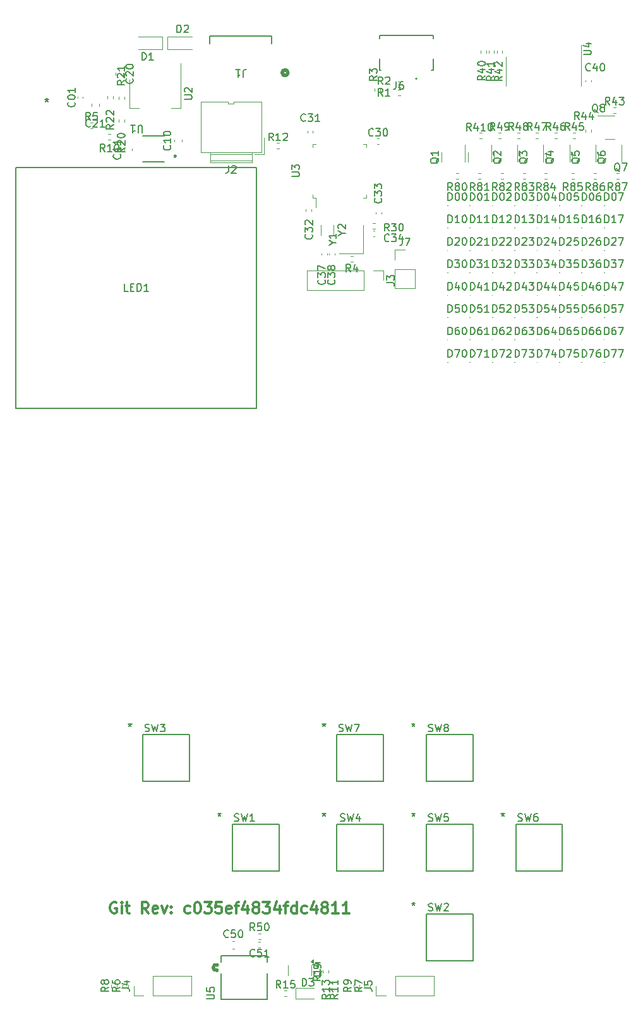
<source format=gbr>
%TF.GenerationSoftware,KiCad,Pcbnew,8.0.0-8.0.0-1~ubuntu20.04.1*%
%TF.CreationDate,2024-04-01T04:19:55+08:00*%
%TF.ProjectId,pcb_badge,7063625f-6261-4646-9765-2e6b69636164,rev?*%
%TF.SameCoordinates,Original*%
%TF.FileFunction,Legend,Top*%
%TF.FilePolarity,Positive*%
%FSLAX46Y46*%
G04 Gerber Fmt 4.6, Leading zero omitted, Abs format (unit mm)*
G04 Created by KiCad (PCBNEW 8.0.0-8.0.0-1~ubuntu20.04.1) date 2024-04-01 04:19:55*
%MOMM*%
%LPD*%
G01*
G04 APERTURE LIST*
%ADD10C,0.300000*%
%ADD11C,0.150000*%
%ADD12C,0.120000*%
%ADD13C,0.100000*%
%ADD14C,0.152400*%
%ADD15C,0.508000*%
%ADD16C,0.127000*%
%ADD17C,0.200000*%
%ADD18C,0.250000*%
G04 APERTURE END LIST*
D10*
X87340225Y-146372257D02*
X87197368Y-146300828D01*
X87197368Y-146300828D02*
X86983082Y-146300828D01*
X86983082Y-146300828D02*
X86768796Y-146372257D01*
X86768796Y-146372257D02*
X86625939Y-146515114D01*
X86625939Y-146515114D02*
X86554510Y-146657971D01*
X86554510Y-146657971D02*
X86483082Y-146943685D01*
X86483082Y-146943685D02*
X86483082Y-147157971D01*
X86483082Y-147157971D02*
X86554510Y-147443685D01*
X86554510Y-147443685D02*
X86625939Y-147586542D01*
X86625939Y-147586542D02*
X86768796Y-147729400D01*
X86768796Y-147729400D02*
X86983082Y-147800828D01*
X86983082Y-147800828D02*
X87125939Y-147800828D01*
X87125939Y-147800828D02*
X87340225Y-147729400D01*
X87340225Y-147729400D02*
X87411653Y-147657971D01*
X87411653Y-147657971D02*
X87411653Y-147157971D01*
X87411653Y-147157971D02*
X87125939Y-147157971D01*
X88054510Y-147800828D02*
X88054510Y-146800828D01*
X88054510Y-146300828D02*
X87983082Y-146372257D01*
X87983082Y-146372257D02*
X88054510Y-146443685D01*
X88054510Y-146443685D02*
X88125939Y-146372257D01*
X88125939Y-146372257D02*
X88054510Y-146300828D01*
X88054510Y-146300828D02*
X88054510Y-146443685D01*
X88554511Y-146800828D02*
X89125939Y-146800828D01*
X88768796Y-146300828D02*
X88768796Y-147586542D01*
X88768796Y-147586542D02*
X88840225Y-147729400D01*
X88840225Y-147729400D02*
X88983082Y-147800828D01*
X88983082Y-147800828D02*
X89125939Y-147800828D01*
X91625939Y-147800828D02*
X91125939Y-147086542D01*
X90768796Y-147800828D02*
X90768796Y-146300828D01*
X90768796Y-146300828D02*
X91340225Y-146300828D01*
X91340225Y-146300828D02*
X91483082Y-146372257D01*
X91483082Y-146372257D02*
X91554511Y-146443685D01*
X91554511Y-146443685D02*
X91625939Y-146586542D01*
X91625939Y-146586542D02*
X91625939Y-146800828D01*
X91625939Y-146800828D02*
X91554511Y-146943685D01*
X91554511Y-146943685D02*
X91483082Y-147015114D01*
X91483082Y-147015114D02*
X91340225Y-147086542D01*
X91340225Y-147086542D02*
X90768796Y-147086542D01*
X92840225Y-147729400D02*
X92697368Y-147800828D01*
X92697368Y-147800828D02*
X92411654Y-147800828D01*
X92411654Y-147800828D02*
X92268796Y-147729400D01*
X92268796Y-147729400D02*
X92197368Y-147586542D01*
X92197368Y-147586542D02*
X92197368Y-147015114D01*
X92197368Y-147015114D02*
X92268796Y-146872257D01*
X92268796Y-146872257D02*
X92411654Y-146800828D01*
X92411654Y-146800828D02*
X92697368Y-146800828D01*
X92697368Y-146800828D02*
X92840225Y-146872257D01*
X92840225Y-146872257D02*
X92911654Y-147015114D01*
X92911654Y-147015114D02*
X92911654Y-147157971D01*
X92911654Y-147157971D02*
X92197368Y-147300828D01*
X93411653Y-146800828D02*
X93768796Y-147800828D01*
X93768796Y-147800828D02*
X94125939Y-146800828D01*
X94697367Y-147657971D02*
X94768796Y-147729400D01*
X94768796Y-147729400D02*
X94697367Y-147800828D01*
X94697367Y-147800828D02*
X94625939Y-147729400D01*
X94625939Y-147729400D02*
X94697367Y-147657971D01*
X94697367Y-147657971D02*
X94697367Y-147800828D01*
X94697367Y-146872257D02*
X94768796Y-146943685D01*
X94768796Y-146943685D02*
X94697367Y-147015114D01*
X94697367Y-147015114D02*
X94625939Y-146943685D01*
X94625939Y-146943685D02*
X94697367Y-146872257D01*
X94697367Y-146872257D02*
X94697367Y-147015114D01*
X97197368Y-147729400D02*
X97054510Y-147800828D01*
X97054510Y-147800828D02*
X96768796Y-147800828D01*
X96768796Y-147800828D02*
X96625939Y-147729400D01*
X96625939Y-147729400D02*
X96554510Y-147657971D01*
X96554510Y-147657971D02*
X96483082Y-147515114D01*
X96483082Y-147515114D02*
X96483082Y-147086542D01*
X96483082Y-147086542D02*
X96554510Y-146943685D01*
X96554510Y-146943685D02*
X96625939Y-146872257D01*
X96625939Y-146872257D02*
X96768796Y-146800828D01*
X96768796Y-146800828D02*
X97054510Y-146800828D01*
X97054510Y-146800828D02*
X97197368Y-146872257D01*
X98125939Y-146300828D02*
X98268796Y-146300828D01*
X98268796Y-146300828D02*
X98411653Y-146372257D01*
X98411653Y-146372257D02*
X98483082Y-146443685D01*
X98483082Y-146443685D02*
X98554510Y-146586542D01*
X98554510Y-146586542D02*
X98625939Y-146872257D01*
X98625939Y-146872257D02*
X98625939Y-147229400D01*
X98625939Y-147229400D02*
X98554510Y-147515114D01*
X98554510Y-147515114D02*
X98483082Y-147657971D01*
X98483082Y-147657971D02*
X98411653Y-147729400D01*
X98411653Y-147729400D02*
X98268796Y-147800828D01*
X98268796Y-147800828D02*
X98125939Y-147800828D01*
X98125939Y-147800828D02*
X97983082Y-147729400D01*
X97983082Y-147729400D02*
X97911653Y-147657971D01*
X97911653Y-147657971D02*
X97840224Y-147515114D01*
X97840224Y-147515114D02*
X97768796Y-147229400D01*
X97768796Y-147229400D02*
X97768796Y-146872257D01*
X97768796Y-146872257D02*
X97840224Y-146586542D01*
X97840224Y-146586542D02*
X97911653Y-146443685D01*
X97911653Y-146443685D02*
X97983082Y-146372257D01*
X97983082Y-146372257D02*
X98125939Y-146300828D01*
X99125938Y-146300828D02*
X100054510Y-146300828D01*
X100054510Y-146300828D02*
X99554510Y-146872257D01*
X99554510Y-146872257D02*
X99768795Y-146872257D01*
X99768795Y-146872257D02*
X99911653Y-146943685D01*
X99911653Y-146943685D02*
X99983081Y-147015114D01*
X99983081Y-147015114D02*
X100054510Y-147157971D01*
X100054510Y-147157971D02*
X100054510Y-147515114D01*
X100054510Y-147515114D02*
X99983081Y-147657971D01*
X99983081Y-147657971D02*
X99911653Y-147729400D01*
X99911653Y-147729400D02*
X99768795Y-147800828D01*
X99768795Y-147800828D02*
X99340224Y-147800828D01*
X99340224Y-147800828D02*
X99197367Y-147729400D01*
X99197367Y-147729400D02*
X99125938Y-147657971D01*
X101411652Y-146300828D02*
X100697366Y-146300828D01*
X100697366Y-146300828D02*
X100625938Y-147015114D01*
X100625938Y-147015114D02*
X100697366Y-146943685D01*
X100697366Y-146943685D02*
X100840224Y-146872257D01*
X100840224Y-146872257D02*
X101197366Y-146872257D01*
X101197366Y-146872257D02*
X101340224Y-146943685D01*
X101340224Y-146943685D02*
X101411652Y-147015114D01*
X101411652Y-147015114D02*
X101483081Y-147157971D01*
X101483081Y-147157971D02*
X101483081Y-147515114D01*
X101483081Y-147515114D02*
X101411652Y-147657971D01*
X101411652Y-147657971D02*
X101340224Y-147729400D01*
X101340224Y-147729400D02*
X101197366Y-147800828D01*
X101197366Y-147800828D02*
X100840224Y-147800828D01*
X100840224Y-147800828D02*
X100697366Y-147729400D01*
X100697366Y-147729400D02*
X100625938Y-147657971D01*
X102697366Y-147729400D02*
X102554509Y-147800828D01*
X102554509Y-147800828D02*
X102268795Y-147800828D01*
X102268795Y-147800828D02*
X102125937Y-147729400D01*
X102125937Y-147729400D02*
X102054509Y-147586542D01*
X102054509Y-147586542D02*
X102054509Y-147015114D01*
X102054509Y-147015114D02*
X102125937Y-146872257D01*
X102125937Y-146872257D02*
X102268795Y-146800828D01*
X102268795Y-146800828D02*
X102554509Y-146800828D01*
X102554509Y-146800828D02*
X102697366Y-146872257D01*
X102697366Y-146872257D02*
X102768795Y-147015114D01*
X102768795Y-147015114D02*
X102768795Y-147157971D01*
X102768795Y-147157971D02*
X102054509Y-147300828D01*
X103197366Y-146800828D02*
X103768794Y-146800828D01*
X103411651Y-147800828D02*
X103411651Y-146515114D01*
X103411651Y-146515114D02*
X103483080Y-146372257D01*
X103483080Y-146372257D02*
X103625937Y-146300828D01*
X103625937Y-146300828D02*
X103768794Y-146300828D01*
X104911652Y-146800828D02*
X104911652Y-147800828D01*
X104554509Y-146229400D02*
X104197366Y-147300828D01*
X104197366Y-147300828D02*
X105125937Y-147300828D01*
X105911651Y-146943685D02*
X105768794Y-146872257D01*
X105768794Y-146872257D02*
X105697365Y-146800828D01*
X105697365Y-146800828D02*
X105625937Y-146657971D01*
X105625937Y-146657971D02*
X105625937Y-146586542D01*
X105625937Y-146586542D02*
X105697365Y-146443685D01*
X105697365Y-146443685D02*
X105768794Y-146372257D01*
X105768794Y-146372257D02*
X105911651Y-146300828D01*
X105911651Y-146300828D02*
X106197365Y-146300828D01*
X106197365Y-146300828D02*
X106340223Y-146372257D01*
X106340223Y-146372257D02*
X106411651Y-146443685D01*
X106411651Y-146443685D02*
X106483080Y-146586542D01*
X106483080Y-146586542D02*
X106483080Y-146657971D01*
X106483080Y-146657971D02*
X106411651Y-146800828D01*
X106411651Y-146800828D02*
X106340223Y-146872257D01*
X106340223Y-146872257D02*
X106197365Y-146943685D01*
X106197365Y-146943685D02*
X105911651Y-146943685D01*
X105911651Y-146943685D02*
X105768794Y-147015114D01*
X105768794Y-147015114D02*
X105697365Y-147086542D01*
X105697365Y-147086542D02*
X105625937Y-147229400D01*
X105625937Y-147229400D02*
X105625937Y-147515114D01*
X105625937Y-147515114D02*
X105697365Y-147657971D01*
X105697365Y-147657971D02*
X105768794Y-147729400D01*
X105768794Y-147729400D02*
X105911651Y-147800828D01*
X105911651Y-147800828D02*
X106197365Y-147800828D01*
X106197365Y-147800828D02*
X106340223Y-147729400D01*
X106340223Y-147729400D02*
X106411651Y-147657971D01*
X106411651Y-147657971D02*
X106483080Y-147515114D01*
X106483080Y-147515114D02*
X106483080Y-147229400D01*
X106483080Y-147229400D02*
X106411651Y-147086542D01*
X106411651Y-147086542D02*
X106340223Y-147015114D01*
X106340223Y-147015114D02*
X106197365Y-146943685D01*
X106983079Y-146300828D02*
X107911651Y-146300828D01*
X107911651Y-146300828D02*
X107411651Y-146872257D01*
X107411651Y-146872257D02*
X107625936Y-146872257D01*
X107625936Y-146872257D02*
X107768794Y-146943685D01*
X107768794Y-146943685D02*
X107840222Y-147015114D01*
X107840222Y-147015114D02*
X107911651Y-147157971D01*
X107911651Y-147157971D02*
X107911651Y-147515114D01*
X107911651Y-147515114D02*
X107840222Y-147657971D01*
X107840222Y-147657971D02*
X107768794Y-147729400D01*
X107768794Y-147729400D02*
X107625936Y-147800828D01*
X107625936Y-147800828D02*
X107197365Y-147800828D01*
X107197365Y-147800828D02*
X107054508Y-147729400D01*
X107054508Y-147729400D02*
X106983079Y-147657971D01*
X109197365Y-146800828D02*
X109197365Y-147800828D01*
X108840222Y-146229400D02*
X108483079Y-147300828D01*
X108483079Y-147300828D02*
X109411650Y-147300828D01*
X109768793Y-146800828D02*
X110340221Y-146800828D01*
X109983078Y-147800828D02*
X109983078Y-146515114D01*
X109983078Y-146515114D02*
X110054507Y-146372257D01*
X110054507Y-146372257D02*
X110197364Y-146300828D01*
X110197364Y-146300828D02*
X110340221Y-146300828D01*
X111483079Y-147800828D02*
X111483079Y-146300828D01*
X111483079Y-147729400D02*
X111340221Y-147800828D01*
X111340221Y-147800828D02*
X111054507Y-147800828D01*
X111054507Y-147800828D02*
X110911650Y-147729400D01*
X110911650Y-147729400D02*
X110840221Y-147657971D01*
X110840221Y-147657971D02*
X110768793Y-147515114D01*
X110768793Y-147515114D02*
X110768793Y-147086542D01*
X110768793Y-147086542D02*
X110840221Y-146943685D01*
X110840221Y-146943685D02*
X110911650Y-146872257D01*
X110911650Y-146872257D02*
X111054507Y-146800828D01*
X111054507Y-146800828D02*
X111340221Y-146800828D01*
X111340221Y-146800828D02*
X111483079Y-146872257D01*
X112840222Y-147729400D02*
X112697364Y-147800828D01*
X112697364Y-147800828D02*
X112411650Y-147800828D01*
X112411650Y-147800828D02*
X112268793Y-147729400D01*
X112268793Y-147729400D02*
X112197364Y-147657971D01*
X112197364Y-147657971D02*
X112125936Y-147515114D01*
X112125936Y-147515114D02*
X112125936Y-147086542D01*
X112125936Y-147086542D02*
X112197364Y-146943685D01*
X112197364Y-146943685D02*
X112268793Y-146872257D01*
X112268793Y-146872257D02*
X112411650Y-146800828D01*
X112411650Y-146800828D02*
X112697364Y-146800828D01*
X112697364Y-146800828D02*
X112840222Y-146872257D01*
X114125936Y-146800828D02*
X114125936Y-147800828D01*
X113768793Y-146229400D02*
X113411650Y-147300828D01*
X113411650Y-147300828D02*
X114340221Y-147300828D01*
X115125935Y-146943685D02*
X114983078Y-146872257D01*
X114983078Y-146872257D02*
X114911649Y-146800828D01*
X114911649Y-146800828D02*
X114840221Y-146657971D01*
X114840221Y-146657971D02*
X114840221Y-146586542D01*
X114840221Y-146586542D02*
X114911649Y-146443685D01*
X114911649Y-146443685D02*
X114983078Y-146372257D01*
X114983078Y-146372257D02*
X115125935Y-146300828D01*
X115125935Y-146300828D02*
X115411649Y-146300828D01*
X115411649Y-146300828D02*
X115554507Y-146372257D01*
X115554507Y-146372257D02*
X115625935Y-146443685D01*
X115625935Y-146443685D02*
X115697364Y-146586542D01*
X115697364Y-146586542D02*
X115697364Y-146657971D01*
X115697364Y-146657971D02*
X115625935Y-146800828D01*
X115625935Y-146800828D02*
X115554507Y-146872257D01*
X115554507Y-146872257D02*
X115411649Y-146943685D01*
X115411649Y-146943685D02*
X115125935Y-146943685D01*
X115125935Y-146943685D02*
X114983078Y-147015114D01*
X114983078Y-147015114D02*
X114911649Y-147086542D01*
X114911649Y-147086542D02*
X114840221Y-147229400D01*
X114840221Y-147229400D02*
X114840221Y-147515114D01*
X114840221Y-147515114D02*
X114911649Y-147657971D01*
X114911649Y-147657971D02*
X114983078Y-147729400D01*
X114983078Y-147729400D02*
X115125935Y-147800828D01*
X115125935Y-147800828D02*
X115411649Y-147800828D01*
X115411649Y-147800828D02*
X115554507Y-147729400D01*
X115554507Y-147729400D02*
X115625935Y-147657971D01*
X115625935Y-147657971D02*
X115697364Y-147515114D01*
X115697364Y-147515114D02*
X115697364Y-147229400D01*
X115697364Y-147229400D02*
X115625935Y-147086542D01*
X115625935Y-147086542D02*
X115554507Y-147015114D01*
X115554507Y-147015114D02*
X115411649Y-146943685D01*
X117125935Y-147800828D02*
X116268792Y-147800828D01*
X116697363Y-147800828D02*
X116697363Y-146300828D01*
X116697363Y-146300828D02*
X116554506Y-146515114D01*
X116554506Y-146515114D02*
X116411649Y-146657971D01*
X116411649Y-146657971D02*
X116268792Y-146729400D01*
X118554506Y-147800828D02*
X117697363Y-147800828D01*
X118125934Y-147800828D02*
X118125934Y-146300828D01*
X118125934Y-146300828D02*
X117983077Y-146515114D01*
X117983077Y-146515114D02*
X117840220Y-146657971D01*
X117840220Y-146657971D02*
X117697363Y-146729400D01*
D11*
X150857142Y-34859580D02*
X150809523Y-34907200D01*
X150809523Y-34907200D02*
X150666666Y-34954819D01*
X150666666Y-34954819D02*
X150571428Y-34954819D01*
X150571428Y-34954819D02*
X150428571Y-34907200D01*
X150428571Y-34907200D02*
X150333333Y-34811961D01*
X150333333Y-34811961D02*
X150285714Y-34716723D01*
X150285714Y-34716723D02*
X150238095Y-34526247D01*
X150238095Y-34526247D02*
X150238095Y-34383390D01*
X150238095Y-34383390D02*
X150285714Y-34192914D01*
X150285714Y-34192914D02*
X150333333Y-34097676D01*
X150333333Y-34097676D02*
X150428571Y-34002438D01*
X150428571Y-34002438D02*
X150571428Y-33954819D01*
X150571428Y-33954819D02*
X150666666Y-33954819D01*
X150666666Y-33954819D02*
X150809523Y-34002438D01*
X150809523Y-34002438D02*
X150857142Y-34050057D01*
X151714285Y-34288152D02*
X151714285Y-34954819D01*
X151476190Y-33907200D02*
X151238095Y-34621485D01*
X151238095Y-34621485D02*
X151857142Y-34621485D01*
X152428571Y-33954819D02*
X152523809Y-33954819D01*
X152523809Y-33954819D02*
X152619047Y-34002438D01*
X152619047Y-34002438D02*
X152666666Y-34050057D01*
X152666666Y-34050057D02*
X152714285Y-34145295D01*
X152714285Y-34145295D02*
X152761904Y-34335771D01*
X152761904Y-34335771D02*
X152761904Y-34573866D01*
X152761904Y-34573866D02*
X152714285Y-34764342D01*
X152714285Y-34764342D02*
X152666666Y-34859580D01*
X152666666Y-34859580D02*
X152619047Y-34907200D01*
X152619047Y-34907200D02*
X152523809Y-34954819D01*
X152523809Y-34954819D02*
X152428571Y-34954819D01*
X152428571Y-34954819D02*
X152333333Y-34907200D01*
X152333333Y-34907200D02*
X152285714Y-34859580D01*
X152285714Y-34859580D02*
X152238095Y-34764342D01*
X152238095Y-34764342D02*
X152190476Y-34573866D01*
X152190476Y-34573866D02*
X152190476Y-34335771D01*
X152190476Y-34335771D02*
X152238095Y-34145295D01*
X152238095Y-34145295D02*
X152285714Y-34050057D01*
X152285714Y-34050057D02*
X152333333Y-34002438D01*
X152333333Y-34002438D02*
X152428571Y-33954819D01*
X120599819Y-157833333D02*
X121314104Y-157833333D01*
X121314104Y-157833333D02*
X121456961Y-157880952D01*
X121456961Y-157880952D02*
X121552200Y-157976190D01*
X121552200Y-157976190D02*
X121599819Y-158119047D01*
X121599819Y-158119047D02*
X121599819Y-158214285D01*
X120599819Y-156880952D02*
X120599819Y-157357142D01*
X120599819Y-157357142D02*
X121076009Y-157404761D01*
X121076009Y-157404761D02*
X121028390Y-157357142D01*
X121028390Y-157357142D02*
X120980771Y-157261904D01*
X120980771Y-157261904D02*
X120980771Y-157023809D01*
X120980771Y-157023809D02*
X121028390Y-156928571D01*
X121028390Y-156928571D02*
X121076009Y-156880952D01*
X121076009Y-156880952D02*
X121171247Y-156833333D01*
X121171247Y-156833333D02*
X121409342Y-156833333D01*
X121409342Y-156833333D02*
X121504580Y-156880952D01*
X121504580Y-156880952D02*
X121552200Y-156928571D01*
X121552200Y-156928571D02*
X121599819Y-157023809D01*
X121599819Y-157023809D02*
X121599819Y-157261904D01*
X121599819Y-157261904D02*
X121552200Y-157357142D01*
X121552200Y-157357142D02*
X121504580Y-157404761D01*
X130550057Y-46595238D02*
X130502438Y-46690476D01*
X130502438Y-46690476D02*
X130407200Y-46785714D01*
X130407200Y-46785714D02*
X130264342Y-46928571D01*
X130264342Y-46928571D02*
X130216723Y-47023809D01*
X130216723Y-47023809D02*
X130216723Y-47119047D01*
X130454819Y-47071428D02*
X130407200Y-47166666D01*
X130407200Y-47166666D02*
X130311961Y-47261904D01*
X130311961Y-47261904D02*
X130121485Y-47309523D01*
X130121485Y-47309523D02*
X129788152Y-47309523D01*
X129788152Y-47309523D02*
X129597676Y-47261904D01*
X129597676Y-47261904D02*
X129502438Y-47166666D01*
X129502438Y-47166666D02*
X129454819Y-47071428D01*
X129454819Y-47071428D02*
X129454819Y-46880952D01*
X129454819Y-46880952D02*
X129502438Y-46785714D01*
X129502438Y-46785714D02*
X129597676Y-46690476D01*
X129597676Y-46690476D02*
X129788152Y-46642857D01*
X129788152Y-46642857D02*
X130121485Y-46642857D01*
X130121485Y-46642857D02*
X130311961Y-46690476D01*
X130311961Y-46690476D02*
X130407200Y-46785714D01*
X130407200Y-46785714D02*
X130454819Y-46880952D01*
X130454819Y-46880952D02*
X130454819Y-47071428D01*
X130454819Y-45690476D02*
X130454819Y-46261904D01*
X130454819Y-45976190D02*
X129454819Y-45976190D01*
X129454819Y-45976190D02*
X129597676Y-46071428D01*
X129597676Y-46071428D02*
X129692914Y-46166666D01*
X129692914Y-46166666D02*
X129740533Y-46261904D01*
X110854819Y-49099404D02*
X111664342Y-49099404D01*
X111664342Y-49099404D02*
X111759580Y-49051785D01*
X111759580Y-49051785D02*
X111807200Y-49004166D01*
X111807200Y-49004166D02*
X111854819Y-48908928D01*
X111854819Y-48908928D02*
X111854819Y-48718452D01*
X111854819Y-48718452D02*
X111807200Y-48623214D01*
X111807200Y-48623214D02*
X111759580Y-48575595D01*
X111759580Y-48575595D02*
X111664342Y-48527976D01*
X111664342Y-48527976D02*
X110854819Y-48527976D01*
X110854819Y-48147023D02*
X110854819Y-47527976D01*
X110854819Y-47527976D02*
X111235771Y-47861309D01*
X111235771Y-47861309D02*
X111235771Y-47718452D01*
X111235771Y-47718452D02*
X111283390Y-47623214D01*
X111283390Y-47623214D02*
X111331009Y-47575595D01*
X111331009Y-47575595D02*
X111426247Y-47527976D01*
X111426247Y-47527976D02*
X111664342Y-47527976D01*
X111664342Y-47527976D02*
X111759580Y-47575595D01*
X111759580Y-47575595D02*
X111807200Y-47623214D01*
X111807200Y-47623214D02*
X111854819Y-47718452D01*
X111854819Y-47718452D02*
X111854819Y-48004166D01*
X111854819Y-48004166D02*
X111807200Y-48099404D01*
X111807200Y-48099404D02*
X111759580Y-48147023D01*
X134785714Y-58284819D02*
X134785714Y-57284819D01*
X134785714Y-57284819D02*
X135023809Y-57284819D01*
X135023809Y-57284819D02*
X135166666Y-57332438D01*
X135166666Y-57332438D02*
X135261904Y-57427676D01*
X135261904Y-57427676D02*
X135309523Y-57522914D01*
X135309523Y-57522914D02*
X135357142Y-57713390D01*
X135357142Y-57713390D02*
X135357142Y-57856247D01*
X135357142Y-57856247D02*
X135309523Y-58046723D01*
X135309523Y-58046723D02*
X135261904Y-58141961D01*
X135261904Y-58141961D02*
X135166666Y-58237200D01*
X135166666Y-58237200D02*
X135023809Y-58284819D01*
X135023809Y-58284819D02*
X134785714Y-58284819D01*
X135738095Y-57380057D02*
X135785714Y-57332438D01*
X135785714Y-57332438D02*
X135880952Y-57284819D01*
X135880952Y-57284819D02*
X136119047Y-57284819D01*
X136119047Y-57284819D02*
X136214285Y-57332438D01*
X136214285Y-57332438D02*
X136261904Y-57380057D01*
X136261904Y-57380057D02*
X136309523Y-57475295D01*
X136309523Y-57475295D02*
X136309523Y-57570533D01*
X136309523Y-57570533D02*
X136261904Y-57713390D01*
X136261904Y-57713390D02*
X135690476Y-58284819D01*
X135690476Y-58284819D02*
X136309523Y-58284819D01*
X137261904Y-58284819D02*
X136690476Y-58284819D01*
X136976190Y-58284819D02*
X136976190Y-57284819D01*
X136976190Y-57284819D02*
X136880952Y-57427676D01*
X136880952Y-57427676D02*
X136785714Y-57522914D01*
X136785714Y-57522914D02*
X136690476Y-57570533D01*
X137785714Y-58284819D02*
X137785714Y-57284819D01*
X137785714Y-57284819D02*
X138023809Y-57284819D01*
X138023809Y-57284819D02*
X138166666Y-57332438D01*
X138166666Y-57332438D02*
X138261904Y-57427676D01*
X138261904Y-57427676D02*
X138309523Y-57522914D01*
X138309523Y-57522914D02*
X138357142Y-57713390D01*
X138357142Y-57713390D02*
X138357142Y-57856247D01*
X138357142Y-57856247D02*
X138309523Y-58046723D01*
X138309523Y-58046723D02*
X138261904Y-58141961D01*
X138261904Y-58141961D02*
X138166666Y-58237200D01*
X138166666Y-58237200D02*
X138023809Y-58284819D01*
X138023809Y-58284819D02*
X137785714Y-58284819D01*
X138738095Y-57380057D02*
X138785714Y-57332438D01*
X138785714Y-57332438D02*
X138880952Y-57284819D01*
X138880952Y-57284819D02*
X139119047Y-57284819D01*
X139119047Y-57284819D02*
X139214285Y-57332438D01*
X139214285Y-57332438D02*
X139261904Y-57380057D01*
X139261904Y-57380057D02*
X139309523Y-57475295D01*
X139309523Y-57475295D02*
X139309523Y-57570533D01*
X139309523Y-57570533D02*
X139261904Y-57713390D01*
X139261904Y-57713390D02*
X138690476Y-58284819D01*
X138690476Y-58284819D02*
X139309523Y-58284819D01*
X139690476Y-57380057D02*
X139738095Y-57332438D01*
X139738095Y-57332438D02*
X139833333Y-57284819D01*
X139833333Y-57284819D02*
X140071428Y-57284819D01*
X140071428Y-57284819D02*
X140166666Y-57332438D01*
X140166666Y-57332438D02*
X140214285Y-57380057D01*
X140214285Y-57380057D02*
X140261904Y-57475295D01*
X140261904Y-57475295D02*
X140261904Y-57570533D01*
X140261904Y-57570533D02*
X140214285Y-57713390D01*
X140214285Y-57713390D02*
X139642857Y-58284819D01*
X139642857Y-58284819D02*
X140261904Y-58284819D01*
X95461905Y-29804819D02*
X95461905Y-28804819D01*
X95461905Y-28804819D02*
X95700000Y-28804819D01*
X95700000Y-28804819D02*
X95842857Y-28852438D01*
X95842857Y-28852438D02*
X95938095Y-28947676D01*
X95938095Y-28947676D02*
X95985714Y-29042914D01*
X95985714Y-29042914D02*
X96033333Y-29233390D01*
X96033333Y-29233390D02*
X96033333Y-29376247D01*
X96033333Y-29376247D02*
X95985714Y-29566723D01*
X95985714Y-29566723D02*
X95938095Y-29661961D01*
X95938095Y-29661961D02*
X95842857Y-29757200D01*
X95842857Y-29757200D02*
X95700000Y-29804819D01*
X95700000Y-29804819D02*
X95461905Y-29804819D01*
X96414286Y-28900057D02*
X96461905Y-28852438D01*
X96461905Y-28852438D02*
X96557143Y-28804819D01*
X96557143Y-28804819D02*
X96795238Y-28804819D01*
X96795238Y-28804819D02*
X96890476Y-28852438D01*
X96890476Y-28852438D02*
X96938095Y-28900057D01*
X96938095Y-28900057D02*
X96985714Y-28995295D01*
X96985714Y-28995295D02*
X96985714Y-29090533D01*
X96985714Y-29090533D02*
X96938095Y-29233390D01*
X96938095Y-29233390D02*
X96366667Y-29804819D01*
X96366667Y-29804819D02*
X96985714Y-29804819D01*
X140557142Y-42884819D02*
X140223809Y-42408628D01*
X139985714Y-42884819D02*
X139985714Y-41884819D01*
X139985714Y-41884819D02*
X140366666Y-41884819D01*
X140366666Y-41884819D02*
X140461904Y-41932438D01*
X140461904Y-41932438D02*
X140509523Y-41980057D01*
X140509523Y-41980057D02*
X140557142Y-42075295D01*
X140557142Y-42075295D02*
X140557142Y-42218152D01*
X140557142Y-42218152D02*
X140509523Y-42313390D01*
X140509523Y-42313390D02*
X140461904Y-42361009D01*
X140461904Y-42361009D02*
X140366666Y-42408628D01*
X140366666Y-42408628D02*
X139985714Y-42408628D01*
X141414285Y-42218152D02*
X141414285Y-42884819D01*
X141176190Y-41837200D02*
X140938095Y-42551485D01*
X140938095Y-42551485D02*
X141557142Y-42551485D01*
X142080952Y-42313390D02*
X141985714Y-42265771D01*
X141985714Y-42265771D02*
X141938095Y-42218152D01*
X141938095Y-42218152D02*
X141890476Y-42122914D01*
X141890476Y-42122914D02*
X141890476Y-42075295D01*
X141890476Y-42075295D02*
X141938095Y-41980057D01*
X141938095Y-41980057D02*
X141985714Y-41932438D01*
X141985714Y-41932438D02*
X142080952Y-41884819D01*
X142080952Y-41884819D02*
X142271428Y-41884819D01*
X142271428Y-41884819D02*
X142366666Y-41932438D01*
X142366666Y-41932438D02*
X142414285Y-41980057D01*
X142414285Y-41980057D02*
X142461904Y-42075295D01*
X142461904Y-42075295D02*
X142461904Y-42122914D01*
X142461904Y-42122914D02*
X142414285Y-42218152D01*
X142414285Y-42218152D02*
X142366666Y-42265771D01*
X142366666Y-42265771D02*
X142271428Y-42313390D01*
X142271428Y-42313390D02*
X142080952Y-42313390D01*
X142080952Y-42313390D02*
X141985714Y-42361009D01*
X141985714Y-42361009D02*
X141938095Y-42408628D01*
X141938095Y-42408628D02*
X141890476Y-42503866D01*
X141890476Y-42503866D02*
X141890476Y-42694342D01*
X141890476Y-42694342D02*
X141938095Y-42789580D01*
X141938095Y-42789580D02*
X141985714Y-42837200D01*
X141985714Y-42837200D02*
X142080952Y-42884819D01*
X142080952Y-42884819D02*
X142271428Y-42884819D01*
X142271428Y-42884819D02*
X142366666Y-42837200D01*
X142366666Y-42837200D02*
X142414285Y-42789580D01*
X142414285Y-42789580D02*
X142461904Y-42694342D01*
X142461904Y-42694342D02*
X142461904Y-42503866D01*
X142461904Y-42503866D02*
X142414285Y-42408628D01*
X142414285Y-42408628D02*
X142366666Y-42361009D01*
X142366666Y-42361009D02*
X142271428Y-42313390D01*
X134880952Y-42954819D02*
X134547619Y-42478628D01*
X134309524Y-42954819D02*
X134309524Y-41954819D01*
X134309524Y-41954819D02*
X134690476Y-41954819D01*
X134690476Y-41954819D02*
X134785714Y-42002438D01*
X134785714Y-42002438D02*
X134833333Y-42050057D01*
X134833333Y-42050057D02*
X134880952Y-42145295D01*
X134880952Y-42145295D02*
X134880952Y-42288152D01*
X134880952Y-42288152D02*
X134833333Y-42383390D01*
X134833333Y-42383390D02*
X134785714Y-42431009D01*
X134785714Y-42431009D02*
X134690476Y-42478628D01*
X134690476Y-42478628D02*
X134309524Y-42478628D01*
X135738095Y-42288152D02*
X135738095Y-42954819D01*
X135500000Y-41907200D02*
X135261905Y-42621485D01*
X135261905Y-42621485D02*
X135880952Y-42621485D01*
X136785714Y-42954819D02*
X136214286Y-42954819D01*
X136500000Y-42954819D02*
X136500000Y-41954819D01*
X136500000Y-41954819D02*
X136404762Y-42097676D01*
X136404762Y-42097676D02*
X136309524Y-42192914D01*
X136309524Y-42192914D02*
X136214286Y-42240533D01*
X137404762Y-41954819D02*
X137500000Y-41954819D01*
X137500000Y-41954819D02*
X137595238Y-42002438D01*
X137595238Y-42002438D02*
X137642857Y-42050057D01*
X137642857Y-42050057D02*
X137690476Y-42145295D01*
X137690476Y-42145295D02*
X137738095Y-42335771D01*
X137738095Y-42335771D02*
X137738095Y-42573866D01*
X137738095Y-42573866D02*
X137690476Y-42764342D01*
X137690476Y-42764342D02*
X137642857Y-42859580D01*
X137642857Y-42859580D02*
X137595238Y-42907200D01*
X137595238Y-42907200D02*
X137500000Y-42954819D01*
X137500000Y-42954819D02*
X137404762Y-42954819D01*
X137404762Y-42954819D02*
X137309524Y-42907200D01*
X137309524Y-42907200D02*
X137261905Y-42859580D01*
X137261905Y-42859580D02*
X137214286Y-42764342D01*
X137214286Y-42764342D02*
X137166667Y-42573866D01*
X137166667Y-42573866D02*
X137166667Y-42335771D01*
X137166667Y-42335771D02*
X137214286Y-42145295D01*
X137214286Y-42145295D02*
X137261905Y-42050057D01*
X137261905Y-42050057D02*
X137309524Y-42002438D01*
X137309524Y-42002438D02*
X137404762Y-41954819D01*
X136766610Y-35596198D02*
X136290419Y-35929531D01*
X136766610Y-36167626D02*
X135766610Y-36167626D01*
X135766610Y-36167626D02*
X135766610Y-35786674D01*
X135766610Y-35786674D02*
X135814229Y-35691436D01*
X135814229Y-35691436D02*
X135861848Y-35643817D01*
X135861848Y-35643817D02*
X135957086Y-35596198D01*
X135957086Y-35596198D02*
X136099943Y-35596198D01*
X136099943Y-35596198D02*
X136195181Y-35643817D01*
X136195181Y-35643817D02*
X136242800Y-35691436D01*
X136242800Y-35691436D02*
X136290419Y-35786674D01*
X136290419Y-35786674D02*
X136290419Y-36167626D01*
X136099943Y-34739055D02*
X136766610Y-34739055D01*
X135718991Y-34977150D02*
X136433276Y-35215245D01*
X136433276Y-35215245D02*
X136433276Y-34596198D01*
X135766610Y-34024769D02*
X135766610Y-33929531D01*
X135766610Y-33929531D02*
X135814229Y-33834293D01*
X135814229Y-33834293D02*
X135861848Y-33786674D01*
X135861848Y-33786674D02*
X135957086Y-33739055D01*
X135957086Y-33739055D02*
X136147562Y-33691436D01*
X136147562Y-33691436D02*
X136385657Y-33691436D01*
X136385657Y-33691436D02*
X136576133Y-33739055D01*
X136576133Y-33739055D02*
X136671371Y-33786674D01*
X136671371Y-33786674D02*
X136718991Y-33834293D01*
X136718991Y-33834293D02*
X136766610Y-33929531D01*
X136766610Y-33929531D02*
X136766610Y-34024769D01*
X136766610Y-34024769D02*
X136718991Y-34120007D01*
X136718991Y-34120007D02*
X136671371Y-34167626D01*
X136671371Y-34167626D02*
X136576133Y-34215245D01*
X136576133Y-34215245D02*
X136385657Y-34262864D01*
X136385657Y-34262864D02*
X136147562Y-34262864D01*
X136147562Y-34262864D02*
X135957086Y-34215245D01*
X135957086Y-34215245D02*
X135861848Y-34167626D01*
X135861848Y-34167626D02*
X135814229Y-34120007D01*
X135814229Y-34120007D02*
X135766610Y-34024769D01*
X146785714Y-67284819D02*
X146785714Y-66284819D01*
X146785714Y-66284819D02*
X147023809Y-66284819D01*
X147023809Y-66284819D02*
X147166666Y-66332438D01*
X147166666Y-66332438D02*
X147261904Y-66427676D01*
X147261904Y-66427676D02*
X147309523Y-66522914D01*
X147309523Y-66522914D02*
X147357142Y-66713390D01*
X147357142Y-66713390D02*
X147357142Y-66856247D01*
X147357142Y-66856247D02*
X147309523Y-67046723D01*
X147309523Y-67046723D02*
X147261904Y-67141961D01*
X147261904Y-67141961D02*
X147166666Y-67237200D01*
X147166666Y-67237200D02*
X147023809Y-67284819D01*
X147023809Y-67284819D02*
X146785714Y-67284819D01*
X148261904Y-66284819D02*
X147785714Y-66284819D01*
X147785714Y-66284819D02*
X147738095Y-66761009D01*
X147738095Y-66761009D02*
X147785714Y-66713390D01*
X147785714Y-66713390D02*
X147880952Y-66665771D01*
X147880952Y-66665771D02*
X148119047Y-66665771D01*
X148119047Y-66665771D02*
X148214285Y-66713390D01*
X148214285Y-66713390D02*
X148261904Y-66761009D01*
X148261904Y-66761009D02*
X148309523Y-66856247D01*
X148309523Y-66856247D02*
X148309523Y-67094342D01*
X148309523Y-67094342D02*
X148261904Y-67189580D01*
X148261904Y-67189580D02*
X148214285Y-67237200D01*
X148214285Y-67237200D02*
X148119047Y-67284819D01*
X148119047Y-67284819D02*
X147880952Y-67284819D01*
X147880952Y-67284819D02*
X147785714Y-67237200D01*
X147785714Y-67237200D02*
X147738095Y-67189580D01*
X149214285Y-66284819D02*
X148738095Y-66284819D01*
X148738095Y-66284819D02*
X148690476Y-66761009D01*
X148690476Y-66761009D02*
X148738095Y-66713390D01*
X148738095Y-66713390D02*
X148833333Y-66665771D01*
X148833333Y-66665771D02*
X149071428Y-66665771D01*
X149071428Y-66665771D02*
X149166666Y-66713390D01*
X149166666Y-66713390D02*
X149214285Y-66761009D01*
X149214285Y-66761009D02*
X149261904Y-66856247D01*
X149261904Y-66856247D02*
X149261904Y-67094342D01*
X149261904Y-67094342D02*
X149214285Y-67189580D01*
X149214285Y-67189580D02*
X149166666Y-67237200D01*
X149166666Y-67237200D02*
X149071428Y-67284819D01*
X149071428Y-67284819D02*
X148833333Y-67284819D01*
X148833333Y-67284819D02*
X148738095Y-67237200D01*
X148738095Y-67237200D02*
X148690476Y-67189580D01*
X91166667Y-123407200D02*
X91309524Y-123454819D01*
X91309524Y-123454819D02*
X91547619Y-123454819D01*
X91547619Y-123454819D02*
X91642857Y-123407200D01*
X91642857Y-123407200D02*
X91690476Y-123359580D01*
X91690476Y-123359580D02*
X91738095Y-123264342D01*
X91738095Y-123264342D02*
X91738095Y-123169104D01*
X91738095Y-123169104D02*
X91690476Y-123073866D01*
X91690476Y-123073866D02*
X91642857Y-123026247D01*
X91642857Y-123026247D02*
X91547619Y-122978628D01*
X91547619Y-122978628D02*
X91357143Y-122931009D01*
X91357143Y-122931009D02*
X91261905Y-122883390D01*
X91261905Y-122883390D02*
X91214286Y-122835771D01*
X91214286Y-122835771D02*
X91166667Y-122740533D01*
X91166667Y-122740533D02*
X91166667Y-122645295D01*
X91166667Y-122645295D02*
X91214286Y-122550057D01*
X91214286Y-122550057D02*
X91261905Y-122502438D01*
X91261905Y-122502438D02*
X91357143Y-122454819D01*
X91357143Y-122454819D02*
X91595238Y-122454819D01*
X91595238Y-122454819D02*
X91738095Y-122502438D01*
X92071429Y-122454819D02*
X92309524Y-123454819D01*
X92309524Y-123454819D02*
X92500000Y-122740533D01*
X92500000Y-122740533D02*
X92690476Y-123454819D01*
X92690476Y-123454819D02*
X92928572Y-122454819D01*
X93214286Y-122454819D02*
X93833333Y-122454819D01*
X93833333Y-122454819D02*
X93500000Y-122835771D01*
X93500000Y-122835771D02*
X93642857Y-122835771D01*
X93642857Y-122835771D02*
X93738095Y-122883390D01*
X93738095Y-122883390D02*
X93785714Y-122931009D01*
X93785714Y-122931009D02*
X93833333Y-123026247D01*
X93833333Y-123026247D02*
X93833333Y-123264342D01*
X93833333Y-123264342D02*
X93785714Y-123359580D01*
X93785714Y-123359580D02*
X93738095Y-123407200D01*
X93738095Y-123407200D02*
X93642857Y-123454819D01*
X93642857Y-123454819D02*
X93357143Y-123454819D01*
X93357143Y-123454819D02*
X93261905Y-123407200D01*
X93261905Y-123407200D02*
X93214286Y-123359580D01*
X89148600Y-122299818D02*
X89148600Y-122537913D01*
X88910505Y-122442675D02*
X89148600Y-122537913D01*
X89148600Y-122537913D02*
X89386695Y-122442675D01*
X89005743Y-122728389D02*
X89148600Y-122537913D01*
X89148600Y-122537913D02*
X89291457Y-122728389D01*
X89148600Y-122299818D02*
X89148600Y-122537913D01*
X88910505Y-122442675D02*
X89148600Y-122537913D01*
X89148600Y-122537913D02*
X89386695Y-122442675D01*
X89005743Y-122728389D02*
X89148600Y-122537913D01*
X89148600Y-122537913D02*
X89291457Y-122728389D01*
X113519461Y-56857743D02*
X113567081Y-56905362D01*
X113567081Y-56905362D02*
X113614700Y-57048219D01*
X113614700Y-57048219D02*
X113614700Y-57143457D01*
X113614700Y-57143457D02*
X113567081Y-57286314D01*
X113567081Y-57286314D02*
X113471842Y-57381552D01*
X113471842Y-57381552D02*
X113376604Y-57429171D01*
X113376604Y-57429171D02*
X113186128Y-57476790D01*
X113186128Y-57476790D02*
X113043271Y-57476790D01*
X113043271Y-57476790D02*
X112852795Y-57429171D01*
X112852795Y-57429171D02*
X112757557Y-57381552D01*
X112757557Y-57381552D02*
X112662319Y-57286314D01*
X112662319Y-57286314D02*
X112614700Y-57143457D01*
X112614700Y-57143457D02*
X112614700Y-57048219D01*
X112614700Y-57048219D02*
X112662319Y-56905362D01*
X112662319Y-56905362D02*
X112709938Y-56857743D01*
X112614700Y-56524409D02*
X112614700Y-55905362D01*
X112614700Y-55905362D02*
X112995652Y-56238695D01*
X112995652Y-56238695D02*
X112995652Y-56095838D01*
X112995652Y-56095838D02*
X113043271Y-56000600D01*
X113043271Y-56000600D02*
X113090890Y-55952981D01*
X113090890Y-55952981D02*
X113186128Y-55905362D01*
X113186128Y-55905362D02*
X113424223Y-55905362D01*
X113424223Y-55905362D02*
X113519461Y-55952981D01*
X113519461Y-55952981D02*
X113567081Y-56000600D01*
X113567081Y-56000600D02*
X113614700Y-56095838D01*
X113614700Y-56095838D02*
X113614700Y-56381552D01*
X113614700Y-56381552D02*
X113567081Y-56476790D01*
X113567081Y-56476790D02*
X113519461Y-56524409D01*
X112709938Y-55524409D02*
X112662319Y-55476790D01*
X112662319Y-55476790D02*
X112614700Y-55381552D01*
X112614700Y-55381552D02*
X112614700Y-55143457D01*
X112614700Y-55143457D02*
X112662319Y-55048219D01*
X112662319Y-55048219D02*
X112709938Y-55000600D01*
X112709938Y-55000600D02*
X112805176Y-54952981D01*
X112805176Y-54952981D02*
X112900414Y-54952981D01*
X112900414Y-54952981D02*
X113043271Y-55000600D01*
X113043271Y-55000600D02*
X113614700Y-55572028D01*
X113614700Y-55572028D02*
X113614700Y-54952981D01*
X140785714Y-61284819D02*
X140785714Y-60284819D01*
X140785714Y-60284819D02*
X141023809Y-60284819D01*
X141023809Y-60284819D02*
X141166666Y-60332438D01*
X141166666Y-60332438D02*
X141261904Y-60427676D01*
X141261904Y-60427676D02*
X141309523Y-60522914D01*
X141309523Y-60522914D02*
X141357142Y-60713390D01*
X141357142Y-60713390D02*
X141357142Y-60856247D01*
X141357142Y-60856247D02*
X141309523Y-61046723D01*
X141309523Y-61046723D02*
X141261904Y-61141961D01*
X141261904Y-61141961D02*
X141166666Y-61237200D01*
X141166666Y-61237200D02*
X141023809Y-61284819D01*
X141023809Y-61284819D02*
X140785714Y-61284819D01*
X141690476Y-60284819D02*
X142309523Y-60284819D01*
X142309523Y-60284819D02*
X141976190Y-60665771D01*
X141976190Y-60665771D02*
X142119047Y-60665771D01*
X142119047Y-60665771D02*
X142214285Y-60713390D01*
X142214285Y-60713390D02*
X142261904Y-60761009D01*
X142261904Y-60761009D02*
X142309523Y-60856247D01*
X142309523Y-60856247D02*
X142309523Y-61094342D01*
X142309523Y-61094342D02*
X142261904Y-61189580D01*
X142261904Y-61189580D02*
X142214285Y-61237200D01*
X142214285Y-61237200D02*
X142119047Y-61284819D01*
X142119047Y-61284819D02*
X141833333Y-61284819D01*
X141833333Y-61284819D02*
X141738095Y-61237200D01*
X141738095Y-61237200D02*
X141690476Y-61189580D01*
X142642857Y-60284819D02*
X143261904Y-60284819D01*
X143261904Y-60284819D02*
X142928571Y-60665771D01*
X142928571Y-60665771D02*
X143071428Y-60665771D01*
X143071428Y-60665771D02*
X143166666Y-60713390D01*
X143166666Y-60713390D02*
X143214285Y-60761009D01*
X143214285Y-60761009D02*
X143261904Y-60856247D01*
X143261904Y-60856247D02*
X143261904Y-61094342D01*
X143261904Y-61094342D02*
X143214285Y-61189580D01*
X143214285Y-61189580D02*
X143166666Y-61237200D01*
X143166666Y-61237200D02*
X143071428Y-61284819D01*
X143071428Y-61284819D02*
X142785714Y-61284819D01*
X142785714Y-61284819D02*
X142690476Y-61237200D01*
X142690476Y-61237200D02*
X142642857Y-61189580D01*
X85757142Y-45754819D02*
X85423809Y-45278628D01*
X85185714Y-45754819D02*
X85185714Y-44754819D01*
X85185714Y-44754819D02*
X85566666Y-44754819D01*
X85566666Y-44754819D02*
X85661904Y-44802438D01*
X85661904Y-44802438D02*
X85709523Y-44850057D01*
X85709523Y-44850057D02*
X85757142Y-44945295D01*
X85757142Y-44945295D02*
X85757142Y-45088152D01*
X85757142Y-45088152D02*
X85709523Y-45183390D01*
X85709523Y-45183390D02*
X85661904Y-45231009D01*
X85661904Y-45231009D02*
X85566666Y-45278628D01*
X85566666Y-45278628D02*
X85185714Y-45278628D01*
X86709523Y-45754819D02*
X86138095Y-45754819D01*
X86423809Y-45754819D02*
X86423809Y-44754819D01*
X86423809Y-44754819D02*
X86328571Y-44897676D01*
X86328571Y-44897676D02*
X86233333Y-44992914D01*
X86233333Y-44992914D02*
X86138095Y-45040533D01*
X87328571Y-44754819D02*
X87423809Y-44754819D01*
X87423809Y-44754819D02*
X87519047Y-44802438D01*
X87519047Y-44802438D02*
X87566666Y-44850057D01*
X87566666Y-44850057D02*
X87614285Y-44945295D01*
X87614285Y-44945295D02*
X87661904Y-45135771D01*
X87661904Y-45135771D02*
X87661904Y-45373866D01*
X87661904Y-45373866D02*
X87614285Y-45564342D01*
X87614285Y-45564342D02*
X87566666Y-45659580D01*
X87566666Y-45659580D02*
X87519047Y-45707200D01*
X87519047Y-45707200D02*
X87423809Y-45754819D01*
X87423809Y-45754819D02*
X87328571Y-45754819D01*
X87328571Y-45754819D02*
X87233333Y-45707200D01*
X87233333Y-45707200D02*
X87185714Y-45659580D01*
X87185714Y-45659580D02*
X87138095Y-45564342D01*
X87138095Y-45564342D02*
X87090476Y-45373866D01*
X87090476Y-45373866D02*
X87090476Y-45135771D01*
X87090476Y-45135771D02*
X87138095Y-44945295D01*
X87138095Y-44945295D02*
X87185714Y-44850057D01*
X87185714Y-44850057D02*
X87233333Y-44802438D01*
X87233333Y-44802438D02*
X87328571Y-44754819D01*
X87829580Y-46142857D02*
X87877200Y-46190476D01*
X87877200Y-46190476D02*
X87924819Y-46333333D01*
X87924819Y-46333333D02*
X87924819Y-46428571D01*
X87924819Y-46428571D02*
X87877200Y-46571428D01*
X87877200Y-46571428D02*
X87781961Y-46666666D01*
X87781961Y-46666666D02*
X87686723Y-46714285D01*
X87686723Y-46714285D02*
X87496247Y-46761904D01*
X87496247Y-46761904D02*
X87353390Y-46761904D01*
X87353390Y-46761904D02*
X87162914Y-46714285D01*
X87162914Y-46714285D02*
X87067676Y-46666666D01*
X87067676Y-46666666D02*
X86972438Y-46571428D01*
X86972438Y-46571428D02*
X86924819Y-46428571D01*
X86924819Y-46428571D02*
X86924819Y-46333333D01*
X86924819Y-46333333D02*
X86972438Y-46190476D01*
X86972438Y-46190476D02*
X87020057Y-46142857D01*
X87924819Y-45190476D02*
X87924819Y-45761904D01*
X87924819Y-45476190D02*
X86924819Y-45476190D01*
X86924819Y-45476190D02*
X87067676Y-45571428D01*
X87067676Y-45571428D02*
X87162914Y-45666666D01*
X87162914Y-45666666D02*
X87210533Y-45761904D01*
X87924819Y-44238095D02*
X87924819Y-44809523D01*
X87924819Y-44523809D02*
X86924819Y-44523809D01*
X86924819Y-44523809D02*
X87067676Y-44619047D01*
X87067676Y-44619047D02*
X87162914Y-44714285D01*
X87162914Y-44714285D02*
X87210533Y-44809523D01*
X114862557Y-155507738D02*
X114814938Y-155602976D01*
X114814938Y-155602976D02*
X114719700Y-155698214D01*
X114719700Y-155698214D02*
X114576842Y-155841071D01*
X114576842Y-155841071D02*
X114529223Y-155936309D01*
X114529223Y-155936309D02*
X114529223Y-156031547D01*
X114767319Y-155983928D02*
X114719700Y-156079166D01*
X114719700Y-156079166D02*
X114624461Y-156174404D01*
X114624461Y-156174404D02*
X114433985Y-156222023D01*
X114433985Y-156222023D02*
X114100652Y-156222023D01*
X114100652Y-156222023D02*
X113910176Y-156174404D01*
X113910176Y-156174404D02*
X113814938Y-156079166D01*
X113814938Y-156079166D02*
X113767319Y-155983928D01*
X113767319Y-155983928D02*
X113767319Y-155793452D01*
X113767319Y-155793452D02*
X113814938Y-155698214D01*
X113814938Y-155698214D02*
X113910176Y-155602976D01*
X113910176Y-155602976D02*
X114100652Y-155555357D01*
X114100652Y-155555357D02*
X114433985Y-155555357D01*
X114433985Y-155555357D02*
X114624461Y-155602976D01*
X114624461Y-155602976D02*
X114719700Y-155698214D01*
X114719700Y-155698214D02*
X114767319Y-155793452D01*
X114767319Y-155793452D02*
X114767319Y-155983928D01*
X114767319Y-155079166D02*
X114767319Y-154888690D01*
X114767319Y-154888690D02*
X114719700Y-154793452D01*
X114719700Y-154793452D02*
X114672080Y-154745833D01*
X114672080Y-154745833D02*
X114529223Y-154650595D01*
X114529223Y-154650595D02*
X114338747Y-154602976D01*
X114338747Y-154602976D02*
X113957795Y-154602976D01*
X113957795Y-154602976D02*
X113862557Y-154650595D01*
X113862557Y-154650595D02*
X113814938Y-154698214D01*
X113814938Y-154698214D02*
X113767319Y-154793452D01*
X113767319Y-154793452D02*
X113767319Y-154983928D01*
X113767319Y-154983928D02*
X113814938Y-155079166D01*
X113814938Y-155079166D02*
X113862557Y-155126785D01*
X113862557Y-155126785D02*
X113957795Y-155174404D01*
X113957795Y-155174404D02*
X114195890Y-155174404D01*
X114195890Y-155174404D02*
X114291128Y-155126785D01*
X114291128Y-155126785D02*
X114338747Y-155079166D01*
X114338747Y-155079166D02*
X114386366Y-154983928D01*
X114386366Y-154983928D02*
X114386366Y-154793452D01*
X114386366Y-154793452D02*
X114338747Y-154698214D01*
X114338747Y-154698214D02*
X114291128Y-154650595D01*
X114291128Y-154650595D02*
X114195890Y-154602976D01*
X134785714Y-67284819D02*
X134785714Y-66284819D01*
X134785714Y-66284819D02*
X135023809Y-66284819D01*
X135023809Y-66284819D02*
X135166666Y-66332438D01*
X135166666Y-66332438D02*
X135261904Y-66427676D01*
X135261904Y-66427676D02*
X135309523Y-66522914D01*
X135309523Y-66522914D02*
X135357142Y-66713390D01*
X135357142Y-66713390D02*
X135357142Y-66856247D01*
X135357142Y-66856247D02*
X135309523Y-67046723D01*
X135309523Y-67046723D02*
X135261904Y-67141961D01*
X135261904Y-67141961D02*
X135166666Y-67237200D01*
X135166666Y-67237200D02*
X135023809Y-67284819D01*
X135023809Y-67284819D02*
X134785714Y-67284819D01*
X136261904Y-66284819D02*
X135785714Y-66284819D01*
X135785714Y-66284819D02*
X135738095Y-66761009D01*
X135738095Y-66761009D02*
X135785714Y-66713390D01*
X135785714Y-66713390D02*
X135880952Y-66665771D01*
X135880952Y-66665771D02*
X136119047Y-66665771D01*
X136119047Y-66665771D02*
X136214285Y-66713390D01*
X136214285Y-66713390D02*
X136261904Y-66761009D01*
X136261904Y-66761009D02*
X136309523Y-66856247D01*
X136309523Y-66856247D02*
X136309523Y-67094342D01*
X136309523Y-67094342D02*
X136261904Y-67189580D01*
X136261904Y-67189580D02*
X136214285Y-67237200D01*
X136214285Y-67237200D02*
X136119047Y-67284819D01*
X136119047Y-67284819D02*
X135880952Y-67284819D01*
X135880952Y-67284819D02*
X135785714Y-67237200D01*
X135785714Y-67237200D02*
X135738095Y-67189580D01*
X137261904Y-67284819D02*
X136690476Y-67284819D01*
X136976190Y-67284819D02*
X136976190Y-66284819D01*
X136976190Y-66284819D02*
X136880952Y-66427676D01*
X136880952Y-66427676D02*
X136785714Y-66522914D01*
X136785714Y-66522914D02*
X136690476Y-66570533D01*
X134785714Y-73284819D02*
X134785714Y-72284819D01*
X134785714Y-72284819D02*
X135023809Y-72284819D01*
X135023809Y-72284819D02*
X135166666Y-72332438D01*
X135166666Y-72332438D02*
X135261904Y-72427676D01*
X135261904Y-72427676D02*
X135309523Y-72522914D01*
X135309523Y-72522914D02*
X135357142Y-72713390D01*
X135357142Y-72713390D02*
X135357142Y-72856247D01*
X135357142Y-72856247D02*
X135309523Y-73046723D01*
X135309523Y-73046723D02*
X135261904Y-73141961D01*
X135261904Y-73141961D02*
X135166666Y-73237200D01*
X135166666Y-73237200D02*
X135023809Y-73284819D01*
X135023809Y-73284819D02*
X134785714Y-73284819D01*
X135690476Y-72284819D02*
X136357142Y-72284819D01*
X136357142Y-72284819D02*
X135928571Y-73284819D01*
X137261904Y-73284819D02*
X136690476Y-73284819D01*
X136976190Y-73284819D02*
X136976190Y-72284819D01*
X136976190Y-72284819D02*
X136880952Y-72427676D01*
X136880952Y-72427676D02*
X136785714Y-72522914D01*
X136785714Y-72522914D02*
X136690476Y-72570533D01*
X152785714Y-73284819D02*
X152785714Y-72284819D01*
X152785714Y-72284819D02*
X153023809Y-72284819D01*
X153023809Y-72284819D02*
X153166666Y-72332438D01*
X153166666Y-72332438D02*
X153261904Y-72427676D01*
X153261904Y-72427676D02*
X153309523Y-72522914D01*
X153309523Y-72522914D02*
X153357142Y-72713390D01*
X153357142Y-72713390D02*
X153357142Y-72856247D01*
X153357142Y-72856247D02*
X153309523Y-73046723D01*
X153309523Y-73046723D02*
X153261904Y-73141961D01*
X153261904Y-73141961D02*
X153166666Y-73237200D01*
X153166666Y-73237200D02*
X153023809Y-73284819D01*
X153023809Y-73284819D02*
X152785714Y-73284819D01*
X153690476Y-72284819D02*
X154357142Y-72284819D01*
X154357142Y-72284819D02*
X153928571Y-73284819D01*
X154642857Y-72284819D02*
X155309523Y-72284819D01*
X155309523Y-72284819D02*
X154880952Y-73284819D01*
X140785714Y-64284819D02*
X140785714Y-63284819D01*
X140785714Y-63284819D02*
X141023809Y-63284819D01*
X141023809Y-63284819D02*
X141166666Y-63332438D01*
X141166666Y-63332438D02*
X141261904Y-63427676D01*
X141261904Y-63427676D02*
X141309523Y-63522914D01*
X141309523Y-63522914D02*
X141357142Y-63713390D01*
X141357142Y-63713390D02*
X141357142Y-63856247D01*
X141357142Y-63856247D02*
X141309523Y-64046723D01*
X141309523Y-64046723D02*
X141261904Y-64141961D01*
X141261904Y-64141961D02*
X141166666Y-64237200D01*
X141166666Y-64237200D02*
X141023809Y-64284819D01*
X141023809Y-64284819D02*
X140785714Y-64284819D01*
X142214285Y-63618152D02*
X142214285Y-64284819D01*
X141976190Y-63237200D02*
X141738095Y-63951485D01*
X141738095Y-63951485D02*
X142357142Y-63951485D01*
X142642857Y-63284819D02*
X143261904Y-63284819D01*
X143261904Y-63284819D02*
X142928571Y-63665771D01*
X142928571Y-63665771D02*
X143071428Y-63665771D01*
X143071428Y-63665771D02*
X143166666Y-63713390D01*
X143166666Y-63713390D02*
X143214285Y-63761009D01*
X143214285Y-63761009D02*
X143261904Y-63856247D01*
X143261904Y-63856247D02*
X143261904Y-64094342D01*
X143261904Y-64094342D02*
X143214285Y-64189580D01*
X143214285Y-64189580D02*
X143166666Y-64237200D01*
X143166666Y-64237200D02*
X143071428Y-64284819D01*
X143071428Y-64284819D02*
X142785714Y-64284819D01*
X142785714Y-64284819D02*
X142690476Y-64237200D01*
X142690476Y-64237200D02*
X142642857Y-64189580D01*
X153857142Y-50954819D02*
X153523809Y-50478628D01*
X153285714Y-50954819D02*
X153285714Y-49954819D01*
X153285714Y-49954819D02*
X153666666Y-49954819D01*
X153666666Y-49954819D02*
X153761904Y-50002438D01*
X153761904Y-50002438D02*
X153809523Y-50050057D01*
X153809523Y-50050057D02*
X153857142Y-50145295D01*
X153857142Y-50145295D02*
X153857142Y-50288152D01*
X153857142Y-50288152D02*
X153809523Y-50383390D01*
X153809523Y-50383390D02*
X153761904Y-50431009D01*
X153761904Y-50431009D02*
X153666666Y-50478628D01*
X153666666Y-50478628D02*
X153285714Y-50478628D01*
X154428571Y-50383390D02*
X154333333Y-50335771D01*
X154333333Y-50335771D02*
X154285714Y-50288152D01*
X154285714Y-50288152D02*
X154238095Y-50192914D01*
X154238095Y-50192914D02*
X154238095Y-50145295D01*
X154238095Y-50145295D02*
X154285714Y-50050057D01*
X154285714Y-50050057D02*
X154333333Y-50002438D01*
X154333333Y-50002438D02*
X154428571Y-49954819D01*
X154428571Y-49954819D02*
X154619047Y-49954819D01*
X154619047Y-49954819D02*
X154714285Y-50002438D01*
X154714285Y-50002438D02*
X154761904Y-50050057D01*
X154761904Y-50050057D02*
X154809523Y-50145295D01*
X154809523Y-50145295D02*
X154809523Y-50192914D01*
X154809523Y-50192914D02*
X154761904Y-50288152D01*
X154761904Y-50288152D02*
X154714285Y-50335771D01*
X154714285Y-50335771D02*
X154619047Y-50383390D01*
X154619047Y-50383390D02*
X154428571Y-50383390D01*
X154428571Y-50383390D02*
X154333333Y-50431009D01*
X154333333Y-50431009D02*
X154285714Y-50478628D01*
X154285714Y-50478628D02*
X154238095Y-50573866D01*
X154238095Y-50573866D02*
X154238095Y-50764342D01*
X154238095Y-50764342D02*
X154285714Y-50859580D01*
X154285714Y-50859580D02*
X154333333Y-50907200D01*
X154333333Y-50907200D02*
X154428571Y-50954819D01*
X154428571Y-50954819D02*
X154619047Y-50954819D01*
X154619047Y-50954819D02*
X154714285Y-50907200D01*
X154714285Y-50907200D02*
X154761904Y-50859580D01*
X154761904Y-50859580D02*
X154809523Y-50764342D01*
X154809523Y-50764342D02*
X154809523Y-50573866D01*
X154809523Y-50573866D02*
X154761904Y-50478628D01*
X154761904Y-50478628D02*
X154714285Y-50431009D01*
X154714285Y-50431009D02*
X154619047Y-50383390D01*
X155142857Y-49954819D02*
X155809523Y-49954819D01*
X155809523Y-49954819D02*
X155380952Y-50954819D01*
X121757142Y-43587080D02*
X121709523Y-43634700D01*
X121709523Y-43634700D02*
X121566666Y-43682319D01*
X121566666Y-43682319D02*
X121471428Y-43682319D01*
X121471428Y-43682319D02*
X121328571Y-43634700D01*
X121328571Y-43634700D02*
X121233333Y-43539461D01*
X121233333Y-43539461D02*
X121185714Y-43444223D01*
X121185714Y-43444223D02*
X121138095Y-43253747D01*
X121138095Y-43253747D02*
X121138095Y-43110890D01*
X121138095Y-43110890D02*
X121185714Y-42920414D01*
X121185714Y-42920414D02*
X121233333Y-42825176D01*
X121233333Y-42825176D02*
X121328571Y-42729938D01*
X121328571Y-42729938D02*
X121471428Y-42682319D01*
X121471428Y-42682319D02*
X121566666Y-42682319D01*
X121566666Y-42682319D02*
X121709523Y-42729938D01*
X121709523Y-42729938D02*
X121757142Y-42777557D01*
X122090476Y-42682319D02*
X122709523Y-42682319D01*
X122709523Y-42682319D02*
X122376190Y-43063271D01*
X122376190Y-43063271D02*
X122519047Y-43063271D01*
X122519047Y-43063271D02*
X122614285Y-43110890D01*
X122614285Y-43110890D02*
X122661904Y-43158509D01*
X122661904Y-43158509D02*
X122709523Y-43253747D01*
X122709523Y-43253747D02*
X122709523Y-43491842D01*
X122709523Y-43491842D02*
X122661904Y-43587080D01*
X122661904Y-43587080D02*
X122614285Y-43634700D01*
X122614285Y-43634700D02*
X122519047Y-43682319D01*
X122519047Y-43682319D02*
X122233333Y-43682319D01*
X122233333Y-43682319D02*
X122138095Y-43634700D01*
X122138095Y-43634700D02*
X122090476Y-43587080D01*
X123328571Y-42682319D02*
X123423809Y-42682319D01*
X123423809Y-42682319D02*
X123519047Y-42729938D01*
X123519047Y-42729938D02*
X123566666Y-42777557D01*
X123566666Y-42777557D02*
X123614285Y-42872795D01*
X123614285Y-42872795D02*
X123661904Y-43063271D01*
X123661904Y-43063271D02*
X123661904Y-43301366D01*
X123661904Y-43301366D02*
X123614285Y-43491842D01*
X123614285Y-43491842D02*
X123566666Y-43587080D01*
X123566666Y-43587080D02*
X123519047Y-43634700D01*
X123519047Y-43634700D02*
X123423809Y-43682319D01*
X123423809Y-43682319D02*
X123328571Y-43682319D01*
X123328571Y-43682319D02*
X123233333Y-43634700D01*
X123233333Y-43634700D02*
X123185714Y-43587080D01*
X123185714Y-43587080D02*
X123138095Y-43491842D01*
X123138095Y-43491842D02*
X123090476Y-43301366D01*
X123090476Y-43301366D02*
X123090476Y-43063271D01*
X123090476Y-43063271D02*
X123138095Y-42872795D01*
X123138095Y-42872795D02*
X123185714Y-42777557D01*
X123185714Y-42777557D02*
X123233333Y-42729938D01*
X123233333Y-42729938D02*
X123328571Y-42682319D01*
X116547080Y-62942857D02*
X116594700Y-62990476D01*
X116594700Y-62990476D02*
X116642319Y-63133333D01*
X116642319Y-63133333D02*
X116642319Y-63228571D01*
X116642319Y-63228571D02*
X116594700Y-63371428D01*
X116594700Y-63371428D02*
X116499461Y-63466666D01*
X116499461Y-63466666D02*
X116404223Y-63514285D01*
X116404223Y-63514285D02*
X116213747Y-63561904D01*
X116213747Y-63561904D02*
X116070890Y-63561904D01*
X116070890Y-63561904D02*
X115880414Y-63514285D01*
X115880414Y-63514285D02*
X115785176Y-63466666D01*
X115785176Y-63466666D02*
X115689938Y-63371428D01*
X115689938Y-63371428D02*
X115642319Y-63228571D01*
X115642319Y-63228571D02*
X115642319Y-63133333D01*
X115642319Y-63133333D02*
X115689938Y-62990476D01*
X115689938Y-62990476D02*
X115737557Y-62942857D01*
X115642319Y-62609523D02*
X115642319Y-61990476D01*
X115642319Y-61990476D02*
X116023271Y-62323809D01*
X116023271Y-62323809D02*
X116023271Y-62180952D01*
X116023271Y-62180952D02*
X116070890Y-62085714D01*
X116070890Y-62085714D02*
X116118509Y-62038095D01*
X116118509Y-62038095D02*
X116213747Y-61990476D01*
X116213747Y-61990476D02*
X116451842Y-61990476D01*
X116451842Y-61990476D02*
X116547080Y-62038095D01*
X116547080Y-62038095D02*
X116594700Y-62085714D01*
X116594700Y-62085714D02*
X116642319Y-62180952D01*
X116642319Y-62180952D02*
X116642319Y-62466666D01*
X116642319Y-62466666D02*
X116594700Y-62561904D01*
X116594700Y-62561904D02*
X116547080Y-62609523D01*
X116070890Y-61419047D02*
X116023271Y-61514285D01*
X116023271Y-61514285D02*
X115975652Y-61561904D01*
X115975652Y-61561904D02*
X115880414Y-61609523D01*
X115880414Y-61609523D02*
X115832795Y-61609523D01*
X115832795Y-61609523D02*
X115737557Y-61561904D01*
X115737557Y-61561904D02*
X115689938Y-61514285D01*
X115689938Y-61514285D02*
X115642319Y-61419047D01*
X115642319Y-61419047D02*
X115642319Y-61228571D01*
X115642319Y-61228571D02*
X115689938Y-61133333D01*
X115689938Y-61133333D02*
X115737557Y-61085714D01*
X115737557Y-61085714D02*
X115832795Y-61038095D01*
X115832795Y-61038095D02*
X115880414Y-61038095D01*
X115880414Y-61038095D02*
X115975652Y-61085714D01*
X115975652Y-61085714D02*
X116023271Y-61133333D01*
X116023271Y-61133333D02*
X116070890Y-61228571D01*
X116070890Y-61228571D02*
X116070890Y-61419047D01*
X116070890Y-61419047D02*
X116118509Y-61514285D01*
X116118509Y-61514285D02*
X116166128Y-61561904D01*
X116166128Y-61561904D02*
X116261366Y-61609523D01*
X116261366Y-61609523D02*
X116451842Y-61609523D01*
X116451842Y-61609523D02*
X116547080Y-61561904D01*
X116547080Y-61561904D02*
X116594700Y-61514285D01*
X116594700Y-61514285D02*
X116642319Y-61419047D01*
X116642319Y-61419047D02*
X116642319Y-61228571D01*
X116642319Y-61228571D02*
X116594700Y-61133333D01*
X116594700Y-61133333D02*
X116547080Y-61085714D01*
X116547080Y-61085714D02*
X116451842Y-61038095D01*
X116451842Y-61038095D02*
X116261366Y-61038095D01*
X116261366Y-61038095D02*
X116166128Y-61085714D01*
X116166128Y-61085714D02*
X116118509Y-61133333D01*
X116118509Y-61133333D02*
X116070890Y-61228571D01*
X134785714Y-52284819D02*
X134785714Y-51284819D01*
X134785714Y-51284819D02*
X135023809Y-51284819D01*
X135023809Y-51284819D02*
X135166666Y-51332438D01*
X135166666Y-51332438D02*
X135261904Y-51427676D01*
X135261904Y-51427676D02*
X135309523Y-51522914D01*
X135309523Y-51522914D02*
X135357142Y-51713390D01*
X135357142Y-51713390D02*
X135357142Y-51856247D01*
X135357142Y-51856247D02*
X135309523Y-52046723D01*
X135309523Y-52046723D02*
X135261904Y-52141961D01*
X135261904Y-52141961D02*
X135166666Y-52237200D01*
X135166666Y-52237200D02*
X135023809Y-52284819D01*
X135023809Y-52284819D02*
X134785714Y-52284819D01*
X135976190Y-51284819D02*
X136071428Y-51284819D01*
X136071428Y-51284819D02*
X136166666Y-51332438D01*
X136166666Y-51332438D02*
X136214285Y-51380057D01*
X136214285Y-51380057D02*
X136261904Y-51475295D01*
X136261904Y-51475295D02*
X136309523Y-51665771D01*
X136309523Y-51665771D02*
X136309523Y-51903866D01*
X136309523Y-51903866D02*
X136261904Y-52094342D01*
X136261904Y-52094342D02*
X136214285Y-52189580D01*
X136214285Y-52189580D02*
X136166666Y-52237200D01*
X136166666Y-52237200D02*
X136071428Y-52284819D01*
X136071428Y-52284819D02*
X135976190Y-52284819D01*
X135976190Y-52284819D02*
X135880952Y-52237200D01*
X135880952Y-52237200D02*
X135833333Y-52189580D01*
X135833333Y-52189580D02*
X135785714Y-52094342D01*
X135785714Y-52094342D02*
X135738095Y-51903866D01*
X135738095Y-51903866D02*
X135738095Y-51665771D01*
X135738095Y-51665771D02*
X135785714Y-51475295D01*
X135785714Y-51475295D02*
X135833333Y-51380057D01*
X135833333Y-51380057D02*
X135880952Y-51332438D01*
X135880952Y-51332438D02*
X135976190Y-51284819D01*
X137261904Y-52284819D02*
X136690476Y-52284819D01*
X136976190Y-52284819D02*
X136976190Y-51284819D01*
X136976190Y-51284819D02*
X136880952Y-51427676D01*
X136880952Y-51427676D02*
X136785714Y-51522914D01*
X136785714Y-51522914D02*
X136690476Y-51570533D01*
X149785714Y-67284819D02*
X149785714Y-66284819D01*
X149785714Y-66284819D02*
X150023809Y-66284819D01*
X150023809Y-66284819D02*
X150166666Y-66332438D01*
X150166666Y-66332438D02*
X150261904Y-66427676D01*
X150261904Y-66427676D02*
X150309523Y-66522914D01*
X150309523Y-66522914D02*
X150357142Y-66713390D01*
X150357142Y-66713390D02*
X150357142Y-66856247D01*
X150357142Y-66856247D02*
X150309523Y-67046723D01*
X150309523Y-67046723D02*
X150261904Y-67141961D01*
X150261904Y-67141961D02*
X150166666Y-67237200D01*
X150166666Y-67237200D02*
X150023809Y-67284819D01*
X150023809Y-67284819D02*
X149785714Y-67284819D01*
X151261904Y-66284819D02*
X150785714Y-66284819D01*
X150785714Y-66284819D02*
X150738095Y-66761009D01*
X150738095Y-66761009D02*
X150785714Y-66713390D01*
X150785714Y-66713390D02*
X150880952Y-66665771D01*
X150880952Y-66665771D02*
X151119047Y-66665771D01*
X151119047Y-66665771D02*
X151214285Y-66713390D01*
X151214285Y-66713390D02*
X151261904Y-66761009D01*
X151261904Y-66761009D02*
X151309523Y-66856247D01*
X151309523Y-66856247D02*
X151309523Y-67094342D01*
X151309523Y-67094342D02*
X151261904Y-67189580D01*
X151261904Y-67189580D02*
X151214285Y-67237200D01*
X151214285Y-67237200D02*
X151119047Y-67284819D01*
X151119047Y-67284819D02*
X150880952Y-67284819D01*
X150880952Y-67284819D02*
X150785714Y-67237200D01*
X150785714Y-67237200D02*
X150738095Y-67189580D01*
X152166666Y-66284819D02*
X151976190Y-66284819D01*
X151976190Y-66284819D02*
X151880952Y-66332438D01*
X151880952Y-66332438D02*
X151833333Y-66380057D01*
X151833333Y-66380057D02*
X151738095Y-66522914D01*
X151738095Y-66522914D02*
X151690476Y-66713390D01*
X151690476Y-66713390D02*
X151690476Y-67094342D01*
X151690476Y-67094342D02*
X151738095Y-67189580D01*
X151738095Y-67189580D02*
X151785714Y-67237200D01*
X151785714Y-67237200D02*
X151880952Y-67284819D01*
X151880952Y-67284819D02*
X152071428Y-67284819D01*
X152071428Y-67284819D02*
X152166666Y-67237200D01*
X152166666Y-67237200D02*
X152214285Y-67189580D01*
X152214285Y-67189580D02*
X152261904Y-67094342D01*
X152261904Y-67094342D02*
X152261904Y-66856247D01*
X152261904Y-66856247D02*
X152214285Y-66761009D01*
X152214285Y-66761009D02*
X152166666Y-66713390D01*
X152166666Y-66713390D02*
X152071428Y-66665771D01*
X152071428Y-66665771D02*
X151880952Y-66665771D01*
X151880952Y-66665771D02*
X151785714Y-66713390D01*
X151785714Y-66713390D02*
X151738095Y-66761009D01*
X151738095Y-66761009D02*
X151690476Y-66856247D01*
X83833333Y-41534819D02*
X83500000Y-41058628D01*
X83261905Y-41534819D02*
X83261905Y-40534819D01*
X83261905Y-40534819D02*
X83642857Y-40534819D01*
X83642857Y-40534819D02*
X83738095Y-40582438D01*
X83738095Y-40582438D02*
X83785714Y-40630057D01*
X83785714Y-40630057D02*
X83833333Y-40725295D01*
X83833333Y-40725295D02*
X83833333Y-40868152D01*
X83833333Y-40868152D02*
X83785714Y-40963390D01*
X83785714Y-40963390D02*
X83738095Y-41011009D01*
X83738095Y-41011009D02*
X83642857Y-41058628D01*
X83642857Y-41058628D02*
X83261905Y-41058628D01*
X84738095Y-40534819D02*
X84261905Y-40534819D01*
X84261905Y-40534819D02*
X84214286Y-41011009D01*
X84214286Y-41011009D02*
X84261905Y-40963390D01*
X84261905Y-40963390D02*
X84357143Y-40915771D01*
X84357143Y-40915771D02*
X84595238Y-40915771D01*
X84595238Y-40915771D02*
X84690476Y-40963390D01*
X84690476Y-40963390D02*
X84738095Y-41011009D01*
X84738095Y-41011009D02*
X84785714Y-41106247D01*
X84785714Y-41106247D02*
X84785714Y-41344342D01*
X84785714Y-41344342D02*
X84738095Y-41439580D01*
X84738095Y-41439580D02*
X84690476Y-41487200D01*
X84690476Y-41487200D02*
X84595238Y-41534819D01*
X84595238Y-41534819D02*
X84357143Y-41534819D01*
X84357143Y-41534819D02*
X84261905Y-41487200D01*
X84261905Y-41487200D02*
X84214286Y-41439580D01*
X146785714Y-52284819D02*
X146785714Y-51284819D01*
X146785714Y-51284819D02*
X147023809Y-51284819D01*
X147023809Y-51284819D02*
X147166666Y-51332438D01*
X147166666Y-51332438D02*
X147261904Y-51427676D01*
X147261904Y-51427676D02*
X147309523Y-51522914D01*
X147309523Y-51522914D02*
X147357142Y-51713390D01*
X147357142Y-51713390D02*
X147357142Y-51856247D01*
X147357142Y-51856247D02*
X147309523Y-52046723D01*
X147309523Y-52046723D02*
X147261904Y-52141961D01*
X147261904Y-52141961D02*
X147166666Y-52237200D01*
X147166666Y-52237200D02*
X147023809Y-52284819D01*
X147023809Y-52284819D02*
X146785714Y-52284819D01*
X147976190Y-51284819D02*
X148071428Y-51284819D01*
X148071428Y-51284819D02*
X148166666Y-51332438D01*
X148166666Y-51332438D02*
X148214285Y-51380057D01*
X148214285Y-51380057D02*
X148261904Y-51475295D01*
X148261904Y-51475295D02*
X148309523Y-51665771D01*
X148309523Y-51665771D02*
X148309523Y-51903866D01*
X148309523Y-51903866D02*
X148261904Y-52094342D01*
X148261904Y-52094342D02*
X148214285Y-52189580D01*
X148214285Y-52189580D02*
X148166666Y-52237200D01*
X148166666Y-52237200D02*
X148071428Y-52284819D01*
X148071428Y-52284819D02*
X147976190Y-52284819D01*
X147976190Y-52284819D02*
X147880952Y-52237200D01*
X147880952Y-52237200D02*
X147833333Y-52189580D01*
X147833333Y-52189580D02*
X147785714Y-52094342D01*
X147785714Y-52094342D02*
X147738095Y-51903866D01*
X147738095Y-51903866D02*
X147738095Y-51665771D01*
X147738095Y-51665771D02*
X147785714Y-51475295D01*
X147785714Y-51475295D02*
X147833333Y-51380057D01*
X147833333Y-51380057D02*
X147880952Y-51332438D01*
X147880952Y-51332438D02*
X147976190Y-51284819D01*
X149214285Y-51284819D02*
X148738095Y-51284819D01*
X148738095Y-51284819D02*
X148690476Y-51761009D01*
X148690476Y-51761009D02*
X148738095Y-51713390D01*
X148738095Y-51713390D02*
X148833333Y-51665771D01*
X148833333Y-51665771D02*
X149071428Y-51665771D01*
X149071428Y-51665771D02*
X149166666Y-51713390D01*
X149166666Y-51713390D02*
X149214285Y-51761009D01*
X149214285Y-51761009D02*
X149261904Y-51856247D01*
X149261904Y-51856247D02*
X149261904Y-52094342D01*
X149261904Y-52094342D02*
X149214285Y-52189580D01*
X149214285Y-52189580D02*
X149166666Y-52237200D01*
X149166666Y-52237200D02*
X149071428Y-52284819D01*
X149071428Y-52284819D02*
X148833333Y-52284819D01*
X148833333Y-52284819D02*
X148738095Y-52237200D01*
X148738095Y-52237200D02*
X148690476Y-52189580D01*
X149785714Y-55284819D02*
X149785714Y-54284819D01*
X149785714Y-54284819D02*
X150023809Y-54284819D01*
X150023809Y-54284819D02*
X150166666Y-54332438D01*
X150166666Y-54332438D02*
X150261904Y-54427676D01*
X150261904Y-54427676D02*
X150309523Y-54522914D01*
X150309523Y-54522914D02*
X150357142Y-54713390D01*
X150357142Y-54713390D02*
X150357142Y-54856247D01*
X150357142Y-54856247D02*
X150309523Y-55046723D01*
X150309523Y-55046723D02*
X150261904Y-55141961D01*
X150261904Y-55141961D02*
X150166666Y-55237200D01*
X150166666Y-55237200D02*
X150023809Y-55284819D01*
X150023809Y-55284819D02*
X149785714Y-55284819D01*
X151309523Y-55284819D02*
X150738095Y-55284819D01*
X151023809Y-55284819D02*
X151023809Y-54284819D01*
X151023809Y-54284819D02*
X150928571Y-54427676D01*
X150928571Y-54427676D02*
X150833333Y-54522914D01*
X150833333Y-54522914D02*
X150738095Y-54570533D01*
X152166666Y-54284819D02*
X151976190Y-54284819D01*
X151976190Y-54284819D02*
X151880952Y-54332438D01*
X151880952Y-54332438D02*
X151833333Y-54380057D01*
X151833333Y-54380057D02*
X151738095Y-54522914D01*
X151738095Y-54522914D02*
X151690476Y-54713390D01*
X151690476Y-54713390D02*
X151690476Y-55094342D01*
X151690476Y-55094342D02*
X151738095Y-55189580D01*
X151738095Y-55189580D02*
X151785714Y-55237200D01*
X151785714Y-55237200D02*
X151880952Y-55284819D01*
X151880952Y-55284819D02*
X152071428Y-55284819D01*
X152071428Y-55284819D02*
X152166666Y-55237200D01*
X152166666Y-55237200D02*
X152214285Y-55189580D01*
X152214285Y-55189580D02*
X152261904Y-55094342D01*
X152261904Y-55094342D02*
X152261904Y-54856247D01*
X152261904Y-54856247D02*
X152214285Y-54761009D01*
X152214285Y-54761009D02*
X152166666Y-54713390D01*
X152166666Y-54713390D02*
X152071428Y-54665771D01*
X152071428Y-54665771D02*
X151880952Y-54665771D01*
X151880952Y-54665771D02*
X151785714Y-54713390D01*
X151785714Y-54713390D02*
X151738095Y-54761009D01*
X151738095Y-54761009D02*
X151690476Y-54856247D01*
X105857142Y-153519580D02*
X105809523Y-153567200D01*
X105809523Y-153567200D02*
X105666666Y-153614819D01*
X105666666Y-153614819D02*
X105571428Y-153614819D01*
X105571428Y-153614819D02*
X105428571Y-153567200D01*
X105428571Y-153567200D02*
X105333333Y-153471961D01*
X105333333Y-153471961D02*
X105285714Y-153376723D01*
X105285714Y-153376723D02*
X105238095Y-153186247D01*
X105238095Y-153186247D02*
X105238095Y-153043390D01*
X105238095Y-153043390D02*
X105285714Y-152852914D01*
X105285714Y-152852914D02*
X105333333Y-152757676D01*
X105333333Y-152757676D02*
X105428571Y-152662438D01*
X105428571Y-152662438D02*
X105571428Y-152614819D01*
X105571428Y-152614819D02*
X105666666Y-152614819D01*
X105666666Y-152614819D02*
X105809523Y-152662438D01*
X105809523Y-152662438D02*
X105857142Y-152710057D01*
X106761904Y-152614819D02*
X106285714Y-152614819D01*
X106285714Y-152614819D02*
X106238095Y-153091009D01*
X106238095Y-153091009D02*
X106285714Y-153043390D01*
X106285714Y-153043390D02*
X106380952Y-152995771D01*
X106380952Y-152995771D02*
X106619047Y-152995771D01*
X106619047Y-152995771D02*
X106714285Y-153043390D01*
X106714285Y-153043390D02*
X106761904Y-153091009D01*
X106761904Y-153091009D02*
X106809523Y-153186247D01*
X106809523Y-153186247D02*
X106809523Y-153424342D01*
X106809523Y-153424342D02*
X106761904Y-153519580D01*
X106761904Y-153519580D02*
X106714285Y-153567200D01*
X106714285Y-153567200D02*
X106619047Y-153614819D01*
X106619047Y-153614819D02*
X106380952Y-153614819D01*
X106380952Y-153614819D02*
X106285714Y-153567200D01*
X106285714Y-153567200D02*
X106238095Y-153519580D01*
X107761904Y-153614819D02*
X107190476Y-153614819D01*
X107476190Y-153614819D02*
X107476190Y-152614819D01*
X107476190Y-152614819D02*
X107380952Y-152757676D01*
X107380952Y-152757676D02*
X107285714Y-152852914D01*
X107285714Y-152852914D02*
X107190476Y-152900533D01*
X149785714Y-70284819D02*
X149785714Y-69284819D01*
X149785714Y-69284819D02*
X150023809Y-69284819D01*
X150023809Y-69284819D02*
X150166666Y-69332438D01*
X150166666Y-69332438D02*
X150261904Y-69427676D01*
X150261904Y-69427676D02*
X150309523Y-69522914D01*
X150309523Y-69522914D02*
X150357142Y-69713390D01*
X150357142Y-69713390D02*
X150357142Y-69856247D01*
X150357142Y-69856247D02*
X150309523Y-70046723D01*
X150309523Y-70046723D02*
X150261904Y-70141961D01*
X150261904Y-70141961D02*
X150166666Y-70237200D01*
X150166666Y-70237200D02*
X150023809Y-70284819D01*
X150023809Y-70284819D02*
X149785714Y-70284819D01*
X151214285Y-69284819D02*
X151023809Y-69284819D01*
X151023809Y-69284819D02*
X150928571Y-69332438D01*
X150928571Y-69332438D02*
X150880952Y-69380057D01*
X150880952Y-69380057D02*
X150785714Y-69522914D01*
X150785714Y-69522914D02*
X150738095Y-69713390D01*
X150738095Y-69713390D02*
X150738095Y-70094342D01*
X150738095Y-70094342D02*
X150785714Y-70189580D01*
X150785714Y-70189580D02*
X150833333Y-70237200D01*
X150833333Y-70237200D02*
X150928571Y-70284819D01*
X150928571Y-70284819D02*
X151119047Y-70284819D01*
X151119047Y-70284819D02*
X151214285Y-70237200D01*
X151214285Y-70237200D02*
X151261904Y-70189580D01*
X151261904Y-70189580D02*
X151309523Y-70094342D01*
X151309523Y-70094342D02*
X151309523Y-69856247D01*
X151309523Y-69856247D02*
X151261904Y-69761009D01*
X151261904Y-69761009D02*
X151214285Y-69713390D01*
X151214285Y-69713390D02*
X151119047Y-69665771D01*
X151119047Y-69665771D02*
X150928571Y-69665771D01*
X150928571Y-69665771D02*
X150833333Y-69713390D01*
X150833333Y-69713390D02*
X150785714Y-69761009D01*
X150785714Y-69761009D02*
X150738095Y-69856247D01*
X152166666Y-69284819D02*
X151976190Y-69284819D01*
X151976190Y-69284819D02*
X151880952Y-69332438D01*
X151880952Y-69332438D02*
X151833333Y-69380057D01*
X151833333Y-69380057D02*
X151738095Y-69522914D01*
X151738095Y-69522914D02*
X151690476Y-69713390D01*
X151690476Y-69713390D02*
X151690476Y-70094342D01*
X151690476Y-70094342D02*
X151738095Y-70189580D01*
X151738095Y-70189580D02*
X151785714Y-70237200D01*
X151785714Y-70237200D02*
X151880952Y-70284819D01*
X151880952Y-70284819D02*
X152071428Y-70284819D01*
X152071428Y-70284819D02*
X152166666Y-70237200D01*
X152166666Y-70237200D02*
X152214285Y-70189580D01*
X152214285Y-70189580D02*
X152261904Y-70094342D01*
X152261904Y-70094342D02*
X152261904Y-69856247D01*
X152261904Y-69856247D02*
X152214285Y-69761009D01*
X152214285Y-69761009D02*
X152166666Y-69713390D01*
X152166666Y-69713390D02*
X152071428Y-69665771D01*
X152071428Y-69665771D02*
X151880952Y-69665771D01*
X151880952Y-69665771D02*
X151785714Y-69713390D01*
X151785714Y-69713390D02*
X151738095Y-69761009D01*
X151738095Y-69761009D02*
X151690476Y-69856247D01*
X137785714Y-55284819D02*
X137785714Y-54284819D01*
X137785714Y-54284819D02*
X138023809Y-54284819D01*
X138023809Y-54284819D02*
X138166666Y-54332438D01*
X138166666Y-54332438D02*
X138261904Y-54427676D01*
X138261904Y-54427676D02*
X138309523Y-54522914D01*
X138309523Y-54522914D02*
X138357142Y-54713390D01*
X138357142Y-54713390D02*
X138357142Y-54856247D01*
X138357142Y-54856247D02*
X138309523Y-55046723D01*
X138309523Y-55046723D02*
X138261904Y-55141961D01*
X138261904Y-55141961D02*
X138166666Y-55237200D01*
X138166666Y-55237200D02*
X138023809Y-55284819D01*
X138023809Y-55284819D02*
X137785714Y-55284819D01*
X139309523Y-55284819D02*
X138738095Y-55284819D01*
X139023809Y-55284819D02*
X139023809Y-54284819D01*
X139023809Y-54284819D02*
X138928571Y-54427676D01*
X138928571Y-54427676D02*
X138833333Y-54522914D01*
X138833333Y-54522914D02*
X138738095Y-54570533D01*
X139690476Y-54380057D02*
X139738095Y-54332438D01*
X139738095Y-54332438D02*
X139833333Y-54284819D01*
X139833333Y-54284819D02*
X140071428Y-54284819D01*
X140071428Y-54284819D02*
X140166666Y-54332438D01*
X140166666Y-54332438D02*
X140214285Y-54380057D01*
X140214285Y-54380057D02*
X140261904Y-54475295D01*
X140261904Y-54475295D02*
X140261904Y-54570533D01*
X140261904Y-54570533D02*
X140214285Y-54713390D01*
X140214285Y-54713390D02*
X139642857Y-55284819D01*
X139642857Y-55284819D02*
X140261904Y-55284819D01*
X149785714Y-73284819D02*
X149785714Y-72284819D01*
X149785714Y-72284819D02*
X150023809Y-72284819D01*
X150023809Y-72284819D02*
X150166666Y-72332438D01*
X150166666Y-72332438D02*
X150261904Y-72427676D01*
X150261904Y-72427676D02*
X150309523Y-72522914D01*
X150309523Y-72522914D02*
X150357142Y-72713390D01*
X150357142Y-72713390D02*
X150357142Y-72856247D01*
X150357142Y-72856247D02*
X150309523Y-73046723D01*
X150309523Y-73046723D02*
X150261904Y-73141961D01*
X150261904Y-73141961D02*
X150166666Y-73237200D01*
X150166666Y-73237200D02*
X150023809Y-73284819D01*
X150023809Y-73284819D02*
X149785714Y-73284819D01*
X150690476Y-72284819D02*
X151357142Y-72284819D01*
X151357142Y-72284819D02*
X150928571Y-73284819D01*
X152166666Y-72284819D02*
X151976190Y-72284819D01*
X151976190Y-72284819D02*
X151880952Y-72332438D01*
X151880952Y-72332438D02*
X151833333Y-72380057D01*
X151833333Y-72380057D02*
X151738095Y-72522914D01*
X151738095Y-72522914D02*
X151690476Y-72713390D01*
X151690476Y-72713390D02*
X151690476Y-73094342D01*
X151690476Y-73094342D02*
X151738095Y-73189580D01*
X151738095Y-73189580D02*
X151785714Y-73237200D01*
X151785714Y-73237200D02*
X151880952Y-73284819D01*
X151880952Y-73284819D02*
X152071428Y-73284819D01*
X152071428Y-73284819D02*
X152166666Y-73237200D01*
X152166666Y-73237200D02*
X152214285Y-73189580D01*
X152214285Y-73189580D02*
X152261904Y-73094342D01*
X152261904Y-73094342D02*
X152261904Y-72856247D01*
X152261904Y-72856247D02*
X152214285Y-72761009D01*
X152214285Y-72761009D02*
X152166666Y-72713390D01*
X152166666Y-72713390D02*
X152071428Y-72665771D01*
X152071428Y-72665771D02*
X151880952Y-72665771D01*
X151880952Y-72665771D02*
X151785714Y-72713390D01*
X151785714Y-72713390D02*
X151738095Y-72761009D01*
X151738095Y-72761009D02*
X151690476Y-72856247D01*
X146785714Y-73284819D02*
X146785714Y-72284819D01*
X146785714Y-72284819D02*
X147023809Y-72284819D01*
X147023809Y-72284819D02*
X147166666Y-72332438D01*
X147166666Y-72332438D02*
X147261904Y-72427676D01*
X147261904Y-72427676D02*
X147309523Y-72522914D01*
X147309523Y-72522914D02*
X147357142Y-72713390D01*
X147357142Y-72713390D02*
X147357142Y-72856247D01*
X147357142Y-72856247D02*
X147309523Y-73046723D01*
X147309523Y-73046723D02*
X147261904Y-73141961D01*
X147261904Y-73141961D02*
X147166666Y-73237200D01*
X147166666Y-73237200D02*
X147023809Y-73284819D01*
X147023809Y-73284819D02*
X146785714Y-73284819D01*
X147690476Y-72284819D02*
X148357142Y-72284819D01*
X148357142Y-72284819D02*
X147928571Y-73284819D01*
X149214285Y-72284819D02*
X148738095Y-72284819D01*
X148738095Y-72284819D02*
X148690476Y-72761009D01*
X148690476Y-72761009D02*
X148738095Y-72713390D01*
X148738095Y-72713390D02*
X148833333Y-72665771D01*
X148833333Y-72665771D02*
X149071428Y-72665771D01*
X149071428Y-72665771D02*
X149166666Y-72713390D01*
X149166666Y-72713390D02*
X149214285Y-72761009D01*
X149214285Y-72761009D02*
X149261904Y-72856247D01*
X149261904Y-72856247D02*
X149261904Y-73094342D01*
X149261904Y-73094342D02*
X149214285Y-73189580D01*
X149214285Y-73189580D02*
X149166666Y-73237200D01*
X149166666Y-73237200D02*
X149071428Y-73284819D01*
X149071428Y-73284819D02*
X148833333Y-73284819D01*
X148833333Y-73284819D02*
X148738095Y-73237200D01*
X148738095Y-73237200D02*
X148690476Y-73189580D01*
X152785714Y-70284819D02*
X152785714Y-69284819D01*
X152785714Y-69284819D02*
X153023809Y-69284819D01*
X153023809Y-69284819D02*
X153166666Y-69332438D01*
X153166666Y-69332438D02*
X153261904Y-69427676D01*
X153261904Y-69427676D02*
X153309523Y-69522914D01*
X153309523Y-69522914D02*
X153357142Y-69713390D01*
X153357142Y-69713390D02*
X153357142Y-69856247D01*
X153357142Y-69856247D02*
X153309523Y-70046723D01*
X153309523Y-70046723D02*
X153261904Y-70141961D01*
X153261904Y-70141961D02*
X153166666Y-70237200D01*
X153166666Y-70237200D02*
X153023809Y-70284819D01*
X153023809Y-70284819D02*
X152785714Y-70284819D01*
X154214285Y-69284819D02*
X154023809Y-69284819D01*
X154023809Y-69284819D02*
X153928571Y-69332438D01*
X153928571Y-69332438D02*
X153880952Y-69380057D01*
X153880952Y-69380057D02*
X153785714Y-69522914D01*
X153785714Y-69522914D02*
X153738095Y-69713390D01*
X153738095Y-69713390D02*
X153738095Y-70094342D01*
X153738095Y-70094342D02*
X153785714Y-70189580D01*
X153785714Y-70189580D02*
X153833333Y-70237200D01*
X153833333Y-70237200D02*
X153928571Y-70284819D01*
X153928571Y-70284819D02*
X154119047Y-70284819D01*
X154119047Y-70284819D02*
X154214285Y-70237200D01*
X154214285Y-70237200D02*
X154261904Y-70189580D01*
X154261904Y-70189580D02*
X154309523Y-70094342D01*
X154309523Y-70094342D02*
X154309523Y-69856247D01*
X154309523Y-69856247D02*
X154261904Y-69761009D01*
X154261904Y-69761009D02*
X154214285Y-69713390D01*
X154214285Y-69713390D02*
X154119047Y-69665771D01*
X154119047Y-69665771D02*
X153928571Y-69665771D01*
X153928571Y-69665771D02*
X153833333Y-69713390D01*
X153833333Y-69713390D02*
X153785714Y-69761009D01*
X153785714Y-69761009D02*
X153738095Y-69856247D01*
X154642857Y-69284819D02*
X155309523Y-69284819D01*
X155309523Y-69284819D02*
X154880952Y-70284819D01*
X125666666Y-57349819D02*
X125666666Y-58064104D01*
X125666666Y-58064104D02*
X125619047Y-58206961D01*
X125619047Y-58206961D02*
X125523809Y-58302200D01*
X125523809Y-58302200D02*
X125380952Y-58349819D01*
X125380952Y-58349819D02*
X125285714Y-58349819D01*
X126047619Y-57349819D02*
X126714285Y-57349819D01*
X126714285Y-57349819D02*
X126285714Y-58349819D01*
X139049269Y-35673577D02*
X138573078Y-36006910D01*
X139049269Y-36245005D02*
X138049269Y-36245005D01*
X138049269Y-36245005D02*
X138049269Y-35864053D01*
X138049269Y-35864053D02*
X138096888Y-35768815D01*
X138096888Y-35768815D02*
X138144507Y-35721196D01*
X138144507Y-35721196D02*
X138239745Y-35673577D01*
X138239745Y-35673577D02*
X138382602Y-35673577D01*
X138382602Y-35673577D02*
X138477840Y-35721196D01*
X138477840Y-35721196D02*
X138525459Y-35768815D01*
X138525459Y-35768815D02*
X138573078Y-35864053D01*
X138573078Y-35864053D02*
X138573078Y-36245005D01*
X138382602Y-34816434D02*
X139049269Y-34816434D01*
X138001650Y-35054529D02*
X138715935Y-35292624D01*
X138715935Y-35292624D02*
X138715935Y-34673577D01*
X138144507Y-34340243D02*
X138096888Y-34292624D01*
X138096888Y-34292624D02*
X138049269Y-34197386D01*
X138049269Y-34197386D02*
X138049269Y-33959291D01*
X138049269Y-33959291D02*
X138096888Y-33864053D01*
X138096888Y-33864053D02*
X138144507Y-33816434D01*
X138144507Y-33816434D02*
X138239745Y-33768815D01*
X138239745Y-33768815D02*
X138334983Y-33768815D01*
X138334983Y-33768815D02*
X138477840Y-33816434D01*
X138477840Y-33816434D02*
X139049269Y-34387862D01*
X139049269Y-34387862D02*
X139049269Y-33768815D01*
X99454819Y-159261904D02*
X100264342Y-159261904D01*
X100264342Y-159261904D02*
X100359580Y-159214285D01*
X100359580Y-159214285D02*
X100407200Y-159166666D01*
X100407200Y-159166666D02*
X100454819Y-159071428D01*
X100454819Y-159071428D02*
X100454819Y-158880952D01*
X100454819Y-158880952D02*
X100407200Y-158785714D01*
X100407200Y-158785714D02*
X100359580Y-158738095D01*
X100359580Y-158738095D02*
X100264342Y-158690476D01*
X100264342Y-158690476D02*
X99454819Y-158690476D01*
X99454819Y-157738095D02*
X99454819Y-158214285D01*
X99454819Y-158214285D02*
X99931009Y-158261904D01*
X99931009Y-158261904D02*
X99883390Y-158214285D01*
X99883390Y-158214285D02*
X99835771Y-158119047D01*
X99835771Y-158119047D02*
X99835771Y-157880952D01*
X99835771Y-157880952D02*
X99883390Y-157785714D01*
X99883390Y-157785714D02*
X99931009Y-157738095D01*
X99931009Y-157738095D02*
X100026247Y-157690476D01*
X100026247Y-157690476D02*
X100264342Y-157690476D01*
X100264342Y-157690476D02*
X100359580Y-157738095D01*
X100359580Y-157738095D02*
X100407200Y-157785714D01*
X100407200Y-157785714D02*
X100454819Y-157880952D01*
X100454819Y-157880952D02*
X100454819Y-158119047D01*
X100454819Y-158119047D02*
X100407200Y-158214285D01*
X100407200Y-158214285D02*
X100359580Y-158261904D01*
X102366666Y-47654819D02*
X102366666Y-48369104D01*
X102366666Y-48369104D02*
X102319047Y-48511961D01*
X102319047Y-48511961D02*
X102223809Y-48607200D01*
X102223809Y-48607200D02*
X102080952Y-48654819D01*
X102080952Y-48654819D02*
X101985714Y-48654819D01*
X102795238Y-47750057D02*
X102842857Y-47702438D01*
X102842857Y-47702438D02*
X102938095Y-47654819D01*
X102938095Y-47654819D02*
X103176190Y-47654819D01*
X103176190Y-47654819D02*
X103271428Y-47702438D01*
X103271428Y-47702438D02*
X103319047Y-47750057D01*
X103319047Y-47750057D02*
X103366666Y-47845295D01*
X103366666Y-47845295D02*
X103366666Y-47940533D01*
X103366666Y-47940533D02*
X103319047Y-48083390D01*
X103319047Y-48083390D02*
X102747619Y-48654819D01*
X102747619Y-48654819D02*
X103366666Y-48654819D01*
X143057142Y-42884819D02*
X142723809Y-42408628D01*
X142485714Y-42884819D02*
X142485714Y-41884819D01*
X142485714Y-41884819D02*
X142866666Y-41884819D01*
X142866666Y-41884819D02*
X142961904Y-41932438D01*
X142961904Y-41932438D02*
X143009523Y-41980057D01*
X143009523Y-41980057D02*
X143057142Y-42075295D01*
X143057142Y-42075295D02*
X143057142Y-42218152D01*
X143057142Y-42218152D02*
X143009523Y-42313390D01*
X143009523Y-42313390D02*
X142961904Y-42361009D01*
X142961904Y-42361009D02*
X142866666Y-42408628D01*
X142866666Y-42408628D02*
X142485714Y-42408628D01*
X143914285Y-42218152D02*
X143914285Y-42884819D01*
X143676190Y-41837200D02*
X143438095Y-42551485D01*
X143438095Y-42551485D02*
X144057142Y-42551485D01*
X144342857Y-41884819D02*
X145009523Y-41884819D01*
X145009523Y-41884819D02*
X144580952Y-42884819D01*
X140785714Y-55284819D02*
X140785714Y-54284819D01*
X140785714Y-54284819D02*
X141023809Y-54284819D01*
X141023809Y-54284819D02*
X141166666Y-54332438D01*
X141166666Y-54332438D02*
X141261904Y-54427676D01*
X141261904Y-54427676D02*
X141309523Y-54522914D01*
X141309523Y-54522914D02*
X141357142Y-54713390D01*
X141357142Y-54713390D02*
X141357142Y-54856247D01*
X141357142Y-54856247D02*
X141309523Y-55046723D01*
X141309523Y-55046723D02*
X141261904Y-55141961D01*
X141261904Y-55141961D02*
X141166666Y-55237200D01*
X141166666Y-55237200D02*
X141023809Y-55284819D01*
X141023809Y-55284819D02*
X140785714Y-55284819D01*
X142309523Y-55284819D02*
X141738095Y-55284819D01*
X142023809Y-55284819D02*
X142023809Y-54284819D01*
X142023809Y-54284819D02*
X141928571Y-54427676D01*
X141928571Y-54427676D02*
X141833333Y-54522914D01*
X141833333Y-54522914D02*
X141738095Y-54570533D01*
X142642857Y-54284819D02*
X143261904Y-54284819D01*
X143261904Y-54284819D02*
X142928571Y-54665771D01*
X142928571Y-54665771D02*
X143071428Y-54665771D01*
X143071428Y-54665771D02*
X143166666Y-54713390D01*
X143166666Y-54713390D02*
X143214285Y-54761009D01*
X143214285Y-54761009D02*
X143261904Y-54856247D01*
X143261904Y-54856247D02*
X143261904Y-55094342D01*
X143261904Y-55094342D02*
X143214285Y-55189580D01*
X143214285Y-55189580D02*
X143166666Y-55237200D01*
X143166666Y-55237200D02*
X143071428Y-55284819D01*
X143071428Y-55284819D02*
X142785714Y-55284819D01*
X142785714Y-55284819D02*
X142690476Y-55237200D01*
X142690476Y-55237200D02*
X142642857Y-55189580D01*
X143785714Y-64284819D02*
X143785714Y-63284819D01*
X143785714Y-63284819D02*
X144023809Y-63284819D01*
X144023809Y-63284819D02*
X144166666Y-63332438D01*
X144166666Y-63332438D02*
X144261904Y-63427676D01*
X144261904Y-63427676D02*
X144309523Y-63522914D01*
X144309523Y-63522914D02*
X144357142Y-63713390D01*
X144357142Y-63713390D02*
X144357142Y-63856247D01*
X144357142Y-63856247D02*
X144309523Y-64046723D01*
X144309523Y-64046723D02*
X144261904Y-64141961D01*
X144261904Y-64141961D02*
X144166666Y-64237200D01*
X144166666Y-64237200D02*
X144023809Y-64284819D01*
X144023809Y-64284819D02*
X143785714Y-64284819D01*
X145214285Y-63618152D02*
X145214285Y-64284819D01*
X144976190Y-63237200D02*
X144738095Y-63951485D01*
X144738095Y-63951485D02*
X145357142Y-63951485D01*
X146166666Y-63618152D02*
X146166666Y-64284819D01*
X145928571Y-63237200D02*
X145690476Y-63951485D01*
X145690476Y-63951485D02*
X146309523Y-63951485D01*
X143785714Y-61284819D02*
X143785714Y-60284819D01*
X143785714Y-60284819D02*
X144023809Y-60284819D01*
X144023809Y-60284819D02*
X144166666Y-60332438D01*
X144166666Y-60332438D02*
X144261904Y-60427676D01*
X144261904Y-60427676D02*
X144309523Y-60522914D01*
X144309523Y-60522914D02*
X144357142Y-60713390D01*
X144357142Y-60713390D02*
X144357142Y-60856247D01*
X144357142Y-60856247D02*
X144309523Y-61046723D01*
X144309523Y-61046723D02*
X144261904Y-61141961D01*
X144261904Y-61141961D02*
X144166666Y-61237200D01*
X144166666Y-61237200D02*
X144023809Y-61284819D01*
X144023809Y-61284819D02*
X143785714Y-61284819D01*
X144690476Y-60284819D02*
X145309523Y-60284819D01*
X145309523Y-60284819D02*
X144976190Y-60665771D01*
X144976190Y-60665771D02*
X145119047Y-60665771D01*
X145119047Y-60665771D02*
X145214285Y-60713390D01*
X145214285Y-60713390D02*
X145261904Y-60761009D01*
X145261904Y-60761009D02*
X145309523Y-60856247D01*
X145309523Y-60856247D02*
X145309523Y-61094342D01*
X145309523Y-61094342D02*
X145261904Y-61189580D01*
X145261904Y-61189580D02*
X145214285Y-61237200D01*
X145214285Y-61237200D02*
X145119047Y-61284819D01*
X145119047Y-61284819D02*
X144833333Y-61284819D01*
X144833333Y-61284819D02*
X144738095Y-61237200D01*
X144738095Y-61237200D02*
X144690476Y-61189580D01*
X146166666Y-60618152D02*
X146166666Y-61284819D01*
X145928571Y-60237200D02*
X145690476Y-60951485D01*
X145690476Y-60951485D02*
X146309523Y-60951485D01*
X143785714Y-55284819D02*
X143785714Y-54284819D01*
X143785714Y-54284819D02*
X144023809Y-54284819D01*
X144023809Y-54284819D02*
X144166666Y-54332438D01*
X144166666Y-54332438D02*
X144261904Y-54427676D01*
X144261904Y-54427676D02*
X144309523Y-54522914D01*
X144309523Y-54522914D02*
X144357142Y-54713390D01*
X144357142Y-54713390D02*
X144357142Y-54856247D01*
X144357142Y-54856247D02*
X144309523Y-55046723D01*
X144309523Y-55046723D02*
X144261904Y-55141961D01*
X144261904Y-55141961D02*
X144166666Y-55237200D01*
X144166666Y-55237200D02*
X144023809Y-55284819D01*
X144023809Y-55284819D02*
X143785714Y-55284819D01*
X145309523Y-55284819D02*
X144738095Y-55284819D01*
X145023809Y-55284819D02*
X145023809Y-54284819D01*
X145023809Y-54284819D02*
X144928571Y-54427676D01*
X144928571Y-54427676D02*
X144833333Y-54522914D01*
X144833333Y-54522914D02*
X144738095Y-54570533D01*
X146166666Y-54618152D02*
X146166666Y-55284819D01*
X145928571Y-54237200D02*
X145690476Y-54951485D01*
X145690476Y-54951485D02*
X146309523Y-54951485D01*
X140785714Y-67284819D02*
X140785714Y-66284819D01*
X140785714Y-66284819D02*
X141023809Y-66284819D01*
X141023809Y-66284819D02*
X141166666Y-66332438D01*
X141166666Y-66332438D02*
X141261904Y-66427676D01*
X141261904Y-66427676D02*
X141309523Y-66522914D01*
X141309523Y-66522914D02*
X141357142Y-66713390D01*
X141357142Y-66713390D02*
X141357142Y-66856247D01*
X141357142Y-66856247D02*
X141309523Y-67046723D01*
X141309523Y-67046723D02*
X141261904Y-67141961D01*
X141261904Y-67141961D02*
X141166666Y-67237200D01*
X141166666Y-67237200D02*
X141023809Y-67284819D01*
X141023809Y-67284819D02*
X140785714Y-67284819D01*
X142261904Y-66284819D02*
X141785714Y-66284819D01*
X141785714Y-66284819D02*
X141738095Y-66761009D01*
X141738095Y-66761009D02*
X141785714Y-66713390D01*
X141785714Y-66713390D02*
X141880952Y-66665771D01*
X141880952Y-66665771D02*
X142119047Y-66665771D01*
X142119047Y-66665771D02*
X142214285Y-66713390D01*
X142214285Y-66713390D02*
X142261904Y-66761009D01*
X142261904Y-66761009D02*
X142309523Y-66856247D01*
X142309523Y-66856247D02*
X142309523Y-67094342D01*
X142309523Y-67094342D02*
X142261904Y-67189580D01*
X142261904Y-67189580D02*
X142214285Y-67237200D01*
X142214285Y-67237200D02*
X142119047Y-67284819D01*
X142119047Y-67284819D02*
X141880952Y-67284819D01*
X141880952Y-67284819D02*
X141785714Y-67237200D01*
X141785714Y-67237200D02*
X141738095Y-67189580D01*
X142642857Y-66284819D02*
X143261904Y-66284819D01*
X143261904Y-66284819D02*
X142928571Y-66665771D01*
X142928571Y-66665771D02*
X143071428Y-66665771D01*
X143071428Y-66665771D02*
X143166666Y-66713390D01*
X143166666Y-66713390D02*
X143214285Y-66761009D01*
X143214285Y-66761009D02*
X143261904Y-66856247D01*
X143261904Y-66856247D02*
X143261904Y-67094342D01*
X143261904Y-67094342D02*
X143214285Y-67189580D01*
X143214285Y-67189580D02*
X143166666Y-67237200D01*
X143166666Y-67237200D02*
X143071428Y-67284819D01*
X143071428Y-67284819D02*
X142785714Y-67284819D01*
X142785714Y-67284819D02*
X142690476Y-67237200D01*
X142690476Y-67237200D02*
X142642857Y-67189580D01*
X87784819Y-157666666D02*
X87308628Y-157999999D01*
X87784819Y-158238094D02*
X86784819Y-158238094D01*
X86784819Y-158238094D02*
X86784819Y-157857142D01*
X86784819Y-157857142D02*
X86832438Y-157761904D01*
X86832438Y-157761904D02*
X86880057Y-157714285D01*
X86880057Y-157714285D02*
X86975295Y-157666666D01*
X86975295Y-157666666D02*
X87118152Y-157666666D01*
X87118152Y-157666666D02*
X87213390Y-157714285D01*
X87213390Y-157714285D02*
X87261009Y-157761904D01*
X87261009Y-157761904D02*
X87308628Y-157857142D01*
X87308628Y-157857142D02*
X87308628Y-158238094D01*
X86784819Y-156809523D02*
X86784819Y-156999999D01*
X86784819Y-156999999D02*
X86832438Y-157095237D01*
X86832438Y-157095237D02*
X86880057Y-157142856D01*
X86880057Y-157142856D02*
X87022914Y-157238094D01*
X87022914Y-157238094D02*
X87213390Y-157285713D01*
X87213390Y-157285713D02*
X87594342Y-157285713D01*
X87594342Y-157285713D02*
X87689580Y-157238094D01*
X87689580Y-157238094D02*
X87737200Y-157190475D01*
X87737200Y-157190475D02*
X87784819Y-157095237D01*
X87784819Y-157095237D02*
X87784819Y-156904761D01*
X87784819Y-156904761D02*
X87737200Y-156809523D01*
X87737200Y-156809523D02*
X87689580Y-156761904D01*
X87689580Y-156761904D02*
X87594342Y-156714285D01*
X87594342Y-156714285D02*
X87356247Y-156714285D01*
X87356247Y-156714285D02*
X87261009Y-156761904D01*
X87261009Y-156761904D02*
X87213390Y-156809523D01*
X87213390Y-156809523D02*
X87165771Y-156904761D01*
X87165771Y-156904761D02*
X87165771Y-157095237D01*
X87165771Y-157095237D02*
X87213390Y-157190475D01*
X87213390Y-157190475D02*
X87261009Y-157238094D01*
X87261009Y-157238094D02*
X87356247Y-157285713D01*
X137954819Y-35642857D02*
X137478628Y-35976190D01*
X137954819Y-36214285D02*
X136954819Y-36214285D01*
X136954819Y-36214285D02*
X136954819Y-35833333D01*
X136954819Y-35833333D02*
X137002438Y-35738095D01*
X137002438Y-35738095D02*
X137050057Y-35690476D01*
X137050057Y-35690476D02*
X137145295Y-35642857D01*
X137145295Y-35642857D02*
X137288152Y-35642857D01*
X137288152Y-35642857D02*
X137383390Y-35690476D01*
X137383390Y-35690476D02*
X137431009Y-35738095D01*
X137431009Y-35738095D02*
X137478628Y-35833333D01*
X137478628Y-35833333D02*
X137478628Y-36214285D01*
X137288152Y-34785714D02*
X137954819Y-34785714D01*
X136907200Y-35023809D02*
X137621485Y-35261904D01*
X137621485Y-35261904D02*
X137621485Y-34642857D01*
X137954819Y-33738095D02*
X137954819Y-34309523D01*
X137954819Y-34023809D02*
X136954819Y-34023809D01*
X136954819Y-34023809D02*
X137097676Y-34119047D01*
X137097676Y-34119047D02*
X137192914Y-34214285D01*
X137192914Y-34214285D02*
X137240533Y-34309523D01*
X112261905Y-157524819D02*
X112261905Y-156524819D01*
X112261905Y-156524819D02*
X112500000Y-156524819D01*
X112500000Y-156524819D02*
X112642857Y-156572438D01*
X112642857Y-156572438D02*
X112738095Y-156667676D01*
X112738095Y-156667676D02*
X112785714Y-156762914D01*
X112785714Y-156762914D02*
X112833333Y-156953390D01*
X112833333Y-156953390D02*
X112833333Y-157096247D01*
X112833333Y-157096247D02*
X112785714Y-157286723D01*
X112785714Y-157286723D02*
X112738095Y-157381961D01*
X112738095Y-157381961D02*
X112642857Y-157477200D01*
X112642857Y-157477200D02*
X112500000Y-157524819D01*
X112500000Y-157524819D02*
X112261905Y-157524819D01*
X113166667Y-156524819D02*
X113785714Y-156524819D01*
X113785714Y-156524819D02*
X113452381Y-156905771D01*
X113452381Y-156905771D02*
X113595238Y-156905771D01*
X113595238Y-156905771D02*
X113690476Y-156953390D01*
X113690476Y-156953390D02*
X113738095Y-157001009D01*
X113738095Y-157001009D02*
X113785714Y-157096247D01*
X113785714Y-157096247D02*
X113785714Y-157334342D01*
X113785714Y-157334342D02*
X113738095Y-157429580D01*
X113738095Y-157429580D02*
X113690476Y-157477200D01*
X113690476Y-157477200D02*
X113595238Y-157524819D01*
X113595238Y-157524819D02*
X113309524Y-157524819D01*
X113309524Y-157524819D02*
X113214286Y-157477200D01*
X113214286Y-157477200D02*
X113166667Y-157429580D01*
X109357142Y-157784819D02*
X109023809Y-157308628D01*
X108785714Y-157784819D02*
X108785714Y-156784819D01*
X108785714Y-156784819D02*
X109166666Y-156784819D01*
X109166666Y-156784819D02*
X109261904Y-156832438D01*
X109261904Y-156832438D02*
X109309523Y-156880057D01*
X109309523Y-156880057D02*
X109357142Y-156975295D01*
X109357142Y-156975295D02*
X109357142Y-157118152D01*
X109357142Y-157118152D02*
X109309523Y-157213390D01*
X109309523Y-157213390D02*
X109261904Y-157261009D01*
X109261904Y-157261009D02*
X109166666Y-157308628D01*
X109166666Y-157308628D02*
X108785714Y-157308628D01*
X110309523Y-157784819D02*
X109738095Y-157784819D01*
X110023809Y-157784819D02*
X110023809Y-156784819D01*
X110023809Y-156784819D02*
X109928571Y-156927676D01*
X109928571Y-156927676D02*
X109833333Y-157022914D01*
X109833333Y-157022914D02*
X109738095Y-157070533D01*
X111214285Y-156784819D02*
X110738095Y-156784819D01*
X110738095Y-156784819D02*
X110690476Y-157261009D01*
X110690476Y-157261009D02*
X110738095Y-157213390D01*
X110738095Y-157213390D02*
X110833333Y-157165771D01*
X110833333Y-157165771D02*
X111071428Y-157165771D01*
X111071428Y-157165771D02*
X111166666Y-157213390D01*
X111166666Y-157213390D02*
X111214285Y-157261009D01*
X111214285Y-157261009D02*
X111261904Y-157356247D01*
X111261904Y-157356247D02*
X111261904Y-157594342D01*
X111261904Y-157594342D02*
X111214285Y-157689580D01*
X111214285Y-157689580D02*
X111166666Y-157737200D01*
X111166666Y-157737200D02*
X111071428Y-157784819D01*
X111071428Y-157784819D02*
X110833333Y-157784819D01*
X110833333Y-157784819D02*
X110738095Y-157737200D01*
X110738095Y-157737200D02*
X110690476Y-157689580D01*
X137785714Y-70284819D02*
X137785714Y-69284819D01*
X137785714Y-69284819D02*
X138023809Y-69284819D01*
X138023809Y-69284819D02*
X138166666Y-69332438D01*
X138166666Y-69332438D02*
X138261904Y-69427676D01*
X138261904Y-69427676D02*
X138309523Y-69522914D01*
X138309523Y-69522914D02*
X138357142Y-69713390D01*
X138357142Y-69713390D02*
X138357142Y-69856247D01*
X138357142Y-69856247D02*
X138309523Y-70046723D01*
X138309523Y-70046723D02*
X138261904Y-70141961D01*
X138261904Y-70141961D02*
X138166666Y-70237200D01*
X138166666Y-70237200D02*
X138023809Y-70284819D01*
X138023809Y-70284819D02*
X137785714Y-70284819D01*
X139214285Y-69284819D02*
X139023809Y-69284819D01*
X139023809Y-69284819D02*
X138928571Y-69332438D01*
X138928571Y-69332438D02*
X138880952Y-69380057D01*
X138880952Y-69380057D02*
X138785714Y-69522914D01*
X138785714Y-69522914D02*
X138738095Y-69713390D01*
X138738095Y-69713390D02*
X138738095Y-70094342D01*
X138738095Y-70094342D02*
X138785714Y-70189580D01*
X138785714Y-70189580D02*
X138833333Y-70237200D01*
X138833333Y-70237200D02*
X138928571Y-70284819D01*
X138928571Y-70284819D02*
X139119047Y-70284819D01*
X139119047Y-70284819D02*
X139214285Y-70237200D01*
X139214285Y-70237200D02*
X139261904Y-70189580D01*
X139261904Y-70189580D02*
X139309523Y-70094342D01*
X139309523Y-70094342D02*
X139309523Y-69856247D01*
X139309523Y-69856247D02*
X139261904Y-69761009D01*
X139261904Y-69761009D02*
X139214285Y-69713390D01*
X139214285Y-69713390D02*
X139119047Y-69665771D01*
X139119047Y-69665771D02*
X138928571Y-69665771D01*
X138928571Y-69665771D02*
X138833333Y-69713390D01*
X138833333Y-69713390D02*
X138785714Y-69761009D01*
X138785714Y-69761009D02*
X138738095Y-69856247D01*
X139690476Y-69380057D02*
X139738095Y-69332438D01*
X139738095Y-69332438D02*
X139833333Y-69284819D01*
X139833333Y-69284819D02*
X140071428Y-69284819D01*
X140071428Y-69284819D02*
X140166666Y-69332438D01*
X140166666Y-69332438D02*
X140214285Y-69380057D01*
X140214285Y-69380057D02*
X140261904Y-69475295D01*
X140261904Y-69475295D02*
X140261904Y-69570533D01*
X140261904Y-69570533D02*
X140214285Y-69713390D01*
X140214285Y-69713390D02*
X139642857Y-70284819D01*
X139642857Y-70284819D02*
X140261904Y-70284819D01*
X131785714Y-58284819D02*
X131785714Y-57284819D01*
X131785714Y-57284819D02*
X132023809Y-57284819D01*
X132023809Y-57284819D02*
X132166666Y-57332438D01*
X132166666Y-57332438D02*
X132261904Y-57427676D01*
X132261904Y-57427676D02*
X132309523Y-57522914D01*
X132309523Y-57522914D02*
X132357142Y-57713390D01*
X132357142Y-57713390D02*
X132357142Y-57856247D01*
X132357142Y-57856247D02*
X132309523Y-58046723D01*
X132309523Y-58046723D02*
X132261904Y-58141961D01*
X132261904Y-58141961D02*
X132166666Y-58237200D01*
X132166666Y-58237200D02*
X132023809Y-58284819D01*
X132023809Y-58284819D02*
X131785714Y-58284819D01*
X132738095Y-57380057D02*
X132785714Y-57332438D01*
X132785714Y-57332438D02*
X132880952Y-57284819D01*
X132880952Y-57284819D02*
X133119047Y-57284819D01*
X133119047Y-57284819D02*
X133214285Y-57332438D01*
X133214285Y-57332438D02*
X133261904Y-57380057D01*
X133261904Y-57380057D02*
X133309523Y-57475295D01*
X133309523Y-57475295D02*
X133309523Y-57570533D01*
X133309523Y-57570533D02*
X133261904Y-57713390D01*
X133261904Y-57713390D02*
X132690476Y-58284819D01*
X132690476Y-58284819D02*
X133309523Y-58284819D01*
X133928571Y-57284819D02*
X134023809Y-57284819D01*
X134023809Y-57284819D02*
X134119047Y-57332438D01*
X134119047Y-57332438D02*
X134166666Y-57380057D01*
X134166666Y-57380057D02*
X134214285Y-57475295D01*
X134214285Y-57475295D02*
X134261904Y-57665771D01*
X134261904Y-57665771D02*
X134261904Y-57903866D01*
X134261904Y-57903866D02*
X134214285Y-58094342D01*
X134214285Y-58094342D02*
X134166666Y-58189580D01*
X134166666Y-58189580D02*
X134119047Y-58237200D01*
X134119047Y-58237200D02*
X134023809Y-58284819D01*
X134023809Y-58284819D02*
X133928571Y-58284819D01*
X133928571Y-58284819D02*
X133833333Y-58237200D01*
X133833333Y-58237200D02*
X133785714Y-58189580D01*
X133785714Y-58189580D02*
X133738095Y-58094342D01*
X133738095Y-58094342D02*
X133690476Y-57903866D01*
X133690476Y-57903866D02*
X133690476Y-57665771D01*
X133690476Y-57665771D02*
X133738095Y-57475295D01*
X133738095Y-57475295D02*
X133785714Y-57380057D01*
X133785714Y-57380057D02*
X133833333Y-57332438D01*
X133833333Y-57332438D02*
X133928571Y-57284819D01*
X149785714Y-61284819D02*
X149785714Y-60284819D01*
X149785714Y-60284819D02*
X150023809Y-60284819D01*
X150023809Y-60284819D02*
X150166666Y-60332438D01*
X150166666Y-60332438D02*
X150261904Y-60427676D01*
X150261904Y-60427676D02*
X150309523Y-60522914D01*
X150309523Y-60522914D02*
X150357142Y-60713390D01*
X150357142Y-60713390D02*
X150357142Y-60856247D01*
X150357142Y-60856247D02*
X150309523Y-61046723D01*
X150309523Y-61046723D02*
X150261904Y-61141961D01*
X150261904Y-61141961D02*
X150166666Y-61237200D01*
X150166666Y-61237200D02*
X150023809Y-61284819D01*
X150023809Y-61284819D02*
X149785714Y-61284819D01*
X150690476Y-60284819D02*
X151309523Y-60284819D01*
X151309523Y-60284819D02*
X150976190Y-60665771D01*
X150976190Y-60665771D02*
X151119047Y-60665771D01*
X151119047Y-60665771D02*
X151214285Y-60713390D01*
X151214285Y-60713390D02*
X151261904Y-60761009D01*
X151261904Y-60761009D02*
X151309523Y-60856247D01*
X151309523Y-60856247D02*
X151309523Y-61094342D01*
X151309523Y-61094342D02*
X151261904Y-61189580D01*
X151261904Y-61189580D02*
X151214285Y-61237200D01*
X151214285Y-61237200D02*
X151119047Y-61284819D01*
X151119047Y-61284819D02*
X150833333Y-61284819D01*
X150833333Y-61284819D02*
X150738095Y-61237200D01*
X150738095Y-61237200D02*
X150690476Y-61189580D01*
X152166666Y-60284819D02*
X151976190Y-60284819D01*
X151976190Y-60284819D02*
X151880952Y-60332438D01*
X151880952Y-60332438D02*
X151833333Y-60380057D01*
X151833333Y-60380057D02*
X151738095Y-60522914D01*
X151738095Y-60522914D02*
X151690476Y-60713390D01*
X151690476Y-60713390D02*
X151690476Y-61094342D01*
X151690476Y-61094342D02*
X151738095Y-61189580D01*
X151738095Y-61189580D02*
X151785714Y-61237200D01*
X151785714Y-61237200D02*
X151880952Y-61284819D01*
X151880952Y-61284819D02*
X152071428Y-61284819D01*
X152071428Y-61284819D02*
X152166666Y-61237200D01*
X152166666Y-61237200D02*
X152214285Y-61189580D01*
X152214285Y-61189580D02*
X152261904Y-61094342D01*
X152261904Y-61094342D02*
X152261904Y-60856247D01*
X152261904Y-60856247D02*
X152214285Y-60761009D01*
X152214285Y-60761009D02*
X152166666Y-60713390D01*
X152166666Y-60713390D02*
X152071428Y-60665771D01*
X152071428Y-60665771D02*
X151880952Y-60665771D01*
X151880952Y-60665771D02*
X151785714Y-60713390D01*
X151785714Y-60713390D02*
X151738095Y-60761009D01*
X151738095Y-60761009D02*
X151690476Y-60856247D01*
X138950057Y-46595238D02*
X138902438Y-46690476D01*
X138902438Y-46690476D02*
X138807200Y-46785714D01*
X138807200Y-46785714D02*
X138664342Y-46928571D01*
X138664342Y-46928571D02*
X138616723Y-47023809D01*
X138616723Y-47023809D02*
X138616723Y-47119047D01*
X138854819Y-47071428D02*
X138807200Y-47166666D01*
X138807200Y-47166666D02*
X138711961Y-47261904D01*
X138711961Y-47261904D02*
X138521485Y-47309523D01*
X138521485Y-47309523D02*
X138188152Y-47309523D01*
X138188152Y-47309523D02*
X137997676Y-47261904D01*
X137997676Y-47261904D02*
X137902438Y-47166666D01*
X137902438Y-47166666D02*
X137854819Y-47071428D01*
X137854819Y-47071428D02*
X137854819Y-46880952D01*
X137854819Y-46880952D02*
X137902438Y-46785714D01*
X137902438Y-46785714D02*
X137997676Y-46690476D01*
X137997676Y-46690476D02*
X138188152Y-46642857D01*
X138188152Y-46642857D02*
X138521485Y-46642857D01*
X138521485Y-46642857D02*
X138711961Y-46690476D01*
X138711961Y-46690476D02*
X138807200Y-46785714D01*
X138807200Y-46785714D02*
X138854819Y-46880952D01*
X138854819Y-46880952D02*
X138854819Y-47071428D01*
X137950057Y-46261904D02*
X137902438Y-46214285D01*
X137902438Y-46214285D02*
X137854819Y-46119047D01*
X137854819Y-46119047D02*
X137854819Y-45880952D01*
X137854819Y-45880952D02*
X137902438Y-45785714D01*
X137902438Y-45785714D02*
X137950057Y-45738095D01*
X137950057Y-45738095D02*
X138045295Y-45690476D01*
X138045295Y-45690476D02*
X138140533Y-45690476D01*
X138140533Y-45690476D02*
X138283390Y-45738095D01*
X138283390Y-45738095D02*
X138854819Y-46309523D01*
X138854819Y-46309523D02*
X138854819Y-45690476D01*
X149450057Y-46595238D02*
X149402438Y-46690476D01*
X149402438Y-46690476D02*
X149307200Y-46785714D01*
X149307200Y-46785714D02*
X149164342Y-46928571D01*
X149164342Y-46928571D02*
X149116723Y-47023809D01*
X149116723Y-47023809D02*
X149116723Y-47119047D01*
X149354819Y-47071428D02*
X149307200Y-47166666D01*
X149307200Y-47166666D02*
X149211961Y-47261904D01*
X149211961Y-47261904D02*
X149021485Y-47309523D01*
X149021485Y-47309523D02*
X148688152Y-47309523D01*
X148688152Y-47309523D02*
X148497676Y-47261904D01*
X148497676Y-47261904D02*
X148402438Y-47166666D01*
X148402438Y-47166666D02*
X148354819Y-47071428D01*
X148354819Y-47071428D02*
X148354819Y-46880952D01*
X148354819Y-46880952D02*
X148402438Y-46785714D01*
X148402438Y-46785714D02*
X148497676Y-46690476D01*
X148497676Y-46690476D02*
X148688152Y-46642857D01*
X148688152Y-46642857D02*
X149021485Y-46642857D01*
X149021485Y-46642857D02*
X149211961Y-46690476D01*
X149211961Y-46690476D02*
X149307200Y-46785714D01*
X149307200Y-46785714D02*
X149354819Y-46880952D01*
X149354819Y-46880952D02*
X149354819Y-47071428D01*
X148354819Y-45738095D02*
X148354819Y-46214285D01*
X148354819Y-46214285D02*
X148831009Y-46261904D01*
X148831009Y-46261904D02*
X148783390Y-46214285D01*
X148783390Y-46214285D02*
X148735771Y-46119047D01*
X148735771Y-46119047D02*
X148735771Y-45880952D01*
X148735771Y-45880952D02*
X148783390Y-45785714D01*
X148783390Y-45785714D02*
X148831009Y-45738095D01*
X148831009Y-45738095D02*
X148926247Y-45690476D01*
X148926247Y-45690476D02*
X149164342Y-45690476D01*
X149164342Y-45690476D02*
X149259580Y-45738095D01*
X149259580Y-45738095D02*
X149307200Y-45785714D01*
X149307200Y-45785714D02*
X149354819Y-45880952D01*
X149354819Y-45880952D02*
X149354819Y-46119047D01*
X149354819Y-46119047D02*
X149307200Y-46214285D01*
X149307200Y-46214285D02*
X149259580Y-46261904D01*
X88454819Y-45240357D02*
X87978628Y-45573690D01*
X88454819Y-45811785D02*
X87454819Y-45811785D01*
X87454819Y-45811785D02*
X87454819Y-45430833D01*
X87454819Y-45430833D02*
X87502438Y-45335595D01*
X87502438Y-45335595D02*
X87550057Y-45287976D01*
X87550057Y-45287976D02*
X87645295Y-45240357D01*
X87645295Y-45240357D02*
X87788152Y-45240357D01*
X87788152Y-45240357D02*
X87883390Y-45287976D01*
X87883390Y-45287976D02*
X87931009Y-45335595D01*
X87931009Y-45335595D02*
X87978628Y-45430833D01*
X87978628Y-45430833D02*
X87978628Y-45811785D01*
X87550057Y-44859404D02*
X87502438Y-44811785D01*
X87502438Y-44811785D02*
X87454819Y-44716547D01*
X87454819Y-44716547D02*
X87454819Y-44478452D01*
X87454819Y-44478452D02*
X87502438Y-44383214D01*
X87502438Y-44383214D02*
X87550057Y-44335595D01*
X87550057Y-44335595D02*
X87645295Y-44287976D01*
X87645295Y-44287976D02*
X87740533Y-44287976D01*
X87740533Y-44287976D02*
X87883390Y-44335595D01*
X87883390Y-44335595D02*
X88454819Y-44907023D01*
X88454819Y-44907023D02*
X88454819Y-44287976D01*
X87454819Y-43668928D02*
X87454819Y-43573690D01*
X87454819Y-43573690D02*
X87502438Y-43478452D01*
X87502438Y-43478452D02*
X87550057Y-43430833D01*
X87550057Y-43430833D02*
X87645295Y-43383214D01*
X87645295Y-43383214D02*
X87835771Y-43335595D01*
X87835771Y-43335595D02*
X88073866Y-43335595D01*
X88073866Y-43335595D02*
X88264342Y-43383214D01*
X88264342Y-43383214D02*
X88359580Y-43430833D01*
X88359580Y-43430833D02*
X88407200Y-43478452D01*
X88407200Y-43478452D02*
X88454819Y-43573690D01*
X88454819Y-43573690D02*
X88454819Y-43668928D01*
X88454819Y-43668928D02*
X88407200Y-43764166D01*
X88407200Y-43764166D02*
X88359580Y-43811785D01*
X88359580Y-43811785D02*
X88264342Y-43859404D01*
X88264342Y-43859404D02*
X88073866Y-43907023D01*
X88073866Y-43907023D02*
X87835771Y-43907023D01*
X87835771Y-43907023D02*
X87645295Y-43859404D01*
X87645295Y-43859404D02*
X87550057Y-43811785D01*
X87550057Y-43811785D02*
X87502438Y-43764166D01*
X87502438Y-43764166D02*
X87454819Y-43668928D01*
X115247080Y-62942857D02*
X115294700Y-62990476D01*
X115294700Y-62990476D02*
X115342319Y-63133333D01*
X115342319Y-63133333D02*
X115342319Y-63228571D01*
X115342319Y-63228571D02*
X115294700Y-63371428D01*
X115294700Y-63371428D02*
X115199461Y-63466666D01*
X115199461Y-63466666D02*
X115104223Y-63514285D01*
X115104223Y-63514285D02*
X114913747Y-63561904D01*
X114913747Y-63561904D02*
X114770890Y-63561904D01*
X114770890Y-63561904D02*
X114580414Y-63514285D01*
X114580414Y-63514285D02*
X114485176Y-63466666D01*
X114485176Y-63466666D02*
X114389938Y-63371428D01*
X114389938Y-63371428D02*
X114342319Y-63228571D01*
X114342319Y-63228571D02*
X114342319Y-63133333D01*
X114342319Y-63133333D02*
X114389938Y-62990476D01*
X114389938Y-62990476D02*
X114437557Y-62942857D01*
X114342319Y-62609523D02*
X114342319Y-61990476D01*
X114342319Y-61990476D02*
X114723271Y-62323809D01*
X114723271Y-62323809D02*
X114723271Y-62180952D01*
X114723271Y-62180952D02*
X114770890Y-62085714D01*
X114770890Y-62085714D02*
X114818509Y-62038095D01*
X114818509Y-62038095D02*
X114913747Y-61990476D01*
X114913747Y-61990476D02*
X115151842Y-61990476D01*
X115151842Y-61990476D02*
X115247080Y-62038095D01*
X115247080Y-62038095D02*
X115294700Y-62085714D01*
X115294700Y-62085714D02*
X115342319Y-62180952D01*
X115342319Y-62180952D02*
X115342319Y-62466666D01*
X115342319Y-62466666D02*
X115294700Y-62561904D01*
X115294700Y-62561904D02*
X115247080Y-62609523D01*
X114342319Y-61657142D02*
X114342319Y-60990476D01*
X114342319Y-60990476D02*
X115342319Y-61419047D01*
X118733333Y-61854819D02*
X118400000Y-61378628D01*
X118161905Y-61854819D02*
X118161905Y-60854819D01*
X118161905Y-60854819D02*
X118542857Y-60854819D01*
X118542857Y-60854819D02*
X118638095Y-60902438D01*
X118638095Y-60902438D02*
X118685714Y-60950057D01*
X118685714Y-60950057D02*
X118733333Y-61045295D01*
X118733333Y-61045295D02*
X118733333Y-61188152D01*
X118733333Y-61188152D02*
X118685714Y-61283390D01*
X118685714Y-61283390D02*
X118638095Y-61331009D01*
X118638095Y-61331009D02*
X118542857Y-61378628D01*
X118542857Y-61378628D02*
X118161905Y-61378628D01*
X119590476Y-61188152D02*
X119590476Y-61854819D01*
X119352381Y-60807200D02*
X119114286Y-61521485D01*
X119114286Y-61521485D02*
X119733333Y-61521485D01*
X131785714Y-70284819D02*
X131785714Y-69284819D01*
X131785714Y-69284819D02*
X132023809Y-69284819D01*
X132023809Y-69284819D02*
X132166666Y-69332438D01*
X132166666Y-69332438D02*
X132261904Y-69427676D01*
X132261904Y-69427676D02*
X132309523Y-69522914D01*
X132309523Y-69522914D02*
X132357142Y-69713390D01*
X132357142Y-69713390D02*
X132357142Y-69856247D01*
X132357142Y-69856247D02*
X132309523Y-70046723D01*
X132309523Y-70046723D02*
X132261904Y-70141961D01*
X132261904Y-70141961D02*
X132166666Y-70237200D01*
X132166666Y-70237200D02*
X132023809Y-70284819D01*
X132023809Y-70284819D02*
X131785714Y-70284819D01*
X133214285Y-69284819D02*
X133023809Y-69284819D01*
X133023809Y-69284819D02*
X132928571Y-69332438D01*
X132928571Y-69332438D02*
X132880952Y-69380057D01*
X132880952Y-69380057D02*
X132785714Y-69522914D01*
X132785714Y-69522914D02*
X132738095Y-69713390D01*
X132738095Y-69713390D02*
X132738095Y-70094342D01*
X132738095Y-70094342D02*
X132785714Y-70189580D01*
X132785714Y-70189580D02*
X132833333Y-70237200D01*
X132833333Y-70237200D02*
X132928571Y-70284819D01*
X132928571Y-70284819D02*
X133119047Y-70284819D01*
X133119047Y-70284819D02*
X133214285Y-70237200D01*
X133214285Y-70237200D02*
X133261904Y-70189580D01*
X133261904Y-70189580D02*
X133309523Y-70094342D01*
X133309523Y-70094342D02*
X133309523Y-69856247D01*
X133309523Y-69856247D02*
X133261904Y-69761009D01*
X133261904Y-69761009D02*
X133214285Y-69713390D01*
X133214285Y-69713390D02*
X133119047Y-69665771D01*
X133119047Y-69665771D02*
X132928571Y-69665771D01*
X132928571Y-69665771D02*
X132833333Y-69713390D01*
X132833333Y-69713390D02*
X132785714Y-69761009D01*
X132785714Y-69761009D02*
X132738095Y-69856247D01*
X133928571Y-69284819D02*
X134023809Y-69284819D01*
X134023809Y-69284819D02*
X134119047Y-69332438D01*
X134119047Y-69332438D02*
X134166666Y-69380057D01*
X134166666Y-69380057D02*
X134214285Y-69475295D01*
X134214285Y-69475295D02*
X134261904Y-69665771D01*
X134261904Y-69665771D02*
X134261904Y-69903866D01*
X134261904Y-69903866D02*
X134214285Y-70094342D01*
X134214285Y-70094342D02*
X134166666Y-70189580D01*
X134166666Y-70189580D02*
X134119047Y-70237200D01*
X134119047Y-70237200D02*
X134023809Y-70284819D01*
X134023809Y-70284819D02*
X133928571Y-70284819D01*
X133928571Y-70284819D02*
X133833333Y-70237200D01*
X133833333Y-70237200D02*
X133785714Y-70189580D01*
X133785714Y-70189580D02*
X133738095Y-70094342D01*
X133738095Y-70094342D02*
X133690476Y-69903866D01*
X133690476Y-69903866D02*
X133690476Y-69665771D01*
X133690476Y-69665771D02*
X133738095Y-69475295D01*
X133738095Y-69475295D02*
X133785714Y-69380057D01*
X133785714Y-69380057D02*
X133833333Y-69332438D01*
X133833333Y-69332438D02*
X133928571Y-69284819D01*
X137785714Y-61284819D02*
X137785714Y-60284819D01*
X137785714Y-60284819D02*
X138023809Y-60284819D01*
X138023809Y-60284819D02*
X138166666Y-60332438D01*
X138166666Y-60332438D02*
X138261904Y-60427676D01*
X138261904Y-60427676D02*
X138309523Y-60522914D01*
X138309523Y-60522914D02*
X138357142Y-60713390D01*
X138357142Y-60713390D02*
X138357142Y-60856247D01*
X138357142Y-60856247D02*
X138309523Y-61046723D01*
X138309523Y-61046723D02*
X138261904Y-61141961D01*
X138261904Y-61141961D02*
X138166666Y-61237200D01*
X138166666Y-61237200D02*
X138023809Y-61284819D01*
X138023809Y-61284819D02*
X137785714Y-61284819D01*
X138690476Y-60284819D02*
X139309523Y-60284819D01*
X139309523Y-60284819D02*
X138976190Y-60665771D01*
X138976190Y-60665771D02*
X139119047Y-60665771D01*
X139119047Y-60665771D02*
X139214285Y-60713390D01*
X139214285Y-60713390D02*
X139261904Y-60761009D01*
X139261904Y-60761009D02*
X139309523Y-60856247D01*
X139309523Y-60856247D02*
X139309523Y-61094342D01*
X139309523Y-61094342D02*
X139261904Y-61189580D01*
X139261904Y-61189580D02*
X139214285Y-61237200D01*
X139214285Y-61237200D02*
X139119047Y-61284819D01*
X139119047Y-61284819D02*
X138833333Y-61284819D01*
X138833333Y-61284819D02*
X138738095Y-61237200D01*
X138738095Y-61237200D02*
X138690476Y-61189580D01*
X139690476Y-60380057D02*
X139738095Y-60332438D01*
X139738095Y-60332438D02*
X139833333Y-60284819D01*
X139833333Y-60284819D02*
X140071428Y-60284819D01*
X140071428Y-60284819D02*
X140166666Y-60332438D01*
X140166666Y-60332438D02*
X140214285Y-60380057D01*
X140214285Y-60380057D02*
X140261904Y-60475295D01*
X140261904Y-60475295D02*
X140261904Y-60570533D01*
X140261904Y-60570533D02*
X140214285Y-60713390D01*
X140214285Y-60713390D02*
X139642857Y-61284819D01*
X139642857Y-61284819D02*
X140261904Y-61284819D01*
X131785714Y-61284819D02*
X131785714Y-60284819D01*
X131785714Y-60284819D02*
X132023809Y-60284819D01*
X132023809Y-60284819D02*
X132166666Y-60332438D01*
X132166666Y-60332438D02*
X132261904Y-60427676D01*
X132261904Y-60427676D02*
X132309523Y-60522914D01*
X132309523Y-60522914D02*
X132357142Y-60713390D01*
X132357142Y-60713390D02*
X132357142Y-60856247D01*
X132357142Y-60856247D02*
X132309523Y-61046723D01*
X132309523Y-61046723D02*
X132261904Y-61141961D01*
X132261904Y-61141961D02*
X132166666Y-61237200D01*
X132166666Y-61237200D02*
X132023809Y-61284819D01*
X132023809Y-61284819D02*
X131785714Y-61284819D01*
X132690476Y-60284819D02*
X133309523Y-60284819D01*
X133309523Y-60284819D02*
X132976190Y-60665771D01*
X132976190Y-60665771D02*
X133119047Y-60665771D01*
X133119047Y-60665771D02*
X133214285Y-60713390D01*
X133214285Y-60713390D02*
X133261904Y-60761009D01*
X133261904Y-60761009D02*
X133309523Y-60856247D01*
X133309523Y-60856247D02*
X133309523Y-61094342D01*
X133309523Y-61094342D02*
X133261904Y-61189580D01*
X133261904Y-61189580D02*
X133214285Y-61237200D01*
X133214285Y-61237200D02*
X133119047Y-61284819D01*
X133119047Y-61284819D02*
X132833333Y-61284819D01*
X132833333Y-61284819D02*
X132738095Y-61237200D01*
X132738095Y-61237200D02*
X132690476Y-61189580D01*
X133928571Y-60284819D02*
X134023809Y-60284819D01*
X134023809Y-60284819D02*
X134119047Y-60332438D01*
X134119047Y-60332438D02*
X134166666Y-60380057D01*
X134166666Y-60380057D02*
X134214285Y-60475295D01*
X134214285Y-60475295D02*
X134261904Y-60665771D01*
X134261904Y-60665771D02*
X134261904Y-60903866D01*
X134261904Y-60903866D02*
X134214285Y-61094342D01*
X134214285Y-61094342D02*
X134166666Y-61189580D01*
X134166666Y-61189580D02*
X134119047Y-61237200D01*
X134119047Y-61237200D02*
X134023809Y-61284819D01*
X134023809Y-61284819D02*
X133928571Y-61284819D01*
X133928571Y-61284819D02*
X133833333Y-61237200D01*
X133833333Y-61237200D02*
X133785714Y-61189580D01*
X133785714Y-61189580D02*
X133738095Y-61094342D01*
X133738095Y-61094342D02*
X133690476Y-60903866D01*
X133690476Y-60903866D02*
X133690476Y-60665771D01*
X133690476Y-60665771D02*
X133738095Y-60475295D01*
X133738095Y-60475295D02*
X133785714Y-60380057D01*
X133785714Y-60380057D02*
X133833333Y-60332438D01*
X133833333Y-60332438D02*
X133928571Y-60284819D01*
X108357142Y-44284819D02*
X108023809Y-43808628D01*
X107785714Y-44284819D02*
X107785714Y-43284819D01*
X107785714Y-43284819D02*
X108166666Y-43284819D01*
X108166666Y-43284819D02*
X108261904Y-43332438D01*
X108261904Y-43332438D02*
X108309523Y-43380057D01*
X108309523Y-43380057D02*
X108357142Y-43475295D01*
X108357142Y-43475295D02*
X108357142Y-43618152D01*
X108357142Y-43618152D02*
X108309523Y-43713390D01*
X108309523Y-43713390D02*
X108261904Y-43761009D01*
X108261904Y-43761009D02*
X108166666Y-43808628D01*
X108166666Y-43808628D02*
X107785714Y-43808628D01*
X109309523Y-44284819D02*
X108738095Y-44284819D01*
X109023809Y-44284819D02*
X109023809Y-43284819D01*
X109023809Y-43284819D02*
X108928571Y-43427676D01*
X108928571Y-43427676D02*
X108833333Y-43522914D01*
X108833333Y-43522914D02*
X108738095Y-43570533D01*
X109690476Y-43380057D02*
X109738095Y-43332438D01*
X109738095Y-43332438D02*
X109833333Y-43284819D01*
X109833333Y-43284819D02*
X110071428Y-43284819D01*
X110071428Y-43284819D02*
X110166666Y-43332438D01*
X110166666Y-43332438D02*
X110214285Y-43380057D01*
X110214285Y-43380057D02*
X110261904Y-43475295D01*
X110261904Y-43475295D02*
X110261904Y-43570533D01*
X110261904Y-43570533D02*
X110214285Y-43713390D01*
X110214285Y-43713390D02*
X109642857Y-44284819D01*
X109642857Y-44284819D02*
X110261904Y-44284819D01*
X152785714Y-61284819D02*
X152785714Y-60284819D01*
X152785714Y-60284819D02*
X153023809Y-60284819D01*
X153023809Y-60284819D02*
X153166666Y-60332438D01*
X153166666Y-60332438D02*
X153261904Y-60427676D01*
X153261904Y-60427676D02*
X153309523Y-60522914D01*
X153309523Y-60522914D02*
X153357142Y-60713390D01*
X153357142Y-60713390D02*
X153357142Y-60856247D01*
X153357142Y-60856247D02*
X153309523Y-61046723D01*
X153309523Y-61046723D02*
X153261904Y-61141961D01*
X153261904Y-61141961D02*
X153166666Y-61237200D01*
X153166666Y-61237200D02*
X153023809Y-61284819D01*
X153023809Y-61284819D02*
X152785714Y-61284819D01*
X153690476Y-60284819D02*
X154309523Y-60284819D01*
X154309523Y-60284819D02*
X153976190Y-60665771D01*
X153976190Y-60665771D02*
X154119047Y-60665771D01*
X154119047Y-60665771D02*
X154214285Y-60713390D01*
X154214285Y-60713390D02*
X154261904Y-60761009D01*
X154261904Y-60761009D02*
X154309523Y-60856247D01*
X154309523Y-60856247D02*
X154309523Y-61094342D01*
X154309523Y-61094342D02*
X154261904Y-61189580D01*
X154261904Y-61189580D02*
X154214285Y-61237200D01*
X154214285Y-61237200D02*
X154119047Y-61284819D01*
X154119047Y-61284819D02*
X153833333Y-61284819D01*
X153833333Y-61284819D02*
X153738095Y-61237200D01*
X153738095Y-61237200D02*
X153690476Y-61189580D01*
X154642857Y-60284819D02*
X155309523Y-60284819D01*
X155309523Y-60284819D02*
X154880952Y-61284819D01*
X122811632Y-52012315D02*
X122859252Y-52059934D01*
X122859252Y-52059934D02*
X122906871Y-52202791D01*
X122906871Y-52202791D02*
X122906871Y-52298029D01*
X122906871Y-52298029D02*
X122859252Y-52440886D01*
X122859252Y-52440886D02*
X122764013Y-52536124D01*
X122764013Y-52536124D02*
X122668775Y-52583743D01*
X122668775Y-52583743D02*
X122478299Y-52631362D01*
X122478299Y-52631362D02*
X122335442Y-52631362D01*
X122335442Y-52631362D02*
X122144966Y-52583743D01*
X122144966Y-52583743D02*
X122049728Y-52536124D01*
X122049728Y-52536124D02*
X121954490Y-52440886D01*
X121954490Y-52440886D02*
X121906871Y-52298029D01*
X121906871Y-52298029D02*
X121906871Y-52202791D01*
X121906871Y-52202791D02*
X121954490Y-52059934D01*
X121954490Y-52059934D02*
X122002109Y-52012315D01*
X121906871Y-51678981D02*
X121906871Y-51059934D01*
X121906871Y-51059934D02*
X122287823Y-51393267D01*
X122287823Y-51393267D02*
X122287823Y-51250410D01*
X122287823Y-51250410D02*
X122335442Y-51155172D01*
X122335442Y-51155172D02*
X122383061Y-51107553D01*
X122383061Y-51107553D02*
X122478299Y-51059934D01*
X122478299Y-51059934D02*
X122716394Y-51059934D01*
X122716394Y-51059934D02*
X122811632Y-51107553D01*
X122811632Y-51107553D02*
X122859252Y-51155172D01*
X122859252Y-51155172D02*
X122906871Y-51250410D01*
X122906871Y-51250410D02*
X122906871Y-51536124D01*
X122906871Y-51536124D02*
X122859252Y-51631362D01*
X122859252Y-51631362D02*
X122811632Y-51678981D01*
X121906871Y-50726600D02*
X121906871Y-50107553D01*
X121906871Y-50107553D02*
X122287823Y-50440886D01*
X122287823Y-50440886D02*
X122287823Y-50298029D01*
X122287823Y-50298029D02*
X122335442Y-50202791D01*
X122335442Y-50202791D02*
X122383061Y-50155172D01*
X122383061Y-50155172D02*
X122478299Y-50107553D01*
X122478299Y-50107553D02*
X122716394Y-50107553D01*
X122716394Y-50107553D02*
X122811632Y-50155172D01*
X122811632Y-50155172D02*
X122859252Y-50202791D01*
X122859252Y-50202791D02*
X122906871Y-50298029D01*
X122906871Y-50298029D02*
X122906871Y-50583743D01*
X122906871Y-50583743D02*
X122859252Y-50678981D01*
X122859252Y-50678981D02*
X122811632Y-50726600D01*
X152785714Y-58284819D02*
X152785714Y-57284819D01*
X152785714Y-57284819D02*
X153023809Y-57284819D01*
X153023809Y-57284819D02*
X153166666Y-57332438D01*
X153166666Y-57332438D02*
X153261904Y-57427676D01*
X153261904Y-57427676D02*
X153309523Y-57522914D01*
X153309523Y-57522914D02*
X153357142Y-57713390D01*
X153357142Y-57713390D02*
X153357142Y-57856247D01*
X153357142Y-57856247D02*
X153309523Y-58046723D01*
X153309523Y-58046723D02*
X153261904Y-58141961D01*
X153261904Y-58141961D02*
X153166666Y-58237200D01*
X153166666Y-58237200D02*
X153023809Y-58284819D01*
X153023809Y-58284819D02*
X152785714Y-58284819D01*
X153738095Y-57380057D02*
X153785714Y-57332438D01*
X153785714Y-57332438D02*
X153880952Y-57284819D01*
X153880952Y-57284819D02*
X154119047Y-57284819D01*
X154119047Y-57284819D02*
X154214285Y-57332438D01*
X154214285Y-57332438D02*
X154261904Y-57380057D01*
X154261904Y-57380057D02*
X154309523Y-57475295D01*
X154309523Y-57475295D02*
X154309523Y-57570533D01*
X154309523Y-57570533D02*
X154261904Y-57713390D01*
X154261904Y-57713390D02*
X153690476Y-58284819D01*
X153690476Y-58284819D02*
X154309523Y-58284819D01*
X154642857Y-57284819D02*
X155309523Y-57284819D01*
X155309523Y-57284819D02*
X154880952Y-58284819D01*
X152785714Y-52284819D02*
X152785714Y-51284819D01*
X152785714Y-51284819D02*
X153023809Y-51284819D01*
X153023809Y-51284819D02*
X153166666Y-51332438D01*
X153166666Y-51332438D02*
X153261904Y-51427676D01*
X153261904Y-51427676D02*
X153309523Y-51522914D01*
X153309523Y-51522914D02*
X153357142Y-51713390D01*
X153357142Y-51713390D02*
X153357142Y-51856247D01*
X153357142Y-51856247D02*
X153309523Y-52046723D01*
X153309523Y-52046723D02*
X153261904Y-52141961D01*
X153261904Y-52141961D02*
X153166666Y-52237200D01*
X153166666Y-52237200D02*
X153023809Y-52284819D01*
X153023809Y-52284819D02*
X152785714Y-52284819D01*
X153976190Y-51284819D02*
X154071428Y-51284819D01*
X154071428Y-51284819D02*
X154166666Y-51332438D01*
X154166666Y-51332438D02*
X154214285Y-51380057D01*
X154214285Y-51380057D02*
X154261904Y-51475295D01*
X154261904Y-51475295D02*
X154309523Y-51665771D01*
X154309523Y-51665771D02*
X154309523Y-51903866D01*
X154309523Y-51903866D02*
X154261904Y-52094342D01*
X154261904Y-52094342D02*
X154214285Y-52189580D01*
X154214285Y-52189580D02*
X154166666Y-52237200D01*
X154166666Y-52237200D02*
X154071428Y-52284819D01*
X154071428Y-52284819D02*
X153976190Y-52284819D01*
X153976190Y-52284819D02*
X153880952Y-52237200D01*
X153880952Y-52237200D02*
X153833333Y-52189580D01*
X153833333Y-52189580D02*
X153785714Y-52094342D01*
X153785714Y-52094342D02*
X153738095Y-51903866D01*
X153738095Y-51903866D02*
X153738095Y-51665771D01*
X153738095Y-51665771D02*
X153785714Y-51475295D01*
X153785714Y-51475295D02*
X153833333Y-51380057D01*
X153833333Y-51380057D02*
X153880952Y-51332438D01*
X153880952Y-51332438D02*
X153976190Y-51284819D01*
X154642857Y-51284819D02*
X155309523Y-51284819D01*
X155309523Y-51284819D02*
X154880952Y-52284819D01*
X94529580Y-44942857D02*
X94577200Y-44990476D01*
X94577200Y-44990476D02*
X94624819Y-45133333D01*
X94624819Y-45133333D02*
X94624819Y-45228571D01*
X94624819Y-45228571D02*
X94577200Y-45371428D01*
X94577200Y-45371428D02*
X94481961Y-45466666D01*
X94481961Y-45466666D02*
X94386723Y-45514285D01*
X94386723Y-45514285D02*
X94196247Y-45561904D01*
X94196247Y-45561904D02*
X94053390Y-45561904D01*
X94053390Y-45561904D02*
X93862914Y-45514285D01*
X93862914Y-45514285D02*
X93767676Y-45466666D01*
X93767676Y-45466666D02*
X93672438Y-45371428D01*
X93672438Y-45371428D02*
X93624819Y-45228571D01*
X93624819Y-45228571D02*
X93624819Y-45133333D01*
X93624819Y-45133333D02*
X93672438Y-44990476D01*
X93672438Y-44990476D02*
X93720057Y-44942857D01*
X94624819Y-43990476D02*
X94624819Y-44561904D01*
X94624819Y-44276190D02*
X93624819Y-44276190D01*
X93624819Y-44276190D02*
X93767676Y-44371428D01*
X93767676Y-44371428D02*
X93862914Y-44466666D01*
X93862914Y-44466666D02*
X93910533Y-44561904D01*
X93624819Y-43371428D02*
X93624819Y-43276190D01*
X93624819Y-43276190D02*
X93672438Y-43180952D01*
X93672438Y-43180952D02*
X93720057Y-43133333D01*
X93720057Y-43133333D02*
X93815295Y-43085714D01*
X93815295Y-43085714D02*
X94005771Y-43038095D01*
X94005771Y-43038095D02*
X94243866Y-43038095D01*
X94243866Y-43038095D02*
X94434342Y-43085714D01*
X94434342Y-43085714D02*
X94529580Y-43133333D01*
X94529580Y-43133333D02*
X94577200Y-43180952D01*
X94577200Y-43180952D02*
X94624819Y-43276190D01*
X94624819Y-43276190D02*
X94624819Y-43371428D01*
X94624819Y-43371428D02*
X94577200Y-43466666D01*
X94577200Y-43466666D02*
X94529580Y-43514285D01*
X94529580Y-43514285D02*
X94434342Y-43561904D01*
X94434342Y-43561904D02*
X94243866Y-43609523D01*
X94243866Y-43609523D02*
X94005771Y-43609523D01*
X94005771Y-43609523D02*
X93815295Y-43561904D01*
X93815295Y-43561904D02*
X93720057Y-43514285D01*
X93720057Y-43514285D02*
X93672438Y-43466666D01*
X93672438Y-43466666D02*
X93624819Y-43371428D01*
X146785714Y-70284819D02*
X146785714Y-69284819D01*
X146785714Y-69284819D02*
X147023809Y-69284819D01*
X147023809Y-69284819D02*
X147166666Y-69332438D01*
X147166666Y-69332438D02*
X147261904Y-69427676D01*
X147261904Y-69427676D02*
X147309523Y-69522914D01*
X147309523Y-69522914D02*
X147357142Y-69713390D01*
X147357142Y-69713390D02*
X147357142Y-69856247D01*
X147357142Y-69856247D02*
X147309523Y-70046723D01*
X147309523Y-70046723D02*
X147261904Y-70141961D01*
X147261904Y-70141961D02*
X147166666Y-70237200D01*
X147166666Y-70237200D02*
X147023809Y-70284819D01*
X147023809Y-70284819D02*
X146785714Y-70284819D01*
X148214285Y-69284819D02*
X148023809Y-69284819D01*
X148023809Y-69284819D02*
X147928571Y-69332438D01*
X147928571Y-69332438D02*
X147880952Y-69380057D01*
X147880952Y-69380057D02*
X147785714Y-69522914D01*
X147785714Y-69522914D02*
X147738095Y-69713390D01*
X147738095Y-69713390D02*
X147738095Y-70094342D01*
X147738095Y-70094342D02*
X147785714Y-70189580D01*
X147785714Y-70189580D02*
X147833333Y-70237200D01*
X147833333Y-70237200D02*
X147928571Y-70284819D01*
X147928571Y-70284819D02*
X148119047Y-70284819D01*
X148119047Y-70284819D02*
X148214285Y-70237200D01*
X148214285Y-70237200D02*
X148261904Y-70189580D01*
X148261904Y-70189580D02*
X148309523Y-70094342D01*
X148309523Y-70094342D02*
X148309523Y-69856247D01*
X148309523Y-69856247D02*
X148261904Y-69761009D01*
X148261904Y-69761009D02*
X148214285Y-69713390D01*
X148214285Y-69713390D02*
X148119047Y-69665771D01*
X148119047Y-69665771D02*
X147928571Y-69665771D01*
X147928571Y-69665771D02*
X147833333Y-69713390D01*
X147833333Y-69713390D02*
X147785714Y-69761009D01*
X147785714Y-69761009D02*
X147738095Y-69856247D01*
X149214285Y-69284819D02*
X148738095Y-69284819D01*
X148738095Y-69284819D02*
X148690476Y-69761009D01*
X148690476Y-69761009D02*
X148738095Y-69713390D01*
X148738095Y-69713390D02*
X148833333Y-69665771D01*
X148833333Y-69665771D02*
X149071428Y-69665771D01*
X149071428Y-69665771D02*
X149166666Y-69713390D01*
X149166666Y-69713390D02*
X149214285Y-69761009D01*
X149214285Y-69761009D02*
X149261904Y-69856247D01*
X149261904Y-69856247D02*
X149261904Y-70094342D01*
X149261904Y-70094342D02*
X149214285Y-70189580D01*
X149214285Y-70189580D02*
X149166666Y-70237200D01*
X149166666Y-70237200D02*
X149071428Y-70284819D01*
X149071428Y-70284819D02*
X148833333Y-70284819D01*
X148833333Y-70284819D02*
X148738095Y-70237200D01*
X148738095Y-70237200D02*
X148690476Y-70189580D01*
X137785714Y-52284819D02*
X137785714Y-51284819D01*
X137785714Y-51284819D02*
X138023809Y-51284819D01*
X138023809Y-51284819D02*
X138166666Y-51332438D01*
X138166666Y-51332438D02*
X138261904Y-51427676D01*
X138261904Y-51427676D02*
X138309523Y-51522914D01*
X138309523Y-51522914D02*
X138357142Y-51713390D01*
X138357142Y-51713390D02*
X138357142Y-51856247D01*
X138357142Y-51856247D02*
X138309523Y-52046723D01*
X138309523Y-52046723D02*
X138261904Y-52141961D01*
X138261904Y-52141961D02*
X138166666Y-52237200D01*
X138166666Y-52237200D02*
X138023809Y-52284819D01*
X138023809Y-52284819D02*
X137785714Y-52284819D01*
X138976190Y-51284819D02*
X139071428Y-51284819D01*
X139071428Y-51284819D02*
X139166666Y-51332438D01*
X139166666Y-51332438D02*
X139214285Y-51380057D01*
X139214285Y-51380057D02*
X139261904Y-51475295D01*
X139261904Y-51475295D02*
X139309523Y-51665771D01*
X139309523Y-51665771D02*
X139309523Y-51903866D01*
X139309523Y-51903866D02*
X139261904Y-52094342D01*
X139261904Y-52094342D02*
X139214285Y-52189580D01*
X139214285Y-52189580D02*
X139166666Y-52237200D01*
X139166666Y-52237200D02*
X139071428Y-52284819D01*
X139071428Y-52284819D02*
X138976190Y-52284819D01*
X138976190Y-52284819D02*
X138880952Y-52237200D01*
X138880952Y-52237200D02*
X138833333Y-52189580D01*
X138833333Y-52189580D02*
X138785714Y-52094342D01*
X138785714Y-52094342D02*
X138738095Y-51903866D01*
X138738095Y-51903866D02*
X138738095Y-51665771D01*
X138738095Y-51665771D02*
X138785714Y-51475295D01*
X138785714Y-51475295D02*
X138833333Y-51380057D01*
X138833333Y-51380057D02*
X138880952Y-51332438D01*
X138880952Y-51332438D02*
X138976190Y-51284819D01*
X139690476Y-51380057D02*
X139738095Y-51332438D01*
X139738095Y-51332438D02*
X139833333Y-51284819D01*
X139833333Y-51284819D02*
X140071428Y-51284819D01*
X140071428Y-51284819D02*
X140166666Y-51332438D01*
X140166666Y-51332438D02*
X140214285Y-51380057D01*
X140214285Y-51380057D02*
X140261904Y-51475295D01*
X140261904Y-51475295D02*
X140261904Y-51570533D01*
X140261904Y-51570533D02*
X140214285Y-51713390D01*
X140214285Y-51713390D02*
X139642857Y-52284819D01*
X139642857Y-52284819D02*
X140261904Y-52284819D01*
X124814916Y-36414819D02*
X124814916Y-37129104D01*
X124814916Y-37129104D02*
X124767297Y-37271961D01*
X124767297Y-37271961D02*
X124672059Y-37367200D01*
X124672059Y-37367200D02*
X124529202Y-37414819D01*
X124529202Y-37414819D02*
X124433964Y-37414819D01*
X125719678Y-36414819D02*
X125529202Y-36414819D01*
X125529202Y-36414819D02*
X125433964Y-36462438D01*
X125433964Y-36462438D02*
X125386345Y-36510057D01*
X125386345Y-36510057D02*
X125291107Y-36652914D01*
X125291107Y-36652914D02*
X125243488Y-36843390D01*
X125243488Y-36843390D02*
X125243488Y-37224342D01*
X125243488Y-37224342D02*
X125291107Y-37319580D01*
X125291107Y-37319580D02*
X125338726Y-37367200D01*
X125338726Y-37367200D02*
X125433964Y-37414819D01*
X125433964Y-37414819D02*
X125624440Y-37414819D01*
X125624440Y-37414819D02*
X125719678Y-37367200D01*
X125719678Y-37367200D02*
X125767297Y-37319580D01*
X125767297Y-37319580D02*
X125814916Y-37224342D01*
X125814916Y-37224342D02*
X125814916Y-36986247D01*
X125814916Y-36986247D02*
X125767297Y-36891009D01*
X125767297Y-36891009D02*
X125719678Y-36843390D01*
X125719678Y-36843390D02*
X125624440Y-36795771D01*
X125624440Y-36795771D02*
X125433964Y-36795771D01*
X125433964Y-36795771D02*
X125338726Y-36843390D01*
X125338726Y-36843390D02*
X125291107Y-36891009D01*
X125291107Y-36891009D02*
X125243488Y-36986247D01*
X141166667Y-135407200D02*
X141309524Y-135454819D01*
X141309524Y-135454819D02*
X141547619Y-135454819D01*
X141547619Y-135454819D02*
X141642857Y-135407200D01*
X141642857Y-135407200D02*
X141690476Y-135359580D01*
X141690476Y-135359580D02*
X141738095Y-135264342D01*
X141738095Y-135264342D02*
X141738095Y-135169104D01*
X141738095Y-135169104D02*
X141690476Y-135073866D01*
X141690476Y-135073866D02*
X141642857Y-135026247D01*
X141642857Y-135026247D02*
X141547619Y-134978628D01*
X141547619Y-134978628D02*
X141357143Y-134931009D01*
X141357143Y-134931009D02*
X141261905Y-134883390D01*
X141261905Y-134883390D02*
X141214286Y-134835771D01*
X141214286Y-134835771D02*
X141166667Y-134740533D01*
X141166667Y-134740533D02*
X141166667Y-134645295D01*
X141166667Y-134645295D02*
X141214286Y-134550057D01*
X141214286Y-134550057D02*
X141261905Y-134502438D01*
X141261905Y-134502438D02*
X141357143Y-134454819D01*
X141357143Y-134454819D02*
X141595238Y-134454819D01*
X141595238Y-134454819D02*
X141738095Y-134502438D01*
X142071429Y-134454819D02*
X142309524Y-135454819D01*
X142309524Y-135454819D02*
X142500000Y-134740533D01*
X142500000Y-134740533D02*
X142690476Y-135454819D01*
X142690476Y-135454819D02*
X142928572Y-134454819D01*
X143738095Y-134454819D02*
X143547619Y-134454819D01*
X143547619Y-134454819D02*
X143452381Y-134502438D01*
X143452381Y-134502438D02*
X143404762Y-134550057D01*
X143404762Y-134550057D02*
X143309524Y-134692914D01*
X143309524Y-134692914D02*
X143261905Y-134883390D01*
X143261905Y-134883390D02*
X143261905Y-135264342D01*
X143261905Y-135264342D02*
X143309524Y-135359580D01*
X143309524Y-135359580D02*
X143357143Y-135407200D01*
X143357143Y-135407200D02*
X143452381Y-135454819D01*
X143452381Y-135454819D02*
X143642857Y-135454819D01*
X143642857Y-135454819D02*
X143738095Y-135407200D01*
X143738095Y-135407200D02*
X143785714Y-135359580D01*
X143785714Y-135359580D02*
X143833333Y-135264342D01*
X143833333Y-135264342D02*
X143833333Y-135026247D01*
X143833333Y-135026247D02*
X143785714Y-134931009D01*
X143785714Y-134931009D02*
X143738095Y-134883390D01*
X143738095Y-134883390D02*
X143642857Y-134835771D01*
X143642857Y-134835771D02*
X143452381Y-134835771D01*
X143452381Y-134835771D02*
X143357143Y-134883390D01*
X143357143Y-134883390D02*
X143309524Y-134931009D01*
X143309524Y-134931009D02*
X143261905Y-135026247D01*
X139148600Y-134299818D02*
X139148600Y-134537913D01*
X138910505Y-134442675D02*
X139148600Y-134537913D01*
X139148600Y-134537913D02*
X139386695Y-134442675D01*
X139005743Y-134728389D02*
X139148600Y-134537913D01*
X139148600Y-134537913D02*
X139291457Y-134728389D01*
X139148600Y-134299818D02*
X139148600Y-134537913D01*
X138910505Y-134442675D02*
X139148600Y-134537913D01*
X139148600Y-134537913D02*
X139386695Y-134442675D01*
X139005743Y-134728389D02*
X139148600Y-134537913D01*
X139148600Y-134537913D02*
X139291457Y-134728389D01*
X118784819Y-157666666D02*
X118308628Y-157999999D01*
X118784819Y-158238094D02*
X117784819Y-158238094D01*
X117784819Y-158238094D02*
X117784819Y-157857142D01*
X117784819Y-157857142D02*
X117832438Y-157761904D01*
X117832438Y-157761904D02*
X117880057Y-157714285D01*
X117880057Y-157714285D02*
X117975295Y-157666666D01*
X117975295Y-157666666D02*
X118118152Y-157666666D01*
X118118152Y-157666666D02*
X118213390Y-157714285D01*
X118213390Y-157714285D02*
X118261009Y-157761904D01*
X118261009Y-157761904D02*
X118308628Y-157857142D01*
X118308628Y-157857142D02*
X118308628Y-158238094D01*
X118784819Y-157190475D02*
X118784819Y-156999999D01*
X118784819Y-156999999D02*
X118737200Y-156904761D01*
X118737200Y-156904761D02*
X118689580Y-156857142D01*
X118689580Y-156857142D02*
X118546723Y-156761904D01*
X118546723Y-156761904D02*
X118356247Y-156714285D01*
X118356247Y-156714285D02*
X117975295Y-156714285D01*
X117975295Y-156714285D02*
X117880057Y-156761904D01*
X117880057Y-156761904D02*
X117832438Y-156809523D01*
X117832438Y-156809523D02*
X117784819Y-156904761D01*
X117784819Y-156904761D02*
X117784819Y-157095237D01*
X117784819Y-157095237D02*
X117832438Y-157190475D01*
X117832438Y-157190475D02*
X117880057Y-157238094D01*
X117880057Y-157238094D02*
X117975295Y-157285713D01*
X117975295Y-157285713D02*
X118213390Y-157285713D01*
X118213390Y-157285713D02*
X118308628Y-157238094D01*
X118308628Y-157238094D02*
X118356247Y-157190475D01*
X118356247Y-157190475D02*
X118403866Y-157095237D01*
X118403866Y-157095237D02*
X118403866Y-156904761D01*
X118403866Y-156904761D02*
X118356247Y-156809523D01*
X118356247Y-156809523D02*
X118308628Y-156761904D01*
X118308628Y-156761904D02*
X118213390Y-156714285D01*
X103166667Y-135407200D02*
X103309524Y-135454819D01*
X103309524Y-135454819D02*
X103547619Y-135454819D01*
X103547619Y-135454819D02*
X103642857Y-135407200D01*
X103642857Y-135407200D02*
X103690476Y-135359580D01*
X103690476Y-135359580D02*
X103738095Y-135264342D01*
X103738095Y-135264342D02*
X103738095Y-135169104D01*
X103738095Y-135169104D02*
X103690476Y-135073866D01*
X103690476Y-135073866D02*
X103642857Y-135026247D01*
X103642857Y-135026247D02*
X103547619Y-134978628D01*
X103547619Y-134978628D02*
X103357143Y-134931009D01*
X103357143Y-134931009D02*
X103261905Y-134883390D01*
X103261905Y-134883390D02*
X103214286Y-134835771D01*
X103214286Y-134835771D02*
X103166667Y-134740533D01*
X103166667Y-134740533D02*
X103166667Y-134645295D01*
X103166667Y-134645295D02*
X103214286Y-134550057D01*
X103214286Y-134550057D02*
X103261905Y-134502438D01*
X103261905Y-134502438D02*
X103357143Y-134454819D01*
X103357143Y-134454819D02*
X103595238Y-134454819D01*
X103595238Y-134454819D02*
X103738095Y-134502438D01*
X104071429Y-134454819D02*
X104309524Y-135454819D01*
X104309524Y-135454819D02*
X104500000Y-134740533D01*
X104500000Y-134740533D02*
X104690476Y-135454819D01*
X104690476Y-135454819D02*
X104928572Y-134454819D01*
X105833333Y-135454819D02*
X105261905Y-135454819D01*
X105547619Y-135454819D02*
X105547619Y-134454819D01*
X105547619Y-134454819D02*
X105452381Y-134597676D01*
X105452381Y-134597676D02*
X105357143Y-134692914D01*
X105357143Y-134692914D02*
X105261905Y-134740533D01*
X101148600Y-134299818D02*
X101148600Y-134537913D01*
X100910505Y-134442675D02*
X101148600Y-134537913D01*
X101148600Y-134537913D02*
X101386695Y-134442675D01*
X101005743Y-134728389D02*
X101148600Y-134537913D01*
X101148600Y-134537913D02*
X101291457Y-134728389D01*
X101148600Y-134299818D02*
X101148600Y-134537913D01*
X100910505Y-134442675D02*
X101148600Y-134537913D01*
X101148600Y-134537913D02*
X101386695Y-134442675D01*
X101005743Y-134728389D02*
X101148600Y-134537913D01*
X101148600Y-134537913D02*
X101291457Y-134728389D01*
X149785714Y-52284819D02*
X149785714Y-51284819D01*
X149785714Y-51284819D02*
X150023809Y-51284819D01*
X150023809Y-51284819D02*
X150166666Y-51332438D01*
X150166666Y-51332438D02*
X150261904Y-51427676D01*
X150261904Y-51427676D02*
X150309523Y-51522914D01*
X150309523Y-51522914D02*
X150357142Y-51713390D01*
X150357142Y-51713390D02*
X150357142Y-51856247D01*
X150357142Y-51856247D02*
X150309523Y-52046723D01*
X150309523Y-52046723D02*
X150261904Y-52141961D01*
X150261904Y-52141961D02*
X150166666Y-52237200D01*
X150166666Y-52237200D02*
X150023809Y-52284819D01*
X150023809Y-52284819D02*
X149785714Y-52284819D01*
X150976190Y-51284819D02*
X151071428Y-51284819D01*
X151071428Y-51284819D02*
X151166666Y-51332438D01*
X151166666Y-51332438D02*
X151214285Y-51380057D01*
X151214285Y-51380057D02*
X151261904Y-51475295D01*
X151261904Y-51475295D02*
X151309523Y-51665771D01*
X151309523Y-51665771D02*
X151309523Y-51903866D01*
X151309523Y-51903866D02*
X151261904Y-52094342D01*
X151261904Y-52094342D02*
X151214285Y-52189580D01*
X151214285Y-52189580D02*
X151166666Y-52237200D01*
X151166666Y-52237200D02*
X151071428Y-52284819D01*
X151071428Y-52284819D02*
X150976190Y-52284819D01*
X150976190Y-52284819D02*
X150880952Y-52237200D01*
X150880952Y-52237200D02*
X150833333Y-52189580D01*
X150833333Y-52189580D02*
X150785714Y-52094342D01*
X150785714Y-52094342D02*
X150738095Y-51903866D01*
X150738095Y-51903866D02*
X150738095Y-51665771D01*
X150738095Y-51665771D02*
X150785714Y-51475295D01*
X150785714Y-51475295D02*
X150833333Y-51380057D01*
X150833333Y-51380057D02*
X150880952Y-51332438D01*
X150880952Y-51332438D02*
X150976190Y-51284819D01*
X152166666Y-51284819D02*
X151976190Y-51284819D01*
X151976190Y-51284819D02*
X151880952Y-51332438D01*
X151880952Y-51332438D02*
X151833333Y-51380057D01*
X151833333Y-51380057D02*
X151738095Y-51522914D01*
X151738095Y-51522914D02*
X151690476Y-51713390D01*
X151690476Y-51713390D02*
X151690476Y-52094342D01*
X151690476Y-52094342D02*
X151738095Y-52189580D01*
X151738095Y-52189580D02*
X151785714Y-52237200D01*
X151785714Y-52237200D02*
X151880952Y-52284819D01*
X151880952Y-52284819D02*
X152071428Y-52284819D01*
X152071428Y-52284819D02*
X152166666Y-52237200D01*
X152166666Y-52237200D02*
X152214285Y-52189580D01*
X152214285Y-52189580D02*
X152261904Y-52094342D01*
X152261904Y-52094342D02*
X152261904Y-51856247D01*
X152261904Y-51856247D02*
X152214285Y-51761009D01*
X152214285Y-51761009D02*
X152166666Y-51713390D01*
X152166666Y-51713390D02*
X152071428Y-51665771D01*
X152071428Y-51665771D02*
X151880952Y-51665771D01*
X151880952Y-51665771D02*
X151785714Y-51713390D01*
X151785714Y-51713390D02*
X151738095Y-51761009D01*
X151738095Y-51761009D02*
X151690476Y-51856247D01*
X149954819Y-32761904D02*
X150764342Y-32761904D01*
X150764342Y-32761904D02*
X150859580Y-32714285D01*
X150859580Y-32714285D02*
X150907200Y-32666666D01*
X150907200Y-32666666D02*
X150954819Y-32571428D01*
X150954819Y-32571428D02*
X150954819Y-32380952D01*
X150954819Y-32380952D02*
X150907200Y-32285714D01*
X150907200Y-32285714D02*
X150859580Y-32238095D01*
X150859580Y-32238095D02*
X150764342Y-32190476D01*
X150764342Y-32190476D02*
X149954819Y-32190476D01*
X150288152Y-31285714D02*
X150954819Y-31285714D01*
X149907200Y-31523809D02*
X150621485Y-31761904D01*
X150621485Y-31761904D02*
X150621485Y-31142857D01*
X117024819Y-158642857D02*
X116548628Y-158976190D01*
X117024819Y-159214285D02*
X116024819Y-159214285D01*
X116024819Y-159214285D02*
X116024819Y-158833333D01*
X116024819Y-158833333D02*
X116072438Y-158738095D01*
X116072438Y-158738095D02*
X116120057Y-158690476D01*
X116120057Y-158690476D02*
X116215295Y-158642857D01*
X116215295Y-158642857D02*
X116358152Y-158642857D01*
X116358152Y-158642857D02*
X116453390Y-158690476D01*
X116453390Y-158690476D02*
X116501009Y-158738095D01*
X116501009Y-158738095D02*
X116548628Y-158833333D01*
X116548628Y-158833333D02*
X116548628Y-159214285D01*
X117024819Y-157690476D02*
X117024819Y-158261904D01*
X117024819Y-157976190D02*
X116024819Y-157976190D01*
X116024819Y-157976190D02*
X116167676Y-158071428D01*
X116167676Y-158071428D02*
X116262914Y-158166666D01*
X116262914Y-158166666D02*
X116310533Y-158261904D01*
X117024819Y-156738095D02*
X117024819Y-157309523D01*
X117024819Y-157023809D02*
X116024819Y-157023809D01*
X116024819Y-157023809D02*
X116167676Y-157119047D01*
X116167676Y-157119047D02*
X116262914Y-157214285D01*
X116262914Y-157214285D02*
X116310533Y-157309523D01*
X152785714Y-55284819D02*
X152785714Y-54284819D01*
X152785714Y-54284819D02*
X153023809Y-54284819D01*
X153023809Y-54284819D02*
X153166666Y-54332438D01*
X153166666Y-54332438D02*
X153261904Y-54427676D01*
X153261904Y-54427676D02*
X153309523Y-54522914D01*
X153309523Y-54522914D02*
X153357142Y-54713390D01*
X153357142Y-54713390D02*
X153357142Y-54856247D01*
X153357142Y-54856247D02*
X153309523Y-55046723D01*
X153309523Y-55046723D02*
X153261904Y-55141961D01*
X153261904Y-55141961D02*
X153166666Y-55237200D01*
X153166666Y-55237200D02*
X153023809Y-55284819D01*
X153023809Y-55284819D02*
X152785714Y-55284819D01*
X154309523Y-55284819D02*
X153738095Y-55284819D01*
X154023809Y-55284819D02*
X154023809Y-54284819D01*
X154023809Y-54284819D02*
X153928571Y-54427676D01*
X153928571Y-54427676D02*
X153833333Y-54522914D01*
X153833333Y-54522914D02*
X153738095Y-54570533D01*
X154642857Y-54284819D02*
X155309523Y-54284819D01*
X155309523Y-54284819D02*
X154880952Y-55284819D01*
X112675757Y-41619249D02*
X112628138Y-41666869D01*
X112628138Y-41666869D02*
X112485281Y-41714488D01*
X112485281Y-41714488D02*
X112390043Y-41714488D01*
X112390043Y-41714488D02*
X112247186Y-41666869D01*
X112247186Y-41666869D02*
X112151948Y-41571630D01*
X112151948Y-41571630D02*
X112104329Y-41476392D01*
X112104329Y-41476392D02*
X112056710Y-41285916D01*
X112056710Y-41285916D02*
X112056710Y-41143059D01*
X112056710Y-41143059D02*
X112104329Y-40952583D01*
X112104329Y-40952583D02*
X112151948Y-40857345D01*
X112151948Y-40857345D02*
X112247186Y-40762107D01*
X112247186Y-40762107D02*
X112390043Y-40714488D01*
X112390043Y-40714488D02*
X112485281Y-40714488D01*
X112485281Y-40714488D02*
X112628138Y-40762107D01*
X112628138Y-40762107D02*
X112675757Y-40809726D01*
X113009091Y-40714488D02*
X113628138Y-40714488D01*
X113628138Y-40714488D02*
X113294805Y-41095440D01*
X113294805Y-41095440D02*
X113437662Y-41095440D01*
X113437662Y-41095440D02*
X113532900Y-41143059D01*
X113532900Y-41143059D02*
X113580519Y-41190678D01*
X113580519Y-41190678D02*
X113628138Y-41285916D01*
X113628138Y-41285916D02*
X113628138Y-41524011D01*
X113628138Y-41524011D02*
X113580519Y-41619249D01*
X113580519Y-41619249D02*
X113532900Y-41666869D01*
X113532900Y-41666869D02*
X113437662Y-41714488D01*
X113437662Y-41714488D02*
X113151948Y-41714488D01*
X113151948Y-41714488D02*
X113056710Y-41666869D01*
X113056710Y-41666869D02*
X113009091Y-41619249D01*
X114580519Y-41714488D02*
X114009091Y-41714488D01*
X114294805Y-41714488D02*
X114294805Y-40714488D01*
X114294805Y-40714488D02*
X114199567Y-40857345D01*
X114199567Y-40857345D02*
X114104329Y-40952583D01*
X114104329Y-40952583D02*
X114009091Y-41000202D01*
X143785714Y-58284819D02*
X143785714Y-57284819D01*
X143785714Y-57284819D02*
X144023809Y-57284819D01*
X144023809Y-57284819D02*
X144166666Y-57332438D01*
X144166666Y-57332438D02*
X144261904Y-57427676D01*
X144261904Y-57427676D02*
X144309523Y-57522914D01*
X144309523Y-57522914D02*
X144357142Y-57713390D01*
X144357142Y-57713390D02*
X144357142Y-57856247D01*
X144357142Y-57856247D02*
X144309523Y-58046723D01*
X144309523Y-58046723D02*
X144261904Y-58141961D01*
X144261904Y-58141961D02*
X144166666Y-58237200D01*
X144166666Y-58237200D02*
X144023809Y-58284819D01*
X144023809Y-58284819D02*
X143785714Y-58284819D01*
X144738095Y-57380057D02*
X144785714Y-57332438D01*
X144785714Y-57332438D02*
X144880952Y-57284819D01*
X144880952Y-57284819D02*
X145119047Y-57284819D01*
X145119047Y-57284819D02*
X145214285Y-57332438D01*
X145214285Y-57332438D02*
X145261904Y-57380057D01*
X145261904Y-57380057D02*
X145309523Y-57475295D01*
X145309523Y-57475295D02*
X145309523Y-57570533D01*
X145309523Y-57570533D02*
X145261904Y-57713390D01*
X145261904Y-57713390D02*
X144690476Y-58284819D01*
X144690476Y-58284819D02*
X145309523Y-58284819D01*
X146166666Y-57618152D02*
X146166666Y-58284819D01*
X145928571Y-57237200D02*
X145690476Y-57951485D01*
X145690476Y-57951485D02*
X146309523Y-57951485D01*
X129166667Y-147407200D02*
X129309524Y-147454819D01*
X129309524Y-147454819D02*
X129547619Y-147454819D01*
X129547619Y-147454819D02*
X129642857Y-147407200D01*
X129642857Y-147407200D02*
X129690476Y-147359580D01*
X129690476Y-147359580D02*
X129738095Y-147264342D01*
X129738095Y-147264342D02*
X129738095Y-147169104D01*
X129738095Y-147169104D02*
X129690476Y-147073866D01*
X129690476Y-147073866D02*
X129642857Y-147026247D01*
X129642857Y-147026247D02*
X129547619Y-146978628D01*
X129547619Y-146978628D02*
X129357143Y-146931009D01*
X129357143Y-146931009D02*
X129261905Y-146883390D01*
X129261905Y-146883390D02*
X129214286Y-146835771D01*
X129214286Y-146835771D02*
X129166667Y-146740533D01*
X129166667Y-146740533D02*
X129166667Y-146645295D01*
X129166667Y-146645295D02*
X129214286Y-146550057D01*
X129214286Y-146550057D02*
X129261905Y-146502438D01*
X129261905Y-146502438D02*
X129357143Y-146454819D01*
X129357143Y-146454819D02*
X129595238Y-146454819D01*
X129595238Y-146454819D02*
X129738095Y-146502438D01*
X130071429Y-146454819D02*
X130309524Y-147454819D01*
X130309524Y-147454819D02*
X130500000Y-146740533D01*
X130500000Y-146740533D02*
X130690476Y-147454819D01*
X130690476Y-147454819D02*
X130928572Y-146454819D01*
X131261905Y-146550057D02*
X131309524Y-146502438D01*
X131309524Y-146502438D02*
X131404762Y-146454819D01*
X131404762Y-146454819D02*
X131642857Y-146454819D01*
X131642857Y-146454819D02*
X131738095Y-146502438D01*
X131738095Y-146502438D02*
X131785714Y-146550057D01*
X131785714Y-146550057D02*
X131833333Y-146645295D01*
X131833333Y-146645295D02*
X131833333Y-146740533D01*
X131833333Y-146740533D02*
X131785714Y-146883390D01*
X131785714Y-146883390D02*
X131214286Y-147454819D01*
X131214286Y-147454819D02*
X131833333Y-147454819D01*
X127148600Y-146299818D02*
X127148600Y-146537913D01*
X126910505Y-146442675D02*
X127148600Y-146537913D01*
X127148600Y-146537913D02*
X127386695Y-146442675D01*
X127005743Y-146728389D02*
X127148600Y-146537913D01*
X127148600Y-146537913D02*
X127291457Y-146728389D01*
X127148600Y-146299818D02*
X127148600Y-146537913D01*
X126910505Y-146442675D02*
X127148600Y-146537913D01*
X127148600Y-146537913D02*
X127386695Y-146442675D01*
X127005743Y-146728389D02*
X127148600Y-146537913D01*
X127148600Y-146537913D02*
X127291457Y-146728389D01*
X146785714Y-61284819D02*
X146785714Y-60284819D01*
X146785714Y-60284819D02*
X147023809Y-60284819D01*
X147023809Y-60284819D02*
X147166666Y-60332438D01*
X147166666Y-60332438D02*
X147261904Y-60427676D01*
X147261904Y-60427676D02*
X147309523Y-60522914D01*
X147309523Y-60522914D02*
X147357142Y-60713390D01*
X147357142Y-60713390D02*
X147357142Y-60856247D01*
X147357142Y-60856247D02*
X147309523Y-61046723D01*
X147309523Y-61046723D02*
X147261904Y-61141961D01*
X147261904Y-61141961D02*
X147166666Y-61237200D01*
X147166666Y-61237200D02*
X147023809Y-61284819D01*
X147023809Y-61284819D02*
X146785714Y-61284819D01*
X147690476Y-60284819D02*
X148309523Y-60284819D01*
X148309523Y-60284819D02*
X147976190Y-60665771D01*
X147976190Y-60665771D02*
X148119047Y-60665771D01*
X148119047Y-60665771D02*
X148214285Y-60713390D01*
X148214285Y-60713390D02*
X148261904Y-60761009D01*
X148261904Y-60761009D02*
X148309523Y-60856247D01*
X148309523Y-60856247D02*
X148309523Y-61094342D01*
X148309523Y-61094342D02*
X148261904Y-61189580D01*
X148261904Y-61189580D02*
X148214285Y-61237200D01*
X148214285Y-61237200D02*
X148119047Y-61284819D01*
X148119047Y-61284819D02*
X147833333Y-61284819D01*
X147833333Y-61284819D02*
X147738095Y-61237200D01*
X147738095Y-61237200D02*
X147690476Y-61189580D01*
X149214285Y-60284819D02*
X148738095Y-60284819D01*
X148738095Y-60284819D02*
X148690476Y-60761009D01*
X148690476Y-60761009D02*
X148738095Y-60713390D01*
X148738095Y-60713390D02*
X148833333Y-60665771D01*
X148833333Y-60665771D02*
X149071428Y-60665771D01*
X149071428Y-60665771D02*
X149166666Y-60713390D01*
X149166666Y-60713390D02*
X149214285Y-60761009D01*
X149214285Y-60761009D02*
X149261904Y-60856247D01*
X149261904Y-60856247D02*
X149261904Y-61094342D01*
X149261904Y-61094342D02*
X149214285Y-61189580D01*
X149214285Y-61189580D02*
X149166666Y-61237200D01*
X149166666Y-61237200D02*
X149071428Y-61284819D01*
X149071428Y-61284819D02*
X148833333Y-61284819D01*
X148833333Y-61284819D02*
X148738095Y-61237200D01*
X148738095Y-61237200D02*
X148690476Y-61189580D01*
X143785714Y-52284819D02*
X143785714Y-51284819D01*
X143785714Y-51284819D02*
X144023809Y-51284819D01*
X144023809Y-51284819D02*
X144166666Y-51332438D01*
X144166666Y-51332438D02*
X144261904Y-51427676D01*
X144261904Y-51427676D02*
X144309523Y-51522914D01*
X144309523Y-51522914D02*
X144357142Y-51713390D01*
X144357142Y-51713390D02*
X144357142Y-51856247D01*
X144357142Y-51856247D02*
X144309523Y-52046723D01*
X144309523Y-52046723D02*
X144261904Y-52141961D01*
X144261904Y-52141961D02*
X144166666Y-52237200D01*
X144166666Y-52237200D02*
X144023809Y-52284819D01*
X144023809Y-52284819D02*
X143785714Y-52284819D01*
X144976190Y-51284819D02*
X145071428Y-51284819D01*
X145071428Y-51284819D02*
X145166666Y-51332438D01*
X145166666Y-51332438D02*
X145214285Y-51380057D01*
X145214285Y-51380057D02*
X145261904Y-51475295D01*
X145261904Y-51475295D02*
X145309523Y-51665771D01*
X145309523Y-51665771D02*
X145309523Y-51903866D01*
X145309523Y-51903866D02*
X145261904Y-52094342D01*
X145261904Y-52094342D02*
X145214285Y-52189580D01*
X145214285Y-52189580D02*
X145166666Y-52237200D01*
X145166666Y-52237200D02*
X145071428Y-52284819D01*
X145071428Y-52284819D02*
X144976190Y-52284819D01*
X144976190Y-52284819D02*
X144880952Y-52237200D01*
X144880952Y-52237200D02*
X144833333Y-52189580D01*
X144833333Y-52189580D02*
X144785714Y-52094342D01*
X144785714Y-52094342D02*
X144738095Y-51903866D01*
X144738095Y-51903866D02*
X144738095Y-51665771D01*
X144738095Y-51665771D02*
X144785714Y-51475295D01*
X144785714Y-51475295D02*
X144833333Y-51380057D01*
X144833333Y-51380057D02*
X144880952Y-51332438D01*
X144880952Y-51332438D02*
X144976190Y-51284819D01*
X146166666Y-51618152D02*
X146166666Y-52284819D01*
X145928571Y-51237200D02*
X145690476Y-51951485D01*
X145690476Y-51951485D02*
X146309523Y-51951485D01*
X122254819Y-35616666D02*
X121778628Y-35949999D01*
X122254819Y-36188094D02*
X121254819Y-36188094D01*
X121254819Y-36188094D02*
X121254819Y-35807142D01*
X121254819Y-35807142D02*
X121302438Y-35711904D01*
X121302438Y-35711904D02*
X121350057Y-35664285D01*
X121350057Y-35664285D02*
X121445295Y-35616666D01*
X121445295Y-35616666D02*
X121588152Y-35616666D01*
X121588152Y-35616666D02*
X121683390Y-35664285D01*
X121683390Y-35664285D02*
X121731009Y-35711904D01*
X121731009Y-35711904D02*
X121778628Y-35807142D01*
X121778628Y-35807142D02*
X121778628Y-36188094D01*
X121254819Y-35283332D02*
X121254819Y-34664285D01*
X121254819Y-34664285D02*
X121635771Y-34997618D01*
X121635771Y-34997618D02*
X121635771Y-34854761D01*
X121635771Y-34854761D02*
X121683390Y-34759523D01*
X121683390Y-34759523D02*
X121731009Y-34711904D01*
X121731009Y-34711904D02*
X121826247Y-34664285D01*
X121826247Y-34664285D02*
X122064342Y-34664285D01*
X122064342Y-34664285D02*
X122159580Y-34711904D01*
X122159580Y-34711904D02*
X122207200Y-34759523D01*
X122207200Y-34759523D02*
X122254819Y-34854761D01*
X122254819Y-34854761D02*
X122254819Y-35140475D01*
X122254819Y-35140475D02*
X122207200Y-35235713D01*
X122207200Y-35235713D02*
X122159580Y-35283332D01*
X83857142Y-42359580D02*
X83809523Y-42407200D01*
X83809523Y-42407200D02*
X83666666Y-42454819D01*
X83666666Y-42454819D02*
X83571428Y-42454819D01*
X83571428Y-42454819D02*
X83428571Y-42407200D01*
X83428571Y-42407200D02*
X83333333Y-42311961D01*
X83333333Y-42311961D02*
X83285714Y-42216723D01*
X83285714Y-42216723D02*
X83238095Y-42026247D01*
X83238095Y-42026247D02*
X83238095Y-41883390D01*
X83238095Y-41883390D02*
X83285714Y-41692914D01*
X83285714Y-41692914D02*
X83333333Y-41597676D01*
X83333333Y-41597676D02*
X83428571Y-41502438D01*
X83428571Y-41502438D02*
X83571428Y-41454819D01*
X83571428Y-41454819D02*
X83666666Y-41454819D01*
X83666666Y-41454819D02*
X83809523Y-41502438D01*
X83809523Y-41502438D02*
X83857142Y-41550057D01*
X84238095Y-41550057D02*
X84285714Y-41502438D01*
X84285714Y-41502438D02*
X84380952Y-41454819D01*
X84380952Y-41454819D02*
X84619047Y-41454819D01*
X84619047Y-41454819D02*
X84714285Y-41502438D01*
X84714285Y-41502438D02*
X84761904Y-41550057D01*
X84761904Y-41550057D02*
X84809523Y-41645295D01*
X84809523Y-41645295D02*
X84809523Y-41740533D01*
X84809523Y-41740533D02*
X84761904Y-41883390D01*
X84761904Y-41883390D02*
X84190476Y-42454819D01*
X84190476Y-42454819D02*
X84809523Y-42454819D01*
X85761904Y-42454819D02*
X85190476Y-42454819D01*
X85476190Y-42454819D02*
X85476190Y-41454819D01*
X85476190Y-41454819D02*
X85380952Y-41597676D01*
X85380952Y-41597676D02*
X85285714Y-41692914D01*
X85285714Y-41692914D02*
X85190476Y-41740533D01*
X143785714Y-73284819D02*
X143785714Y-72284819D01*
X143785714Y-72284819D02*
X144023809Y-72284819D01*
X144023809Y-72284819D02*
X144166666Y-72332438D01*
X144166666Y-72332438D02*
X144261904Y-72427676D01*
X144261904Y-72427676D02*
X144309523Y-72522914D01*
X144309523Y-72522914D02*
X144357142Y-72713390D01*
X144357142Y-72713390D02*
X144357142Y-72856247D01*
X144357142Y-72856247D02*
X144309523Y-73046723D01*
X144309523Y-73046723D02*
X144261904Y-73141961D01*
X144261904Y-73141961D02*
X144166666Y-73237200D01*
X144166666Y-73237200D02*
X144023809Y-73284819D01*
X144023809Y-73284819D02*
X143785714Y-73284819D01*
X144690476Y-72284819D02*
X145357142Y-72284819D01*
X145357142Y-72284819D02*
X144928571Y-73284819D01*
X146166666Y-72618152D02*
X146166666Y-73284819D01*
X145928571Y-72237200D02*
X145690476Y-72951485D01*
X145690476Y-72951485D02*
X146309523Y-72951485D01*
X123876373Y-57722080D02*
X123828754Y-57769700D01*
X123828754Y-57769700D02*
X123685897Y-57817319D01*
X123685897Y-57817319D02*
X123590659Y-57817319D01*
X123590659Y-57817319D02*
X123447802Y-57769700D01*
X123447802Y-57769700D02*
X123352564Y-57674461D01*
X123352564Y-57674461D02*
X123304945Y-57579223D01*
X123304945Y-57579223D02*
X123257326Y-57388747D01*
X123257326Y-57388747D02*
X123257326Y-57245890D01*
X123257326Y-57245890D02*
X123304945Y-57055414D01*
X123304945Y-57055414D02*
X123352564Y-56960176D01*
X123352564Y-56960176D02*
X123447802Y-56864938D01*
X123447802Y-56864938D02*
X123590659Y-56817319D01*
X123590659Y-56817319D02*
X123685897Y-56817319D01*
X123685897Y-56817319D02*
X123828754Y-56864938D01*
X123828754Y-56864938D02*
X123876373Y-56912557D01*
X124209707Y-56817319D02*
X124828754Y-56817319D01*
X124828754Y-56817319D02*
X124495421Y-57198271D01*
X124495421Y-57198271D02*
X124638278Y-57198271D01*
X124638278Y-57198271D02*
X124733516Y-57245890D01*
X124733516Y-57245890D02*
X124781135Y-57293509D01*
X124781135Y-57293509D02*
X124828754Y-57388747D01*
X124828754Y-57388747D02*
X124828754Y-57626842D01*
X124828754Y-57626842D02*
X124781135Y-57722080D01*
X124781135Y-57722080D02*
X124733516Y-57769700D01*
X124733516Y-57769700D02*
X124638278Y-57817319D01*
X124638278Y-57817319D02*
X124352564Y-57817319D01*
X124352564Y-57817319D02*
X124257326Y-57769700D01*
X124257326Y-57769700D02*
X124209707Y-57722080D01*
X125685897Y-57150652D02*
X125685897Y-57817319D01*
X125447802Y-56769700D02*
X125209707Y-57483985D01*
X125209707Y-57483985D02*
X125828754Y-57483985D01*
X131785714Y-73284819D02*
X131785714Y-72284819D01*
X131785714Y-72284819D02*
X132023809Y-72284819D01*
X132023809Y-72284819D02*
X132166666Y-72332438D01*
X132166666Y-72332438D02*
X132261904Y-72427676D01*
X132261904Y-72427676D02*
X132309523Y-72522914D01*
X132309523Y-72522914D02*
X132357142Y-72713390D01*
X132357142Y-72713390D02*
X132357142Y-72856247D01*
X132357142Y-72856247D02*
X132309523Y-73046723D01*
X132309523Y-73046723D02*
X132261904Y-73141961D01*
X132261904Y-73141961D02*
X132166666Y-73237200D01*
X132166666Y-73237200D02*
X132023809Y-73284819D01*
X132023809Y-73284819D02*
X131785714Y-73284819D01*
X132690476Y-72284819D02*
X133357142Y-72284819D01*
X133357142Y-72284819D02*
X132928571Y-73284819D01*
X133928571Y-72284819D02*
X134023809Y-72284819D01*
X134023809Y-72284819D02*
X134119047Y-72332438D01*
X134119047Y-72332438D02*
X134166666Y-72380057D01*
X134166666Y-72380057D02*
X134214285Y-72475295D01*
X134214285Y-72475295D02*
X134261904Y-72665771D01*
X134261904Y-72665771D02*
X134261904Y-72903866D01*
X134261904Y-72903866D02*
X134214285Y-73094342D01*
X134214285Y-73094342D02*
X134166666Y-73189580D01*
X134166666Y-73189580D02*
X134119047Y-73237200D01*
X134119047Y-73237200D02*
X134023809Y-73284819D01*
X134023809Y-73284819D02*
X133928571Y-73284819D01*
X133928571Y-73284819D02*
X133833333Y-73237200D01*
X133833333Y-73237200D02*
X133785714Y-73189580D01*
X133785714Y-73189580D02*
X133738095Y-73094342D01*
X133738095Y-73094342D02*
X133690476Y-72903866D01*
X133690476Y-72903866D02*
X133690476Y-72665771D01*
X133690476Y-72665771D02*
X133738095Y-72475295D01*
X133738095Y-72475295D02*
X133785714Y-72380057D01*
X133785714Y-72380057D02*
X133833333Y-72332438D01*
X133833333Y-72332438D02*
X133928571Y-72284819D01*
X105857142Y-150104819D02*
X105523809Y-149628628D01*
X105285714Y-150104819D02*
X105285714Y-149104819D01*
X105285714Y-149104819D02*
X105666666Y-149104819D01*
X105666666Y-149104819D02*
X105761904Y-149152438D01*
X105761904Y-149152438D02*
X105809523Y-149200057D01*
X105809523Y-149200057D02*
X105857142Y-149295295D01*
X105857142Y-149295295D02*
X105857142Y-149438152D01*
X105857142Y-149438152D02*
X105809523Y-149533390D01*
X105809523Y-149533390D02*
X105761904Y-149581009D01*
X105761904Y-149581009D02*
X105666666Y-149628628D01*
X105666666Y-149628628D02*
X105285714Y-149628628D01*
X106761904Y-149104819D02*
X106285714Y-149104819D01*
X106285714Y-149104819D02*
X106238095Y-149581009D01*
X106238095Y-149581009D02*
X106285714Y-149533390D01*
X106285714Y-149533390D02*
X106380952Y-149485771D01*
X106380952Y-149485771D02*
X106619047Y-149485771D01*
X106619047Y-149485771D02*
X106714285Y-149533390D01*
X106714285Y-149533390D02*
X106761904Y-149581009D01*
X106761904Y-149581009D02*
X106809523Y-149676247D01*
X106809523Y-149676247D02*
X106809523Y-149914342D01*
X106809523Y-149914342D02*
X106761904Y-150009580D01*
X106761904Y-150009580D02*
X106714285Y-150057200D01*
X106714285Y-150057200D02*
X106619047Y-150104819D01*
X106619047Y-150104819D02*
X106380952Y-150104819D01*
X106380952Y-150104819D02*
X106285714Y-150057200D01*
X106285714Y-150057200D02*
X106238095Y-150009580D01*
X107428571Y-149104819D02*
X107523809Y-149104819D01*
X107523809Y-149104819D02*
X107619047Y-149152438D01*
X107619047Y-149152438D02*
X107666666Y-149200057D01*
X107666666Y-149200057D02*
X107714285Y-149295295D01*
X107714285Y-149295295D02*
X107761904Y-149485771D01*
X107761904Y-149485771D02*
X107761904Y-149723866D01*
X107761904Y-149723866D02*
X107714285Y-149914342D01*
X107714285Y-149914342D02*
X107666666Y-150009580D01*
X107666666Y-150009580D02*
X107619047Y-150057200D01*
X107619047Y-150057200D02*
X107523809Y-150104819D01*
X107523809Y-150104819D02*
X107428571Y-150104819D01*
X107428571Y-150104819D02*
X107333333Y-150057200D01*
X107333333Y-150057200D02*
X107285714Y-150009580D01*
X107285714Y-150009580D02*
X107238095Y-149914342D01*
X107238095Y-149914342D02*
X107190476Y-149723866D01*
X107190476Y-149723866D02*
X107190476Y-149485771D01*
X107190476Y-149485771D02*
X107238095Y-149295295D01*
X107238095Y-149295295D02*
X107285714Y-149200057D01*
X107285714Y-149200057D02*
X107333333Y-149152438D01*
X107333333Y-149152438D02*
X107428571Y-149104819D01*
X147857142Y-50954819D02*
X147523809Y-50478628D01*
X147285714Y-50954819D02*
X147285714Y-49954819D01*
X147285714Y-49954819D02*
X147666666Y-49954819D01*
X147666666Y-49954819D02*
X147761904Y-50002438D01*
X147761904Y-50002438D02*
X147809523Y-50050057D01*
X147809523Y-50050057D02*
X147857142Y-50145295D01*
X147857142Y-50145295D02*
X147857142Y-50288152D01*
X147857142Y-50288152D02*
X147809523Y-50383390D01*
X147809523Y-50383390D02*
X147761904Y-50431009D01*
X147761904Y-50431009D02*
X147666666Y-50478628D01*
X147666666Y-50478628D02*
X147285714Y-50478628D01*
X148428571Y-50383390D02*
X148333333Y-50335771D01*
X148333333Y-50335771D02*
X148285714Y-50288152D01*
X148285714Y-50288152D02*
X148238095Y-50192914D01*
X148238095Y-50192914D02*
X148238095Y-50145295D01*
X148238095Y-50145295D02*
X148285714Y-50050057D01*
X148285714Y-50050057D02*
X148333333Y-50002438D01*
X148333333Y-50002438D02*
X148428571Y-49954819D01*
X148428571Y-49954819D02*
X148619047Y-49954819D01*
X148619047Y-49954819D02*
X148714285Y-50002438D01*
X148714285Y-50002438D02*
X148761904Y-50050057D01*
X148761904Y-50050057D02*
X148809523Y-50145295D01*
X148809523Y-50145295D02*
X148809523Y-50192914D01*
X148809523Y-50192914D02*
X148761904Y-50288152D01*
X148761904Y-50288152D02*
X148714285Y-50335771D01*
X148714285Y-50335771D02*
X148619047Y-50383390D01*
X148619047Y-50383390D02*
X148428571Y-50383390D01*
X148428571Y-50383390D02*
X148333333Y-50431009D01*
X148333333Y-50431009D02*
X148285714Y-50478628D01*
X148285714Y-50478628D02*
X148238095Y-50573866D01*
X148238095Y-50573866D02*
X148238095Y-50764342D01*
X148238095Y-50764342D02*
X148285714Y-50859580D01*
X148285714Y-50859580D02*
X148333333Y-50907200D01*
X148333333Y-50907200D02*
X148428571Y-50954819D01*
X148428571Y-50954819D02*
X148619047Y-50954819D01*
X148619047Y-50954819D02*
X148714285Y-50907200D01*
X148714285Y-50907200D02*
X148761904Y-50859580D01*
X148761904Y-50859580D02*
X148809523Y-50764342D01*
X148809523Y-50764342D02*
X148809523Y-50573866D01*
X148809523Y-50573866D02*
X148761904Y-50478628D01*
X148761904Y-50478628D02*
X148714285Y-50431009D01*
X148714285Y-50431009D02*
X148619047Y-50383390D01*
X149714285Y-49954819D02*
X149238095Y-49954819D01*
X149238095Y-49954819D02*
X149190476Y-50431009D01*
X149190476Y-50431009D02*
X149238095Y-50383390D01*
X149238095Y-50383390D02*
X149333333Y-50335771D01*
X149333333Y-50335771D02*
X149571428Y-50335771D01*
X149571428Y-50335771D02*
X149666666Y-50383390D01*
X149666666Y-50383390D02*
X149714285Y-50431009D01*
X149714285Y-50431009D02*
X149761904Y-50526247D01*
X149761904Y-50526247D02*
X149761904Y-50764342D01*
X149761904Y-50764342D02*
X149714285Y-50859580D01*
X149714285Y-50859580D02*
X149666666Y-50907200D01*
X149666666Y-50907200D02*
X149571428Y-50954819D01*
X149571428Y-50954819D02*
X149333333Y-50954819D01*
X149333333Y-50954819D02*
X149238095Y-50907200D01*
X149238095Y-50907200D02*
X149190476Y-50859580D01*
X90761905Y-33504819D02*
X90761905Y-32504819D01*
X90761905Y-32504819D02*
X91000000Y-32504819D01*
X91000000Y-32504819D02*
X91142857Y-32552438D01*
X91142857Y-32552438D02*
X91238095Y-32647676D01*
X91238095Y-32647676D02*
X91285714Y-32742914D01*
X91285714Y-32742914D02*
X91333333Y-32933390D01*
X91333333Y-32933390D02*
X91333333Y-33076247D01*
X91333333Y-33076247D02*
X91285714Y-33266723D01*
X91285714Y-33266723D02*
X91238095Y-33361961D01*
X91238095Y-33361961D02*
X91142857Y-33457200D01*
X91142857Y-33457200D02*
X91000000Y-33504819D01*
X91000000Y-33504819D02*
X90761905Y-33504819D01*
X92285714Y-33504819D02*
X91714286Y-33504819D01*
X92000000Y-33504819D02*
X92000000Y-32504819D01*
X92000000Y-32504819D02*
X91904762Y-32647676D01*
X91904762Y-32647676D02*
X91809524Y-32742914D01*
X91809524Y-32742914D02*
X91714286Y-32790533D01*
X123033333Y-36754819D02*
X122700000Y-36278628D01*
X122461905Y-36754819D02*
X122461905Y-35754819D01*
X122461905Y-35754819D02*
X122842857Y-35754819D01*
X122842857Y-35754819D02*
X122938095Y-35802438D01*
X122938095Y-35802438D02*
X122985714Y-35850057D01*
X122985714Y-35850057D02*
X123033333Y-35945295D01*
X123033333Y-35945295D02*
X123033333Y-36088152D01*
X123033333Y-36088152D02*
X122985714Y-36183390D01*
X122985714Y-36183390D02*
X122938095Y-36231009D01*
X122938095Y-36231009D02*
X122842857Y-36278628D01*
X122842857Y-36278628D02*
X122461905Y-36278628D01*
X123414286Y-35850057D02*
X123461905Y-35802438D01*
X123461905Y-35802438D02*
X123557143Y-35754819D01*
X123557143Y-35754819D02*
X123795238Y-35754819D01*
X123795238Y-35754819D02*
X123890476Y-35802438D01*
X123890476Y-35802438D02*
X123938095Y-35850057D01*
X123938095Y-35850057D02*
X123985714Y-35945295D01*
X123985714Y-35945295D02*
X123985714Y-36040533D01*
X123985714Y-36040533D02*
X123938095Y-36183390D01*
X123938095Y-36183390D02*
X123366667Y-36754819D01*
X123366667Y-36754819D02*
X123985714Y-36754819D01*
X140785714Y-58284819D02*
X140785714Y-57284819D01*
X140785714Y-57284819D02*
X141023809Y-57284819D01*
X141023809Y-57284819D02*
X141166666Y-57332438D01*
X141166666Y-57332438D02*
X141261904Y-57427676D01*
X141261904Y-57427676D02*
X141309523Y-57522914D01*
X141309523Y-57522914D02*
X141357142Y-57713390D01*
X141357142Y-57713390D02*
X141357142Y-57856247D01*
X141357142Y-57856247D02*
X141309523Y-58046723D01*
X141309523Y-58046723D02*
X141261904Y-58141961D01*
X141261904Y-58141961D02*
X141166666Y-58237200D01*
X141166666Y-58237200D02*
X141023809Y-58284819D01*
X141023809Y-58284819D02*
X140785714Y-58284819D01*
X141738095Y-57380057D02*
X141785714Y-57332438D01*
X141785714Y-57332438D02*
X141880952Y-57284819D01*
X141880952Y-57284819D02*
X142119047Y-57284819D01*
X142119047Y-57284819D02*
X142214285Y-57332438D01*
X142214285Y-57332438D02*
X142261904Y-57380057D01*
X142261904Y-57380057D02*
X142309523Y-57475295D01*
X142309523Y-57475295D02*
X142309523Y-57570533D01*
X142309523Y-57570533D02*
X142261904Y-57713390D01*
X142261904Y-57713390D02*
X141690476Y-58284819D01*
X141690476Y-58284819D02*
X142309523Y-58284819D01*
X142642857Y-57284819D02*
X143261904Y-57284819D01*
X143261904Y-57284819D02*
X142928571Y-57665771D01*
X142928571Y-57665771D02*
X143071428Y-57665771D01*
X143071428Y-57665771D02*
X143166666Y-57713390D01*
X143166666Y-57713390D02*
X143214285Y-57761009D01*
X143214285Y-57761009D02*
X143261904Y-57856247D01*
X143261904Y-57856247D02*
X143261904Y-58094342D01*
X143261904Y-58094342D02*
X143214285Y-58189580D01*
X143214285Y-58189580D02*
X143166666Y-58237200D01*
X143166666Y-58237200D02*
X143071428Y-58284819D01*
X143071428Y-58284819D02*
X142785714Y-58284819D01*
X142785714Y-58284819D02*
X142690476Y-58237200D01*
X142690476Y-58237200D02*
X142642857Y-58189580D01*
X152785714Y-67284819D02*
X152785714Y-66284819D01*
X152785714Y-66284819D02*
X153023809Y-66284819D01*
X153023809Y-66284819D02*
X153166666Y-66332438D01*
X153166666Y-66332438D02*
X153261904Y-66427676D01*
X153261904Y-66427676D02*
X153309523Y-66522914D01*
X153309523Y-66522914D02*
X153357142Y-66713390D01*
X153357142Y-66713390D02*
X153357142Y-66856247D01*
X153357142Y-66856247D02*
X153309523Y-67046723D01*
X153309523Y-67046723D02*
X153261904Y-67141961D01*
X153261904Y-67141961D02*
X153166666Y-67237200D01*
X153166666Y-67237200D02*
X153023809Y-67284819D01*
X153023809Y-67284819D02*
X152785714Y-67284819D01*
X154261904Y-66284819D02*
X153785714Y-66284819D01*
X153785714Y-66284819D02*
X153738095Y-66761009D01*
X153738095Y-66761009D02*
X153785714Y-66713390D01*
X153785714Y-66713390D02*
X153880952Y-66665771D01*
X153880952Y-66665771D02*
X154119047Y-66665771D01*
X154119047Y-66665771D02*
X154214285Y-66713390D01*
X154214285Y-66713390D02*
X154261904Y-66761009D01*
X154261904Y-66761009D02*
X154309523Y-66856247D01*
X154309523Y-66856247D02*
X154309523Y-67094342D01*
X154309523Y-67094342D02*
X154261904Y-67189580D01*
X154261904Y-67189580D02*
X154214285Y-67237200D01*
X154214285Y-67237200D02*
X154119047Y-67284819D01*
X154119047Y-67284819D02*
X153880952Y-67284819D01*
X153880952Y-67284819D02*
X153785714Y-67237200D01*
X153785714Y-67237200D02*
X153738095Y-67189580D01*
X154642857Y-66284819D02*
X155309523Y-66284819D01*
X155309523Y-66284819D02*
X154880952Y-67284819D01*
X143785714Y-70284819D02*
X143785714Y-69284819D01*
X143785714Y-69284819D02*
X144023809Y-69284819D01*
X144023809Y-69284819D02*
X144166666Y-69332438D01*
X144166666Y-69332438D02*
X144261904Y-69427676D01*
X144261904Y-69427676D02*
X144309523Y-69522914D01*
X144309523Y-69522914D02*
X144357142Y-69713390D01*
X144357142Y-69713390D02*
X144357142Y-69856247D01*
X144357142Y-69856247D02*
X144309523Y-70046723D01*
X144309523Y-70046723D02*
X144261904Y-70141961D01*
X144261904Y-70141961D02*
X144166666Y-70237200D01*
X144166666Y-70237200D02*
X144023809Y-70284819D01*
X144023809Y-70284819D02*
X143785714Y-70284819D01*
X145214285Y-69284819D02*
X145023809Y-69284819D01*
X145023809Y-69284819D02*
X144928571Y-69332438D01*
X144928571Y-69332438D02*
X144880952Y-69380057D01*
X144880952Y-69380057D02*
X144785714Y-69522914D01*
X144785714Y-69522914D02*
X144738095Y-69713390D01*
X144738095Y-69713390D02*
X144738095Y-70094342D01*
X144738095Y-70094342D02*
X144785714Y-70189580D01*
X144785714Y-70189580D02*
X144833333Y-70237200D01*
X144833333Y-70237200D02*
X144928571Y-70284819D01*
X144928571Y-70284819D02*
X145119047Y-70284819D01*
X145119047Y-70284819D02*
X145214285Y-70237200D01*
X145214285Y-70237200D02*
X145261904Y-70189580D01*
X145261904Y-70189580D02*
X145309523Y-70094342D01*
X145309523Y-70094342D02*
X145309523Y-69856247D01*
X145309523Y-69856247D02*
X145261904Y-69761009D01*
X145261904Y-69761009D02*
X145214285Y-69713390D01*
X145214285Y-69713390D02*
X145119047Y-69665771D01*
X145119047Y-69665771D02*
X144928571Y-69665771D01*
X144928571Y-69665771D02*
X144833333Y-69713390D01*
X144833333Y-69713390D02*
X144785714Y-69761009D01*
X144785714Y-69761009D02*
X144738095Y-69856247D01*
X146166666Y-69618152D02*
X146166666Y-70284819D01*
X145928571Y-69237200D02*
X145690476Y-69951485D01*
X145690476Y-69951485D02*
X146309523Y-69951485D01*
X123033333Y-38304819D02*
X122700000Y-37828628D01*
X122461905Y-38304819D02*
X122461905Y-37304819D01*
X122461905Y-37304819D02*
X122842857Y-37304819D01*
X122842857Y-37304819D02*
X122938095Y-37352438D01*
X122938095Y-37352438D02*
X122985714Y-37400057D01*
X122985714Y-37400057D02*
X123033333Y-37495295D01*
X123033333Y-37495295D02*
X123033333Y-37638152D01*
X123033333Y-37638152D02*
X122985714Y-37733390D01*
X122985714Y-37733390D02*
X122938095Y-37781009D01*
X122938095Y-37781009D02*
X122842857Y-37828628D01*
X122842857Y-37828628D02*
X122461905Y-37828628D01*
X123985714Y-38304819D02*
X123414286Y-38304819D01*
X123700000Y-38304819D02*
X123700000Y-37304819D01*
X123700000Y-37304819D02*
X123604762Y-37447676D01*
X123604762Y-37447676D02*
X123509524Y-37542914D01*
X123509524Y-37542914D02*
X123414286Y-37590533D01*
X90811905Y-43245180D02*
X90811905Y-42435657D01*
X90811905Y-42435657D02*
X90764286Y-42340419D01*
X90764286Y-42340419D02*
X90716667Y-42292800D01*
X90716667Y-42292800D02*
X90621429Y-42245180D01*
X90621429Y-42245180D02*
X90430953Y-42245180D01*
X90430953Y-42245180D02*
X90335715Y-42292800D01*
X90335715Y-42292800D02*
X90288096Y-42340419D01*
X90288096Y-42340419D02*
X90240477Y-42435657D01*
X90240477Y-42435657D02*
X90240477Y-43245180D01*
X89240477Y-42245180D02*
X89811905Y-42245180D01*
X89526191Y-42245180D02*
X89526191Y-43245180D01*
X89526191Y-43245180D02*
X89621429Y-43102323D01*
X89621429Y-43102323D02*
X89716667Y-43007085D01*
X89716667Y-43007085D02*
X89811905Y-42959466D01*
X149785714Y-58284819D02*
X149785714Y-57284819D01*
X149785714Y-57284819D02*
X150023809Y-57284819D01*
X150023809Y-57284819D02*
X150166666Y-57332438D01*
X150166666Y-57332438D02*
X150261904Y-57427676D01*
X150261904Y-57427676D02*
X150309523Y-57522914D01*
X150309523Y-57522914D02*
X150357142Y-57713390D01*
X150357142Y-57713390D02*
X150357142Y-57856247D01*
X150357142Y-57856247D02*
X150309523Y-58046723D01*
X150309523Y-58046723D02*
X150261904Y-58141961D01*
X150261904Y-58141961D02*
X150166666Y-58237200D01*
X150166666Y-58237200D02*
X150023809Y-58284819D01*
X150023809Y-58284819D02*
X149785714Y-58284819D01*
X150738095Y-57380057D02*
X150785714Y-57332438D01*
X150785714Y-57332438D02*
X150880952Y-57284819D01*
X150880952Y-57284819D02*
X151119047Y-57284819D01*
X151119047Y-57284819D02*
X151214285Y-57332438D01*
X151214285Y-57332438D02*
X151261904Y-57380057D01*
X151261904Y-57380057D02*
X151309523Y-57475295D01*
X151309523Y-57475295D02*
X151309523Y-57570533D01*
X151309523Y-57570533D02*
X151261904Y-57713390D01*
X151261904Y-57713390D02*
X150690476Y-58284819D01*
X150690476Y-58284819D02*
X151309523Y-58284819D01*
X152166666Y-57284819D02*
X151976190Y-57284819D01*
X151976190Y-57284819D02*
X151880952Y-57332438D01*
X151880952Y-57332438D02*
X151833333Y-57380057D01*
X151833333Y-57380057D02*
X151738095Y-57522914D01*
X151738095Y-57522914D02*
X151690476Y-57713390D01*
X151690476Y-57713390D02*
X151690476Y-58094342D01*
X151690476Y-58094342D02*
X151738095Y-58189580D01*
X151738095Y-58189580D02*
X151785714Y-58237200D01*
X151785714Y-58237200D02*
X151880952Y-58284819D01*
X151880952Y-58284819D02*
X152071428Y-58284819D01*
X152071428Y-58284819D02*
X152166666Y-58237200D01*
X152166666Y-58237200D02*
X152214285Y-58189580D01*
X152214285Y-58189580D02*
X152261904Y-58094342D01*
X152261904Y-58094342D02*
X152261904Y-57856247D01*
X152261904Y-57856247D02*
X152214285Y-57761009D01*
X152214285Y-57761009D02*
X152166666Y-57713390D01*
X152166666Y-57713390D02*
X152071428Y-57665771D01*
X152071428Y-57665771D02*
X151880952Y-57665771D01*
X151880952Y-57665771D02*
X151785714Y-57713390D01*
X151785714Y-57713390D02*
X151738095Y-57761009D01*
X151738095Y-57761009D02*
X151690476Y-57856247D01*
X88444819Y-36240357D02*
X87968628Y-36573690D01*
X88444819Y-36811785D02*
X87444819Y-36811785D01*
X87444819Y-36811785D02*
X87444819Y-36430833D01*
X87444819Y-36430833D02*
X87492438Y-36335595D01*
X87492438Y-36335595D02*
X87540057Y-36287976D01*
X87540057Y-36287976D02*
X87635295Y-36240357D01*
X87635295Y-36240357D02*
X87778152Y-36240357D01*
X87778152Y-36240357D02*
X87873390Y-36287976D01*
X87873390Y-36287976D02*
X87921009Y-36335595D01*
X87921009Y-36335595D02*
X87968628Y-36430833D01*
X87968628Y-36430833D02*
X87968628Y-36811785D01*
X87540057Y-35859404D02*
X87492438Y-35811785D01*
X87492438Y-35811785D02*
X87444819Y-35716547D01*
X87444819Y-35716547D02*
X87444819Y-35478452D01*
X87444819Y-35478452D02*
X87492438Y-35383214D01*
X87492438Y-35383214D02*
X87540057Y-35335595D01*
X87540057Y-35335595D02*
X87635295Y-35287976D01*
X87635295Y-35287976D02*
X87730533Y-35287976D01*
X87730533Y-35287976D02*
X87873390Y-35335595D01*
X87873390Y-35335595D02*
X88444819Y-35907023D01*
X88444819Y-35907023D02*
X88444819Y-35287976D01*
X88444819Y-34335595D02*
X88444819Y-34907023D01*
X88444819Y-34621309D02*
X87444819Y-34621309D01*
X87444819Y-34621309D02*
X87587676Y-34716547D01*
X87587676Y-34716547D02*
X87682914Y-34811785D01*
X87682914Y-34811785D02*
X87730533Y-34907023D01*
X137785714Y-64284819D02*
X137785714Y-63284819D01*
X137785714Y-63284819D02*
X138023809Y-63284819D01*
X138023809Y-63284819D02*
X138166666Y-63332438D01*
X138166666Y-63332438D02*
X138261904Y-63427676D01*
X138261904Y-63427676D02*
X138309523Y-63522914D01*
X138309523Y-63522914D02*
X138357142Y-63713390D01*
X138357142Y-63713390D02*
X138357142Y-63856247D01*
X138357142Y-63856247D02*
X138309523Y-64046723D01*
X138309523Y-64046723D02*
X138261904Y-64141961D01*
X138261904Y-64141961D02*
X138166666Y-64237200D01*
X138166666Y-64237200D02*
X138023809Y-64284819D01*
X138023809Y-64284819D02*
X137785714Y-64284819D01*
X139214285Y-63618152D02*
X139214285Y-64284819D01*
X138976190Y-63237200D02*
X138738095Y-63951485D01*
X138738095Y-63951485D02*
X139357142Y-63951485D01*
X139690476Y-63380057D02*
X139738095Y-63332438D01*
X139738095Y-63332438D02*
X139833333Y-63284819D01*
X139833333Y-63284819D02*
X140071428Y-63284819D01*
X140071428Y-63284819D02*
X140166666Y-63332438D01*
X140166666Y-63332438D02*
X140214285Y-63380057D01*
X140214285Y-63380057D02*
X140261904Y-63475295D01*
X140261904Y-63475295D02*
X140261904Y-63570533D01*
X140261904Y-63570533D02*
X140214285Y-63713390D01*
X140214285Y-63713390D02*
X139642857Y-64284819D01*
X139642857Y-64284819D02*
X140261904Y-64284819D01*
X149785714Y-64284819D02*
X149785714Y-63284819D01*
X149785714Y-63284819D02*
X150023809Y-63284819D01*
X150023809Y-63284819D02*
X150166666Y-63332438D01*
X150166666Y-63332438D02*
X150261904Y-63427676D01*
X150261904Y-63427676D02*
X150309523Y-63522914D01*
X150309523Y-63522914D02*
X150357142Y-63713390D01*
X150357142Y-63713390D02*
X150357142Y-63856247D01*
X150357142Y-63856247D02*
X150309523Y-64046723D01*
X150309523Y-64046723D02*
X150261904Y-64141961D01*
X150261904Y-64141961D02*
X150166666Y-64237200D01*
X150166666Y-64237200D02*
X150023809Y-64284819D01*
X150023809Y-64284819D02*
X149785714Y-64284819D01*
X151214285Y-63618152D02*
X151214285Y-64284819D01*
X150976190Y-63237200D02*
X150738095Y-63951485D01*
X150738095Y-63951485D02*
X151357142Y-63951485D01*
X152166666Y-63284819D02*
X151976190Y-63284819D01*
X151976190Y-63284819D02*
X151880952Y-63332438D01*
X151880952Y-63332438D02*
X151833333Y-63380057D01*
X151833333Y-63380057D02*
X151738095Y-63522914D01*
X151738095Y-63522914D02*
X151690476Y-63713390D01*
X151690476Y-63713390D02*
X151690476Y-64094342D01*
X151690476Y-64094342D02*
X151738095Y-64189580D01*
X151738095Y-64189580D02*
X151785714Y-64237200D01*
X151785714Y-64237200D02*
X151880952Y-64284819D01*
X151880952Y-64284819D02*
X152071428Y-64284819D01*
X152071428Y-64284819D02*
X152166666Y-64237200D01*
X152166666Y-64237200D02*
X152214285Y-64189580D01*
X152214285Y-64189580D02*
X152261904Y-64094342D01*
X152261904Y-64094342D02*
X152261904Y-63856247D01*
X152261904Y-63856247D02*
X152214285Y-63761009D01*
X152214285Y-63761009D02*
X152166666Y-63713390D01*
X152166666Y-63713390D02*
X152071428Y-63665771D01*
X152071428Y-63665771D02*
X151880952Y-63665771D01*
X151880952Y-63665771D02*
X151785714Y-63713390D01*
X151785714Y-63713390D02*
X151738095Y-63761009D01*
X151738095Y-63761009D02*
X151690476Y-63856247D01*
X138357142Y-50954819D02*
X138023809Y-50478628D01*
X137785714Y-50954819D02*
X137785714Y-49954819D01*
X137785714Y-49954819D02*
X138166666Y-49954819D01*
X138166666Y-49954819D02*
X138261904Y-50002438D01*
X138261904Y-50002438D02*
X138309523Y-50050057D01*
X138309523Y-50050057D02*
X138357142Y-50145295D01*
X138357142Y-50145295D02*
X138357142Y-50288152D01*
X138357142Y-50288152D02*
X138309523Y-50383390D01*
X138309523Y-50383390D02*
X138261904Y-50431009D01*
X138261904Y-50431009D02*
X138166666Y-50478628D01*
X138166666Y-50478628D02*
X137785714Y-50478628D01*
X138928571Y-50383390D02*
X138833333Y-50335771D01*
X138833333Y-50335771D02*
X138785714Y-50288152D01*
X138785714Y-50288152D02*
X138738095Y-50192914D01*
X138738095Y-50192914D02*
X138738095Y-50145295D01*
X138738095Y-50145295D02*
X138785714Y-50050057D01*
X138785714Y-50050057D02*
X138833333Y-50002438D01*
X138833333Y-50002438D02*
X138928571Y-49954819D01*
X138928571Y-49954819D02*
X139119047Y-49954819D01*
X139119047Y-49954819D02*
X139214285Y-50002438D01*
X139214285Y-50002438D02*
X139261904Y-50050057D01*
X139261904Y-50050057D02*
X139309523Y-50145295D01*
X139309523Y-50145295D02*
X139309523Y-50192914D01*
X139309523Y-50192914D02*
X139261904Y-50288152D01*
X139261904Y-50288152D02*
X139214285Y-50335771D01*
X139214285Y-50335771D02*
X139119047Y-50383390D01*
X139119047Y-50383390D02*
X138928571Y-50383390D01*
X138928571Y-50383390D02*
X138833333Y-50431009D01*
X138833333Y-50431009D02*
X138785714Y-50478628D01*
X138785714Y-50478628D02*
X138738095Y-50573866D01*
X138738095Y-50573866D02*
X138738095Y-50764342D01*
X138738095Y-50764342D02*
X138785714Y-50859580D01*
X138785714Y-50859580D02*
X138833333Y-50907200D01*
X138833333Y-50907200D02*
X138928571Y-50954819D01*
X138928571Y-50954819D02*
X139119047Y-50954819D01*
X139119047Y-50954819D02*
X139214285Y-50907200D01*
X139214285Y-50907200D02*
X139261904Y-50859580D01*
X139261904Y-50859580D02*
X139309523Y-50764342D01*
X139309523Y-50764342D02*
X139309523Y-50573866D01*
X139309523Y-50573866D02*
X139261904Y-50478628D01*
X139261904Y-50478628D02*
X139214285Y-50431009D01*
X139214285Y-50431009D02*
X139119047Y-50383390D01*
X139690476Y-50050057D02*
X139738095Y-50002438D01*
X139738095Y-50002438D02*
X139833333Y-49954819D01*
X139833333Y-49954819D02*
X140071428Y-49954819D01*
X140071428Y-49954819D02*
X140166666Y-50002438D01*
X140166666Y-50002438D02*
X140214285Y-50050057D01*
X140214285Y-50050057D02*
X140261904Y-50145295D01*
X140261904Y-50145295D02*
X140261904Y-50240533D01*
X140261904Y-50240533D02*
X140214285Y-50383390D01*
X140214285Y-50383390D02*
X139642857Y-50954819D01*
X139642857Y-50954819D02*
X140261904Y-50954819D01*
X131785714Y-67284819D02*
X131785714Y-66284819D01*
X131785714Y-66284819D02*
X132023809Y-66284819D01*
X132023809Y-66284819D02*
X132166666Y-66332438D01*
X132166666Y-66332438D02*
X132261904Y-66427676D01*
X132261904Y-66427676D02*
X132309523Y-66522914D01*
X132309523Y-66522914D02*
X132357142Y-66713390D01*
X132357142Y-66713390D02*
X132357142Y-66856247D01*
X132357142Y-66856247D02*
X132309523Y-67046723D01*
X132309523Y-67046723D02*
X132261904Y-67141961D01*
X132261904Y-67141961D02*
X132166666Y-67237200D01*
X132166666Y-67237200D02*
X132023809Y-67284819D01*
X132023809Y-67284819D02*
X131785714Y-67284819D01*
X133261904Y-66284819D02*
X132785714Y-66284819D01*
X132785714Y-66284819D02*
X132738095Y-66761009D01*
X132738095Y-66761009D02*
X132785714Y-66713390D01*
X132785714Y-66713390D02*
X132880952Y-66665771D01*
X132880952Y-66665771D02*
X133119047Y-66665771D01*
X133119047Y-66665771D02*
X133214285Y-66713390D01*
X133214285Y-66713390D02*
X133261904Y-66761009D01*
X133261904Y-66761009D02*
X133309523Y-66856247D01*
X133309523Y-66856247D02*
X133309523Y-67094342D01*
X133309523Y-67094342D02*
X133261904Y-67189580D01*
X133261904Y-67189580D02*
X133214285Y-67237200D01*
X133214285Y-67237200D02*
X133119047Y-67284819D01*
X133119047Y-67284819D02*
X132880952Y-67284819D01*
X132880952Y-67284819D02*
X132785714Y-67237200D01*
X132785714Y-67237200D02*
X132738095Y-67189580D01*
X133928571Y-66284819D02*
X134023809Y-66284819D01*
X134023809Y-66284819D02*
X134119047Y-66332438D01*
X134119047Y-66332438D02*
X134166666Y-66380057D01*
X134166666Y-66380057D02*
X134214285Y-66475295D01*
X134214285Y-66475295D02*
X134261904Y-66665771D01*
X134261904Y-66665771D02*
X134261904Y-66903866D01*
X134261904Y-66903866D02*
X134214285Y-67094342D01*
X134214285Y-67094342D02*
X134166666Y-67189580D01*
X134166666Y-67189580D02*
X134119047Y-67237200D01*
X134119047Y-67237200D02*
X134023809Y-67284819D01*
X134023809Y-67284819D02*
X133928571Y-67284819D01*
X133928571Y-67284819D02*
X133833333Y-67237200D01*
X133833333Y-67237200D02*
X133785714Y-67189580D01*
X133785714Y-67189580D02*
X133738095Y-67094342D01*
X133738095Y-67094342D02*
X133690476Y-66903866D01*
X133690476Y-66903866D02*
X133690476Y-66665771D01*
X133690476Y-66665771D02*
X133738095Y-66475295D01*
X133738095Y-66475295D02*
X133785714Y-66380057D01*
X133785714Y-66380057D02*
X133833333Y-66332438D01*
X133833333Y-66332438D02*
X133928571Y-66284819D01*
X102357142Y-150929580D02*
X102309523Y-150977200D01*
X102309523Y-150977200D02*
X102166666Y-151024819D01*
X102166666Y-151024819D02*
X102071428Y-151024819D01*
X102071428Y-151024819D02*
X101928571Y-150977200D01*
X101928571Y-150977200D02*
X101833333Y-150881961D01*
X101833333Y-150881961D02*
X101785714Y-150786723D01*
X101785714Y-150786723D02*
X101738095Y-150596247D01*
X101738095Y-150596247D02*
X101738095Y-150453390D01*
X101738095Y-150453390D02*
X101785714Y-150262914D01*
X101785714Y-150262914D02*
X101833333Y-150167676D01*
X101833333Y-150167676D02*
X101928571Y-150072438D01*
X101928571Y-150072438D02*
X102071428Y-150024819D01*
X102071428Y-150024819D02*
X102166666Y-150024819D01*
X102166666Y-150024819D02*
X102309523Y-150072438D01*
X102309523Y-150072438D02*
X102357142Y-150120057D01*
X103261904Y-150024819D02*
X102785714Y-150024819D01*
X102785714Y-150024819D02*
X102738095Y-150501009D01*
X102738095Y-150501009D02*
X102785714Y-150453390D01*
X102785714Y-150453390D02*
X102880952Y-150405771D01*
X102880952Y-150405771D02*
X103119047Y-150405771D01*
X103119047Y-150405771D02*
X103214285Y-150453390D01*
X103214285Y-150453390D02*
X103261904Y-150501009D01*
X103261904Y-150501009D02*
X103309523Y-150596247D01*
X103309523Y-150596247D02*
X103309523Y-150834342D01*
X103309523Y-150834342D02*
X103261904Y-150929580D01*
X103261904Y-150929580D02*
X103214285Y-150977200D01*
X103214285Y-150977200D02*
X103119047Y-151024819D01*
X103119047Y-151024819D02*
X102880952Y-151024819D01*
X102880952Y-151024819D02*
X102785714Y-150977200D01*
X102785714Y-150977200D02*
X102738095Y-150929580D01*
X103928571Y-150024819D02*
X104023809Y-150024819D01*
X104023809Y-150024819D02*
X104119047Y-150072438D01*
X104119047Y-150072438D02*
X104166666Y-150120057D01*
X104166666Y-150120057D02*
X104214285Y-150215295D01*
X104214285Y-150215295D02*
X104261904Y-150405771D01*
X104261904Y-150405771D02*
X104261904Y-150643866D01*
X104261904Y-150643866D02*
X104214285Y-150834342D01*
X104214285Y-150834342D02*
X104166666Y-150929580D01*
X104166666Y-150929580D02*
X104119047Y-150977200D01*
X104119047Y-150977200D02*
X104023809Y-151024819D01*
X104023809Y-151024819D02*
X103928571Y-151024819D01*
X103928571Y-151024819D02*
X103833333Y-150977200D01*
X103833333Y-150977200D02*
X103785714Y-150929580D01*
X103785714Y-150929580D02*
X103738095Y-150834342D01*
X103738095Y-150834342D02*
X103690476Y-150643866D01*
X103690476Y-150643866D02*
X103690476Y-150405771D01*
X103690476Y-150405771D02*
X103738095Y-150215295D01*
X103738095Y-150215295D02*
X103785714Y-150120057D01*
X103785714Y-150120057D02*
X103833333Y-150072438D01*
X103833333Y-150072438D02*
X103928571Y-150024819D01*
X88880952Y-64454819D02*
X88404762Y-64454819D01*
X88404762Y-64454819D02*
X88404762Y-63454819D01*
X89214286Y-63931009D02*
X89547619Y-63931009D01*
X89690476Y-64454819D02*
X89214286Y-64454819D01*
X89214286Y-64454819D02*
X89214286Y-63454819D01*
X89214286Y-63454819D02*
X89690476Y-63454819D01*
X90119048Y-64454819D02*
X90119048Y-63454819D01*
X90119048Y-63454819D02*
X90357143Y-63454819D01*
X90357143Y-63454819D02*
X90500000Y-63502438D01*
X90500000Y-63502438D02*
X90595238Y-63597676D01*
X90595238Y-63597676D02*
X90642857Y-63692914D01*
X90642857Y-63692914D02*
X90690476Y-63883390D01*
X90690476Y-63883390D02*
X90690476Y-64026247D01*
X90690476Y-64026247D02*
X90642857Y-64216723D01*
X90642857Y-64216723D02*
X90595238Y-64311961D01*
X90595238Y-64311961D02*
X90500000Y-64407200D01*
X90500000Y-64407200D02*
X90357143Y-64454819D01*
X90357143Y-64454819D02*
X90119048Y-64454819D01*
X91642857Y-64454819D02*
X91071429Y-64454819D01*
X91357143Y-64454819D02*
X91357143Y-63454819D01*
X91357143Y-63454819D02*
X91261905Y-63597676D01*
X91261905Y-63597676D02*
X91166667Y-63692914D01*
X91166667Y-63692914D02*
X91071429Y-63740533D01*
X77985800Y-38622085D02*
X77985800Y-38860180D01*
X77747705Y-38764942D02*
X77985800Y-38860180D01*
X77985800Y-38860180D02*
X78223895Y-38764942D01*
X77842943Y-39050656D02*
X77985800Y-38860180D01*
X77985800Y-38860180D02*
X78128657Y-39050656D01*
X77985800Y-38622085D02*
X77985800Y-38860180D01*
X77747705Y-38764942D02*
X77985800Y-38860180D01*
X77985800Y-38860180D02*
X78223895Y-38764942D01*
X77842943Y-39050656D02*
X77985800Y-38860180D01*
X77985800Y-38860180D02*
X78128657Y-39050656D01*
X148057142Y-42884819D02*
X147723809Y-42408628D01*
X147485714Y-42884819D02*
X147485714Y-41884819D01*
X147485714Y-41884819D02*
X147866666Y-41884819D01*
X147866666Y-41884819D02*
X147961904Y-41932438D01*
X147961904Y-41932438D02*
X148009523Y-41980057D01*
X148009523Y-41980057D02*
X148057142Y-42075295D01*
X148057142Y-42075295D02*
X148057142Y-42218152D01*
X148057142Y-42218152D02*
X148009523Y-42313390D01*
X148009523Y-42313390D02*
X147961904Y-42361009D01*
X147961904Y-42361009D02*
X147866666Y-42408628D01*
X147866666Y-42408628D02*
X147485714Y-42408628D01*
X148914285Y-42218152D02*
X148914285Y-42884819D01*
X148676190Y-41837200D02*
X148438095Y-42551485D01*
X148438095Y-42551485D02*
X149057142Y-42551485D01*
X149914285Y-41884819D02*
X149438095Y-41884819D01*
X149438095Y-41884819D02*
X149390476Y-42361009D01*
X149390476Y-42361009D02*
X149438095Y-42313390D01*
X149438095Y-42313390D02*
X149533333Y-42265771D01*
X149533333Y-42265771D02*
X149771428Y-42265771D01*
X149771428Y-42265771D02*
X149866666Y-42313390D01*
X149866666Y-42313390D02*
X149914285Y-42361009D01*
X149914285Y-42361009D02*
X149961904Y-42456247D01*
X149961904Y-42456247D02*
X149961904Y-42694342D01*
X149961904Y-42694342D02*
X149914285Y-42789580D01*
X149914285Y-42789580D02*
X149866666Y-42837200D01*
X149866666Y-42837200D02*
X149771428Y-42884819D01*
X149771428Y-42884819D02*
X149533333Y-42884819D01*
X149533333Y-42884819D02*
X149438095Y-42837200D01*
X149438095Y-42837200D02*
X149390476Y-42789580D01*
X137785714Y-67284819D02*
X137785714Y-66284819D01*
X137785714Y-66284819D02*
X138023809Y-66284819D01*
X138023809Y-66284819D02*
X138166666Y-66332438D01*
X138166666Y-66332438D02*
X138261904Y-66427676D01*
X138261904Y-66427676D02*
X138309523Y-66522914D01*
X138309523Y-66522914D02*
X138357142Y-66713390D01*
X138357142Y-66713390D02*
X138357142Y-66856247D01*
X138357142Y-66856247D02*
X138309523Y-67046723D01*
X138309523Y-67046723D02*
X138261904Y-67141961D01*
X138261904Y-67141961D02*
X138166666Y-67237200D01*
X138166666Y-67237200D02*
X138023809Y-67284819D01*
X138023809Y-67284819D02*
X137785714Y-67284819D01*
X139261904Y-66284819D02*
X138785714Y-66284819D01*
X138785714Y-66284819D02*
X138738095Y-66761009D01*
X138738095Y-66761009D02*
X138785714Y-66713390D01*
X138785714Y-66713390D02*
X138880952Y-66665771D01*
X138880952Y-66665771D02*
X139119047Y-66665771D01*
X139119047Y-66665771D02*
X139214285Y-66713390D01*
X139214285Y-66713390D02*
X139261904Y-66761009D01*
X139261904Y-66761009D02*
X139309523Y-66856247D01*
X139309523Y-66856247D02*
X139309523Y-67094342D01*
X139309523Y-67094342D02*
X139261904Y-67189580D01*
X139261904Y-67189580D02*
X139214285Y-67237200D01*
X139214285Y-67237200D02*
X139119047Y-67284819D01*
X139119047Y-67284819D02*
X138880952Y-67284819D01*
X138880952Y-67284819D02*
X138785714Y-67237200D01*
X138785714Y-67237200D02*
X138738095Y-67189580D01*
X139690476Y-66380057D02*
X139738095Y-66332438D01*
X139738095Y-66332438D02*
X139833333Y-66284819D01*
X139833333Y-66284819D02*
X140071428Y-66284819D01*
X140071428Y-66284819D02*
X140166666Y-66332438D01*
X140166666Y-66332438D02*
X140214285Y-66380057D01*
X140214285Y-66380057D02*
X140261904Y-66475295D01*
X140261904Y-66475295D02*
X140261904Y-66570533D01*
X140261904Y-66570533D02*
X140214285Y-66713390D01*
X140214285Y-66713390D02*
X139642857Y-67284819D01*
X139642857Y-67284819D02*
X140261904Y-67284819D01*
X115884819Y-158642857D02*
X115408628Y-158976190D01*
X115884819Y-159214285D02*
X114884819Y-159214285D01*
X114884819Y-159214285D02*
X114884819Y-158833333D01*
X114884819Y-158833333D02*
X114932438Y-158738095D01*
X114932438Y-158738095D02*
X114980057Y-158690476D01*
X114980057Y-158690476D02*
X115075295Y-158642857D01*
X115075295Y-158642857D02*
X115218152Y-158642857D01*
X115218152Y-158642857D02*
X115313390Y-158690476D01*
X115313390Y-158690476D02*
X115361009Y-158738095D01*
X115361009Y-158738095D02*
X115408628Y-158833333D01*
X115408628Y-158833333D02*
X115408628Y-159214285D01*
X115884819Y-157690476D02*
X115884819Y-158261904D01*
X115884819Y-157976190D02*
X114884819Y-157976190D01*
X114884819Y-157976190D02*
X115027676Y-158071428D01*
X115027676Y-158071428D02*
X115122914Y-158166666D01*
X115122914Y-158166666D02*
X115170533Y-158261904D01*
X114884819Y-157357142D02*
X114884819Y-156738095D01*
X114884819Y-156738095D02*
X115265771Y-157071428D01*
X115265771Y-157071428D02*
X115265771Y-156928571D01*
X115265771Y-156928571D02*
X115313390Y-156833333D01*
X115313390Y-156833333D02*
X115361009Y-156785714D01*
X115361009Y-156785714D02*
X115456247Y-156738095D01*
X115456247Y-156738095D02*
X115694342Y-156738095D01*
X115694342Y-156738095D02*
X115789580Y-156785714D01*
X115789580Y-156785714D02*
X115837200Y-156833333D01*
X115837200Y-156833333D02*
X115884819Y-156928571D01*
X115884819Y-156928571D02*
X115884819Y-157214285D01*
X115884819Y-157214285D02*
X115837200Y-157309523D01*
X115837200Y-157309523D02*
X115789580Y-157357142D01*
X88099819Y-157833333D02*
X88814104Y-157833333D01*
X88814104Y-157833333D02*
X88956961Y-157880952D01*
X88956961Y-157880952D02*
X89052200Y-157976190D01*
X89052200Y-157976190D02*
X89099819Y-158119047D01*
X89099819Y-158119047D02*
X89099819Y-158214285D01*
X88433152Y-156928571D02*
X89099819Y-156928571D01*
X88052200Y-157166666D02*
X88766485Y-157404761D01*
X88766485Y-157404761D02*
X88766485Y-156785714D01*
X144257142Y-50954819D02*
X143923809Y-50478628D01*
X143685714Y-50954819D02*
X143685714Y-49954819D01*
X143685714Y-49954819D02*
X144066666Y-49954819D01*
X144066666Y-49954819D02*
X144161904Y-50002438D01*
X144161904Y-50002438D02*
X144209523Y-50050057D01*
X144209523Y-50050057D02*
X144257142Y-50145295D01*
X144257142Y-50145295D02*
X144257142Y-50288152D01*
X144257142Y-50288152D02*
X144209523Y-50383390D01*
X144209523Y-50383390D02*
X144161904Y-50431009D01*
X144161904Y-50431009D02*
X144066666Y-50478628D01*
X144066666Y-50478628D02*
X143685714Y-50478628D01*
X144828571Y-50383390D02*
X144733333Y-50335771D01*
X144733333Y-50335771D02*
X144685714Y-50288152D01*
X144685714Y-50288152D02*
X144638095Y-50192914D01*
X144638095Y-50192914D02*
X144638095Y-50145295D01*
X144638095Y-50145295D02*
X144685714Y-50050057D01*
X144685714Y-50050057D02*
X144733333Y-50002438D01*
X144733333Y-50002438D02*
X144828571Y-49954819D01*
X144828571Y-49954819D02*
X145019047Y-49954819D01*
X145019047Y-49954819D02*
X145114285Y-50002438D01*
X145114285Y-50002438D02*
X145161904Y-50050057D01*
X145161904Y-50050057D02*
X145209523Y-50145295D01*
X145209523Y-50145295D02*
X145209523Y-50192914D01*
X145209523Y-50192914D02*
X145161904Y-50288152D01*
X145161904Y-50288152D02*
X145114285Y-50335771D01*
X145114285Y-50335771D02*
X145019047Y-50383390D01*
X145019047Y-50383390D02*
X144828571Y-50383390D01*
X144828571Y-50383390D02*
X144733333Y-50431009D01*
X144733333Y-50431009D02*
X144685714Y-50478628D01*
X144685714Y-50478628D02*
X144638095Y-50573866D01*
X144638095Y-50573866D02*
X144638095Y-50764342D01*
X144638095Y-50764342D02*
X144685714Y-50859580D01*
X144685714Y-50859580D02*
X144733333Y-50907200D01*
X144733333Y-50907200D02*
X144828571Y-50954819D01*
X144828571Y-50954819D02*
X145019047Y-50954819D01*
X145019047Y-50954819D02*
X145114285Y-50907200D01*
X145114285Y-50907200D02*
X145161904Y-50859580D01*
X145161904Y-50859580D02*
X145209523Y-50764342D01*
X145209523Y-50764342D02*
X145209523Y-50573866D01*
X145209523Y-50573866D02*
X145161904Y-50478628D01*
X145161904Y-50478628D02*
X145114285Y-50431009D01*
X145114285Y-50431009D02*
X145019047Y-50383390D01*
X146066666Y-50288152D02*
X146066666Y-50954819D01*
X145828571Y-49907200D02*
X145590476Y-50621485D01*
X145590476Y-50621485D02*
X146209523Y-50621485D01*
X117578628Y-56663690D02*
X118054819Y-56663690D01*
X117054819Y-56997023D02*
X117578628Y-56663690D01*
X117578628Y-56663690D02*
X117054819Y-56330357D01*
X117150057Y-56044642D02*
X117102438Y-55997023D01*
X117102438Y-55997023D02*
X117054819Y-55901785D01*
X117054819Y-55901785D02*
X117054819Y-55663690D01*
X117054819Y-55663690D02*
X117102438Y-55568452D01*
X117102438Y-55568452D02*
X117150057Y-55520833D01*
X117150057Y-55520833D02*
X117245295Y-55473214D01*
X117245295Y-55473214D02*
X117340533Y-55473214D01*
X117340533Y-55473214D02*
X117483390Y-55520833D01*
X117483390Y-55520833D02*
X118054819Y-56092261D01*
X118054819Y-56092261D02*
X118054819Y-55473214D01*
X120284819Y-157666666D02*
X119808628Y-157999999D01*
X120284819Y-158238094D02*
X119284819Y-158238094D01*
X119284819Y-158238094D02*
X119284819Y-157857142D01*
X119284819Y-157857142D02*
X119332438Y-157761904D01*
X119332438Y-157761904D02*
X119380057Y-157714285D01*
X119380057Y-157714285D02*
X119475295Y-157666666D01*
X119475295Y-157666666D02*
X119618152Y-157666666D01*
X119618152Y-157666666D02*
X119713390Y-157714285D01*
X119713390Y-157714285D02*
X119761009Y-157761904D01*
X119761009Y-157761904D02*
X119808628Y-157857142D01*
X119808628Y-157857142D02*
X119808628Y-158238094D01*
X119284819Y-157333332D02*
X119284819Y-156666666D01*
X119284819Y-156666666D02*
X120284819Y-157095237D01*
X131785714Y-52284819D02*
X131785714Y-51284819D01*
X131785714Y-51284819D02*
X132023809Y-51284819D01*
X132023809Y-51284819D02*
X132166666Y-51332438D01*
X132166666Y-51332438D02*
X132261904Y-51427676D01*
X132261904Y-51427676D02*
X132309523Y-51522914D01*
X132309523Y-51522914D02*
X132357142Y-51713390D01*
X132357142Y-51713390D02*
X132357142Y-51856247D01*
X132357142Y-51856247D02*
X132309523Y-52046723D01*
X132309523Y-52046723D02*
X132261904Y-52141961D01*
X132261904Y-52141961D02*
X132166666Y-52237200D01*
X132166666Y-52237200D02*
X132023809Y-52284819D01*
X132023809Y-52284819D02*
X131785714Y-52284819D01*
X132976190Y-51284819D02*
X133071428Y-51284819D01*
X133071428Y-51284819D02*
X133166666Y-51332438D01*
X133166666Y-51332438D02*
X133214285Y-51380057D01*
X133214285Y-51380057D02*
X133261904Y-51475295D01*
X133261904Y-51475295D02*
X133309523Y-51665771D01*
X133309523Y-51665771D02*
X133309523Y-51903866D01*
X133309523Y-51903866D02*
X133261904Y-52094342D01*
X133261904Y-52094342D02*
X133214285Y-52189580D01*
X133214285Y-52189580D02*
X133166666Y-52237200D01*
X133166666Y-52237200D02*
X133071428Y-52284819D01*
X133071428Y-52284819D02*
X132976190Y-52284819D01*
X132976190Y-52284819D02*
X132880952Y-52237200D01*
X132880952Y-52237200D02*
X132833333Y-52189580D01*
X132833333Y-52189580D02*
X132785714Y-52094342D01*
X132785714Y-52094342D02*
X132738095Y-51903866D01*
X132738095Y-51903866D02*
X132738095Y-51665771D01*
X132738095Y-51665771D02*
X132785714Y-51475295D01*
X132785714Y-51475295D02*
X132833333Y-51380057D01*
X132833333Y-51380057D02*
X132880952Y-51332438D01*
X132880952Y-51332438D02*
X132976190Y-51284819D01*
X133928571Y-51284819D02*
X134023809Y-51284819D01*
X134023809Y-51284819D02*
X134119047Y-51332438D01*
X134119047Y-51332438D02*
X134166666Y-51380057D01*
X134166666Y-51380057D02*
X134214285Y-51475295D01*
X134214285Y-51475295D02*
X134261904Y-51665771D01*
X134261904Y-51665771D02*
X134261904Y-51903866D01*
X134261904Y-51903866D02*
X134214285Y-52094342D01*
X134214285Y-52094342D02*
X134166666Y-52189580D01*
X134166666Y-52189580D02*
X134119047Y-52237200D01*
X134119047Y-52237200D02*
X134023809Y-52284819D01*
X134023809Y-52284819D02*
X133928571Y-52284819D01*
X133928571Y-52284819D02*
X133833333Y-52237200D01*
X133833333Y-52237200D02*
X133785714Y-52189580D01*
X133785714Y-52189580D02*
X133738095Y-52094342D01*
X133738095Y-52094342D02*
X133690476Y-51903866D01*
X133690476Y-51903866D02*
X133690476Y-51665771D01*
X133690476Y-51665771D02*
X133738095Y-51475295D01*
X133738095Y-51475295D02*
X133785714Y-51380057D01*
X133785714Y-51380057D02*
X133833333Y-51332438D01*
X133833333Y-51332438D02*
X133928571Y-51284819D01*
X142450057Y-46595238D02*
X142402438Y-46690476D01*
X142402438Y-46690476D02*
X142307200Y-46785714D01*
X142307200Y-46785714D02*
X142164342Y-46928571D01*
X142164342Y-46928571D02*
X142116723Y-47023809D01*
X142116723Y-47023809D02*
X142116723Y-47119047D01*
X142354819Y-47071428D02*
X142307200Y-47166666D01*
X142307200Y-47166666D02*
X142211961Y-47261904D01*
X142211961Y-47261904D02*
X142021485Y-47309523D01*
X142021485Y-47309523D02*
X141688152Y-47309523D01*
X141688152Y-47309523D02*
X141497676Y-47261904D01*
X141497676Y-47261904D02*
X141402438Y-47166666D01*
X141402438Y-47166666D02*
X141354819Y-47071428D01*
X141354819Y-47071428D02*
X141354819Y-46880952D01*
X141354819Y-46880952D02*
X141402438Y-46785714D01*
X141402438Y-46785714D02*
X141497676Y-46690476D01*
X141497676Y-46690476D02*
X141688152Y-46642857D01*
X141688152Y-46642857D02*
X142021485Y-46642857D01*
X142021485Y-46642857D02*
X142211961Y-46690476D01*
X142211961Y-46690476D02*
X142307200Y-46785714D01*
X142307200Y-46785714D02*
X142354819Y-46880952D01*
X142354819Y-46880952D02*
X142354819Y-47071428D01*
X141354819Y-46309523D02*
X141354819Y-45690476D01*
X141354819Y-45690476D02*
X141735771Y-46023809D01*
X141735771Y-46023809D02*
X141735771Y-45880952D01*
X141735771Y-45880952D02*
X141783390Y-45785714D01*
X141783390Y-45785714D02*
X141831009Y-45738095D01*
X141831009Y-45738095D02*
X141926247Y-45690476D01*
X141926247Y-45690476D02*
X142164342Y-45690476D01*
X142164342Y-45690476D02*
X142259580Y-45738095D01*
X142259580Y-45738095D02*
X142307200Y-45785714D01*
X142307200Y-45785714D02*
X142354819Y-45880952D01*
X142354819Y-45880952D02*
X142354819Y-46166666D01*
X142354819Y-46166666D02*
X142307200Y-46261904D01*
X142307200Y-46261904D02*
X142259580Y-46309523D01*
X96454819Y-38761904D02*
X97264342Y-38761904D01*
X97264342Y-38761904D02*
X97359580Y-38714285D01*
X97359580Y-38714285D02*
X97407200Y-38666666D01*
X97407200Y-38666666D02*
X97454819Y-38571428D01*
X97454819Y-38571428D02*
X97454819Y-38380952D01*
X97454819Y-38380952D02*
X97407200Y-38285714D01*
X97407200Y-38285714D02*
X97359580Y-38238095D01*
X97359580Y-38238095D02*
X97264342Y-38190476D01*
X97264342Y-38190476D02*
X96454819Y-38190476D01*
X96550057Y-37761904D02*
X96502438Y-37714285D01*
X96502438Y-37714285D02*
X96454819Y-37619047D01*
X96454819Y-37619047D02*
X96454819Y-37380952D01*
X96454819Y-37380952D02*
X96502438Y-37285714D01*
X96502438Y-37285714D02*
X96550057Y-37238095D01*
X96550057Y-37238095D02*
X96645295Y-37190476D01*
X96645295Y-37190476D02*
X96740533Y-37190476D01*
X96740533Y-37190476D02*
X96883390Y-37238095D01*
X96883390Y-37238095D02*
X97454819Y-37809523D01*
X97454819Y-37809523D02*
X97454819Y-37190476D01*
X129166667Y-123407200D02*
X129309524Y-123454819D01*
X129309524Y-123454819D02*
X129547619Y-123454819D01*
X129547619Y-123454819D02*
X129642857Y-123407200D01*
X129642857Y-123407200D02*
X129690476Y-123359580D01*
X129690476Y-123359580D02*
X129738095Y-123264342D01*
X129738095Y-123264342D02*
X129738095Y-123169104D01*
X129738095Y-123169104D02*
X129690476Y-123073866D01*
X129690476Y-123073866D02*
X129642857Y-123026247D01*
X129642857Y-123026247D02*
X129547619Y-122978628D01*
X129547619Y-122978628D02*
X129357143Y-122931009D01*
X129357143Y-122931009D02*
X129261905Y-122883390D01*
X129261905Y-122883390D02*
X129214286Y-122835771D01*
X129214286Y-122835771D02*
X129166667Y-122740533D01*
X129166667Y-122740533D02*
X129166667Y-122645295D01*
X129166667Y-122645295D02*
X129214286Y-122550057D01*
X129214286Y-122550057D02*
X129261905Y-122502438D01*
X129261905Y-122502438D02*
X129357143Y-122454819D01*
X129357143Y-122454819D02*
X129595238Y-122454819D01*
X129595238Y-122454819D02*
X129738095Y-122502438D01*
X130071429Y-122454819D02*
X130309524Y-123454819D01*
X130309524Y-123454819D02*
X130500000Y-122740533D01*
X130500000Y-122740533D02*
X130690476Y-123454819D01*
X130690476Y-123454819D02*
X130928572Y-122454819D01*
X131452381Y-122883390D02*
X131357143Y-122835771D01*
X131357143Y-122835771D02*
X131309524Y-122788152D01*
X131309524Y-122788152D02*
X131261905Y-122692914D01*
X131261905Y-122692914D02*
X131261905Y-122645295D01*
X131261905Y-122645295D02*
X1
... [94248 chars truncated]
</source>
